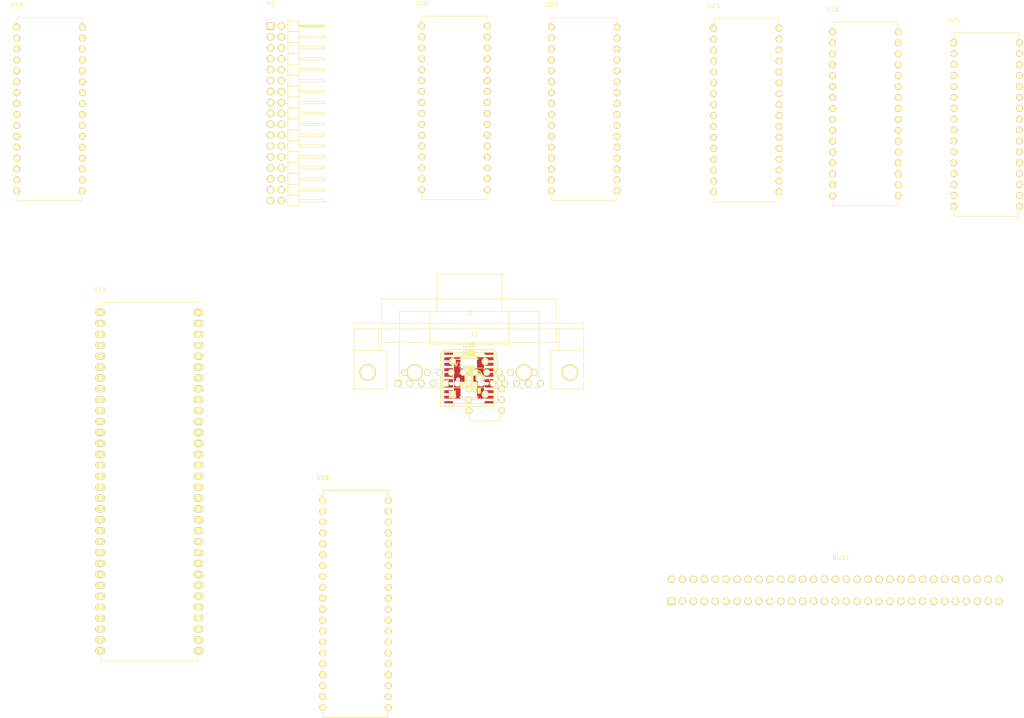
<source format=kicad_pcb>
(kicad_pcb (version 4) (host pcbnew 4.0.2+dfsg1-stable)
  (layers (0 F.Cu signal) (31 B.Cu signal) (34 B.Paste user) (35 F.Paste user) (36 B.SilkS user) (37 F.SilkS user) (38 B.Mask user) (39 F.Mask user) (44 Edge.Cuts user))
  (net 0 "")
  (net 1 /A2)
  (net 2 /A4)
  (net 3 /A6)
  (net 4 /A8)
  (net 5 /A10)
  (net 6 /A12)
  (net 7 /A14)
  (net 8 /A16)
  (net 9 /A18)
  (net 10 "Net-(BUS1-Pad43)")
  (net 11 ISA_IOCHRDY)
  (net 12 /D1)
  (net 13 /D3)
  (net 14 /D5)
  (net 15 /D7)
  (net 16 GND)
  (net 17 +5V)
  (net 18 "Net-(BUS1-Pad27)")
  (net 19 "Net-(BUS1-Pad25)")
  (net 20 "Net-(BUS1-Pad23)")
  (net 21 "Net-(BUS1-Pad21)")
  (net 22 "Net-(BUS1-Pad19)")
  (net 23 "Net-(BUS1-Pad17)")
  (net 24 "Net-(BUS1-Pad15)")
  (net 25 "Net-(BUS1-Pad13)")
  (net 26 "Net-(BUS1-Pad11)")
  (net 27 +12V)
  (net 28 -12V)
  (net 29 "Net-(BUS1-Pad5)")
  (net 30 8080_RESET)
  (net 31 "Net-(BUS1-Pad4)")
  (net 32 "Net-(BUS1-Pad6)")
  (net 33 "Net-(BUS1-Pad8)")
  (net 34 "Net-(BUS1-Pad12)")
  (net 35 "Net-(BUS1-Pad14)")
  (net 36 "Net-(BUS1-Pad16)")
  (net 37 "Net-(BUS1-Pad18)")
  (net 38 8MHz)
  (net 39 "Net-(BUS1-Pad22)")
  (net 40 "Net-(BUS1-Pad24)")
  (net 41 "Net-(BUS1-Pad26)")
  (net 42 "Net-(BUS1-Pad28)")
  (net 43 "Net-(BUS1-Pad30)")
  (net 44 NOWS)
  (net 45 /D6)
  (net 46 /D4)
  (net 47 /D2)
  (net 48 /D0)
  (net 49 /A19)
  (net 50 /A17)
  (net 51 /A15)
  (net 52 /A13)
  (net 53 /A11)
  (net 54 /A9)
  (net 55 /A7)
  (net 56 /A5)
  (net 57 /A3)
  (net 58 /A1)
  (net 59 "Net-(D1-Pad1)")
  (net 60 "Net-(D1-Pad2)")
  (net 61 "Net-(D2-Pad1)")
  (net 62 "Net-(D2-Pad2)")
  (net 63 "Net-(D3-Pad1)")
  (net 64 "Net-(D3-Pad2)")
  (net 65 "Net-(D4-Pad1)")
  (net 66 "Net-(D4-Pad2)")
  (net 67 "Net-(D5-Pad1)")
  (net 68 "Net-(D5-Pad2)")
  (net 69 "Net-(D6-Pad1)")
  (net 70 "Net-(D6-Pad2)")
  (net 71 "Net-(D7-Pad1)")
  (net 72 "Net-(D7-Pad2)")
  (net 73 "Net-(D8-Pad1)")
  (net 74 "Net-(D8-Pad2)")
  (net 75 "Net-(J1-Pad1)")
  (net 76 "Net-(J1-Pad2)")
  (net 77 "Net-(J1-Pad3)")
  (net 78 "Net-(J1-Pad4)")
  (net 79 "Net-(J1-Pad5)")
  (net 80 "Net-(J1-Pad6)")
  (net 81 "Net-(J1-Pad7)")
  (net 82 "Net-(J1-Pad8)")
  (net 83 "Net-(J1-Pad14)")
  (net 84 "Net-(J1-Pad15)")
  (net 85 "Net-(J1-Pad16)")
  (net 86 "Net-(J1-Pad17)")
  (net 87 "Net-(J1-Pad18)")
  (net 88 "Net-(J1-Pad19)")
  (net 89 "Net-(J1-Pad20)")
  (net 90 "Net-(J1-Pad21)")
  (net 91 "Net-(J2-Pad1)")
  (net 92 "Net-(J2-Pad2)")
  (net 93 "Net-(J2-Pad3)")
  (net 94 "Net-(J2-Pad4)")
  (net 95 "Net-(J2-Pad6)")
  (net 96 "Net-(J2-Pad7)")
  (net 97 "Net-(J2-Pad8)")
  (net 98 "Net-(J2-Pad9)")
  (net 99 "Net-(P1-Pad2)")
  (net 100 "Net-(P1-Pad4)")
  (net 101 "Net-(P1-Pad6)")
  (net 102 INDEX)
  (net 103 MOTEA)
  (net 104 DSEL_B)
  (net 105 DSEL_A)
  (net 106 MOTEB)
  (net 107 DIR)
  (net 108 STEP)
  (net 109 WDATE)
  (net 110 WGATE)
  (net 111 TRACK0)
  (net 112 WPROTECT)
  (net 113 RAWDATA)
  (net 114 SIDE1)
  (net 115 READY)
  (net 116 DTACK)
  (net 117 "Net-(R1-Pad2)")
  (net 118 "Net-(R2-Pad2)")
  (net 119 "Net-(R3-Pad2)")
  (net 120 "Net-(R4-Pad2)")
  (net 121 RESET)
  (net 122 R/W)
  (net 123 "Net-(R10-Pad2)")
  (net 124 /A23)
  (net 125 "Net-(U1-Pad2)")
  (net 126 AS)
  (net 127 "Net-(U1-Pad6)")
  (net 128 "Net-(U1-Pad8)")
  (net 129 "Net-(U1-Pad10)")
  (net 130 "Net-(U1-Pad12)")
  (net 131 ISAMEM)
  (net 132 ISAIO)
  (net 133 ISEL)
  (net 134 UART_IRQ)
  (net 135 "Net-(U3-Pad2)")
  (net 136 VIA_IRQ)
  (net 137 "Net-(U3-Pad4)")
  (net 138 "Net-(U3-Pad5)")
  (net 139 "Net-(U12-Pad11)")
  (net 140 "Net-(U26-Pad6)")
  (net 141 CIA)
  (net 142 "Net-(U14-Pad5)")
  (net 143 "Net-(U12-Pad1)")
  (net 144 "Net-(U13-Pad6)")
  (net 145 /A20)
  (net 146 /A21)
  (net 147 /A22)
  (net 148 REG_I)
  (net 149 UART)
  (net 150 FLOPPY)
  (net 151 REG_CTRL)
  (net 152 "Net-(U11-Pad1)")
  (net 153 "Net-(U11-Pad4)")
  (net 154 ROM)
  (net 155 "Net-(U5-Pad7)")
  (net 156 "Net-(U5-Pad9)")
  (net 157 "Net-(U5-Pad10)")
  (net 158 "Net-(U5-Pad11)")
  (net 159 "Net-(U5-Pad12)")
  (net 160 "Net-(U5-Pad13)")
  (net 161 SYS_IRQ)
  (net 162 "Net-(U6-Pad5)")
  (net 163 "Net-(U6-Pad6)")
  (net 164 "Net-(U6-Pad8)")
  (net 165 C_WCK)
  (net 166 "Net-(U31-Pad13)")
  (net 167 "Net-(U10-Pad8)")
  (net 168 "Net-(U7-Pad3)")
  (net 169 "Net-(U12-Pad4)")
  (net 170 "Net-(U12-Pad7)")
  (net 171 "Net-(U8-Pad3)")
  (net 172 "Net-(U8-Pad4)")
  (net 173 "Net-(U8-Pad5)")
  (net 174 "Net-(U8-Pad6)")
  (net 175 "Net-(U8-Pad9)")
  (net 176 "Net-(U8-Pad11)")
  (net 177 "Net-(U8-Pad12)")
  (net 178 "Net-(U8-Pad13)")
  (net 179 "Net-(U8-Pad14)")
  (net 180 "Net-(U8-Pad15)")
  (net 181 "Net-(U11-Pad12)")
  (net 182 RAM1L)
  (net 183 LDS)
  (net 184 _ISEL)
  (net 185 C_WRD)
  (net 186 "Net-(U10-Pad4)")
  (net 187 MFM)
  (net 188 "Net-(U10-Pad6)")
  (net 189 4MHz)
  (net 190 "Net-(U10-Pad10)")
  (net 191 RW/SEEK)
  (net 192 "Net-(U10-Pad12)")
  (net 193 UDS)
  (net 194 RAM1H)
  (net 195 RAM0L)
  (net 196 RAM0H)
  (net 197 "Net-(U12-Pad8)")
  (net 198 "Net-(U12-Pad9)")
  (net 199 "Net-(U12-Pad12)")
  (net 200 "Net-(U12-Pad13)")
  (net 201 "Net-(U12-Pad14)")
  (net 202 "Net-(U12-Pad15)")
  (net 203 "Net-(U12-Pad16)")
  (net 204 "Net-(U12-Pad17)")
  (net 205 "Net-(U12-Pad18)")
  (net 206 "Net-(U12-Pad19)")
  (net 207 FC0)
  (net 208 FC1)
  (net 209 "Net-(U13-Pad3)")
  (net 210 FC2)
  (net 211 8080_WR)
  (net 212 8080_RD)
  (net 213 "Net-(U15-Pad11)")
  (net 214 "Net-(U15-Pad12)")
  (net 215 "Net-(U15-Pad13)")
  (net 216 "Net-(U15-Pad19)")
  (net 217 "Net-(U15-Pad20)")
  (net 218 "Net-(U15-Pad22)")
  (net 219 /D15)
  (net 220 /D14)
  (net 221 /D13)
  (net 222 /D12)
  (net 223 /D11)
  (net 224 /D10)
  (net 225 /D9)
  (net 226 /D8)
  (net 227 _R/W)
  (net 228 "Net-(U16-Pad3)")
  (net 229 "Net-(U16-Pad6)")
  (net 230 "Net-(U16-Pad8)")
  (net 231 "Net-(U16-Pad10)")
  (net 232 DRV0)
  (net 233 DRV1)
  (net 234 "Net-(U18-Pad31)")
  (net 235 "Net-(U21-Pad31)")
  (net 236 "Net-(U24-Pad15)")
  (net 237 RXD)
  (net 238 "Net-(U24-Pad11)")
  (net 239 "Net-(U24-Pad16)")
  (net 240 "Net-(U24-Pad17)")
  (net 241 "Net-(U24-Pad23)")
  (net 242 "Net-(U24-Pad24)")
  (net 243 "Net-(U24-Pad25)")
  (net 244 "Net-(U24-Pad31)")
  (net 245 "Net-(U24-Pad32)")
  (net 246 "Net-(U24-Pad33)")
  (net 247 "Net-(U24-Pad34)")
  (net 248 CTS)
  (net 249 DSR)
  (net 250 DCD)
  (net 251 "Net-(U25-Pad14)")
  (net 252 "Net-(U25-Pad16)")
  (net 253 C_WIN)
  (net 254 C_RDD)
  (net 255 "Net-(U25-Pad24)")
  (net 256 C_WE)
  (net 257 C_HSEL)
  (net 258 "Net-(U25-Pad28)")
  (net 259 PS1)
  (net 260 PS0)
  (net 261 FLT/TR0)
  (net 262 WP/TS)
  (net 263 C_HLD)
  (net 264 FR/STP)
  (net 265 LCT/DIR)
  (net 266 "Net-(U26-Pad1)")
  (net 267 "Net-(U26-Pad2)")
  (net 268 "Net-(U26-Pad3)")
  (net 269 "Net-(U26-Pad4)")
  (net 270 "Net-(U26-Pad37)")
  (net 271 "Net-(U26-Pad38)")
  (net 272 "Net-(U26-Pad39)")
  (net 273 "Net-(U26-Pad40)")
  (net 274 MOTORENABLE_A)
  (net 275 MOTORENABLE_B)
  (net 276 FORCEDUAL)
  (net 277 "Net-(U27-Pad9)")
  (net 278 "Net-(U27-Pad12)")
  (net 279 "Net-(U27-Pad15)")
  (net 280 "Net-(U27-Pad16)")
  (net 281 "Net-(U27-Pad19)")
  (net 282 "Net-(U29-Pad1)")
  (net 283 "Net-(U29-Pad3)")
  (net 284 "Net-(U29-Pad4)")
  (net 285 "Net-(U29-Pad5)")
  (net 286 "Net-(U29-Pad6)")
  (net 287 "Net-(U29-Pad8)")
  (net 288 "Net-(U29-Pad9)")
  (net 289 "Net-(U29-Pad10)")
  (net 290 "Net-(U29-Pad11)")
  (net 291 "Net-(U29-Pad12)")
  (net 292 "Net-(U29-Pad13)")
  (net 293 "Net-(U30-Pad11)")
  (net 294 "Net-(U30-Pad12)")
  (net 295 "Net-(U30-Pad13)")
  (net 296 "Net-(U31-Pad1)")
  (net 297 "Net-(U31-Pad11)")
  (net 298 "Net-(U31-Pad6)")
  (net 299 "Net-(U31-Pad8)")
  (net 300 "Net-(U31-Pad10)")
  (net 301 "Net-(U32-Pad1)")
  (net 302 "Net-(U32-Pad6)")
  (net 303 "Net-(U32-Pad9)")
  (net 304 "Net-(U32-Pad10)")
  (net 305 "Net-(U32-Pad12)")
  (net 306 "Net-(U32-Pad13)")
  (net 307 "Net-(U32-Pad15)")
  (net 308 "Net-(U33-Pad12)")
  (net 309 "Net-(U33-Pad13)")
  (net 310 "Net-(U33-Pad14)")
  (net 311 "Net-(U33-Pad15)")
  (net 312 "Net-(U34-Pad3)")
  (net 313 "Net-(U34-Pad5)")
  (net 314 "Net-(U34-Pad7)")
  (net 315 "Net-(U34-Pad9)")
  (net 316 "Net-(U34-Pad11)")
  (net 317 "Net-(U34-Pad13)")
  (net 318 "Net-(U34-Pad15)")
  (net 319 "Net-(U34-Pad17)")
  (net 320 "Net-(U35-Pad3)")
  (net 321 "Net-(U35-Pad11)")
  (net 322 "Net-(U35-Pad12)")
  (net 323 "Net-(U35-Pad13)")
  (net 324 "Net-(U35-Pad14)")
  (net 325 WR_GATE)
  (net 326 "Net-(U35-Pad17)")
  (net 327 WR_DATA)
  (net 328 "Net-(U36-Pad16)")
  (net 329 "Net-(U36-Pad18)")
  (net 330 "Net-(U37-Pad5)")
  (net 331 "Net-(U37-Pad7)")
  (net 332 "Net-(Y2-Pad1)")
  (module Blitz:ISAx8 (layer F.Cu) (at 195.6435 154.432)
    (fp_text reference BUS1 (at 39.37 -7.62) (layer F.SilkS))
    (fp_text value ISAx8)
    (pad 61 thru_hole oval (at 76.2 2.54) (size 1.7272 1.7272) (drill 1.016) (layers *.Cu *.Mask F.SilkS) (net 1 /A2))
    (pad 59 thru_hole oval (at 73.66 2.54) (size 1.7272 1.7272) (drill 1.016) (layers *.Cu *.Mask F.SilkS) (net 2 /A4))
    (pad 57 thru_hole oval (at 71.12 2.54) (size 1.7272 1.7272) (drill 1.016) (layers *.Cu *.Mask F.SilkS) (net 3 /A6))
    (pad 55 thru_hole oval (at 68.58 2.54) (size 1.7272 1.7272) (drill 1.016) (layers *.Cu *.Mask F.SilkS) (net 4 /A8))
    (pad 53 thru_hole oval (at 66.04 2.54) (size 1.7272 1.7272) (drill 1.016) (layers *.Cu *.Mask F.SilkS) (net 5 /A10))
    (pad 51 thru_hole oval (at 63.5 2.54) (size 1.7272 1.7272) (drill 1.016) (layers *.Cu *.Mask F.SilkS) (net 6 /A12))
    (pad 49 thru_hole oval (at 60.96 2.54) (size 1.7272 1.7272) (drill 1.016) (layers *.Cu *.Mask F.SilkS) (net 7 /A14))
    (pad 47 thru_hole oval (at 58.42 2.54) (size 1.7272 1.7272) (drill 1.016) (layers *.Cu *.Mask F.SilkS) (net 8 /A16))
    (pad 45 thru_hole oval (at 55.88 2.54) (size 1.7272 1.7272) (drill 1.016) (layers *.Cu *.Mask F.SilkS) (net 9 /A18))
    (pad 43 thru_hole oval (at 53.34 2.54) (size 1.7272 1.7272) (drill 1.016) (layers *.Cu *.Mask F.SilkS) (net 10 "Net-(BUS1-Pad43)"))
    (pad 41 thru_hole oval (at 50.8 2.54) (size 1.7272 1.7272) (drill 1.016) (layers *.Cu *.Mask F.SilkS) (net 11 ISA_IOCHRDY))
    (pad 39 thru_hole oval (at 48.26 2.54) (size 1.7272 1.7272) (drill 1.016) (layers *.Cu *.Mask F.SilkS) (net 12 /D1))
    (pad 37 thru_hole oval (at 45.72 2.54) (size 1.7272 1.7272) (drill 1.016) (layers *.Cu *.Mask F.SilkS) (net 13 /D3))
    (pad 35 thru_hole oval (at 43.18 2.54) (size 1.7272 1.7272) (drill 1.016) (layers *.Cu *.Mask F.SilkS) (net 14 /D5))
    (pad 33 thru_hole oval (at 40.64 2.54) (size 1.7272 1.7272) (drill 1.016) (layers *.Cu *.Mask F.SilkS) (net 15 /D7))
    (pad 31 thru_hole oval (at 38.1 2.54) (size 1.7272 1.7272) (drill 1.016) (layers *.Cu *.Mask F.SilkS) (net 16 GND))
    (pad 29 thru_hole oval (at 35.56 2.54) (size 1.7272 1.7272) (drill 1.016) (layers *.Cu *.Mask F.SilkS) (net 17 +5V))
    (pad 27 thru_hole oval (at 33.02 2.54) (size 1.7272 1.7272) (drill 1.016) (layers *.Cu *.Mask F.SilkS) (net 18 "Net-(BUS1-Pad27)"))
    (pad 25 thru_hole oval (at 30.48 2.54) (size 1.7272 1.7272) (drill 1.016) (layers *.Cu *.Mask F.SilkS) (net 19 "Net-(BUS1-Pad25)"))
    (pad 23 thru_hole oval (at 27.94 2.54) (size 1.7272 1.7272) (drill 1.016) (layers *.Cu *.Mask F.SilkS) (net 20 "Net-(BUS1-Pad23)"))
    (pad 21 thru_hole oval (at 25.4 2.54) (size 1.7272 1.7272) (drill 1.016) (layers *.Cu *.Mask F.SilkS) (net 21 "Net-(BUS1-Pad21)"))
    (pad 19 thru_hole oval (at 22.86 2.54) (size 1.7272 1.7272) (drill 1.016) (layers *.Cu *.Mask F.SilkS) (net 22 "Net-(BUS1-Pad19)"))
    (pad 17 thru_hole oval (at 20.32 2.54) (size 1.7272 1.7272) (drill 1.016) (layers *.Cu *.Mask F.SilkS) (net 23 "Net-(BUS1-Pad17)"))
    (pad 15 thru_hole oval (at 17.78 2.54) (size 1.7272 1.7272) (drill 1.016) (layers *.Cu *.Mask F.SilkS) (net 24 "Net-(BUS1-Pad15)"))
    (pad 13 thru_hole oval (at 15.24 2.54) (size 1.7272 1.7272) (drill 1.016) (layers *.Cu *.Mask F.SilkS) (net 25 "Net-(BUS1-Pad13)"))
    (pad 11 thru_hole oval (at 12.7 2.54) (size 1.7272 1.7272) (drill 1.016) (layers *.Cu *.Mask F.SilkS) (net 26 "Net-(BUS1-Pad11)"))
    (pad 9 thru_hole oval (at 10.16 2.54) (size 1.7272 1.7272) (drill 1.016) (layers *.Cu *.Mask F.SilkS) (net 27 +12V))
    (pad 7 thru_hole oval (at 7.62 2.54) (size 1.7272 1.7272) (drill 1.016) (layers *.Cu *.Mask F.SilkS) (net 28 -12V))
    (pad 5 thru_hole oval (at 5.08 2.54) (size 1.7272 1.7272) (drill 1.016) (layers *.Cu *.Mask F.SilkS) (net 29 "Net-(BUS1-Pad5)"))
    (pad 3 thru_hole oval (at 2.54 2.54) (size 1.7272 1.7272) (drill 1.016) (layers *.Cu *.Mask F.SilkS) (net 17 +5V))
    (pad 1 thru_hole rect (at 0 2.54) (size 1.7272 1.7272) (drill 1.016) (layers *.Cu *.Mask F.SilkS) (net 16 GND))
    (pad 2 thru_hole oval (at 0 -2.54) (size 1.7272 1.7272) (drill 1.016) (layers *.Cu *.Mask F.SilkS) (net 30 8080_RESET))
    (pad 4 thru_hole oval (at 2.54 -2.54) (size 1.7272 1.7272) (drill 1.016) (layers *.Cu *.Mask F.SilkS) (net 31 "Net-(BUS1-Pad4)"))
    (pad 6 thru_hole oval (at 5.08 -2.54) (size 1.7272 1.7272) (drill 1.016) (layers *.Cu *.Mask F.SilkS) (net 32 "Net-(BUS1-Pad6)"))
    (pad 8 thru_hole oval (at 7.62 -2.54) (size 1.7272 1.7272) (drill 1.016) (layers *.Cu *.Mask F.SilkS) (net 33 "Net-(BUS1-Pad8)"))
    (pad 10 thru_hole oval (at 10.16 -2.54) (size 1.7272 1.7272) (drill 1.016) (layers *.Cu *.Mask F.SilkS) (net 16 GND))
    (pad 12 thru_hole oval (at 12.7 -2.54) (size 1.7272 1.7272) (drill 1.016) (layers *.Cu *.Mask F.SilkS) (net 34 "Net-(BUS1-Pad12)"))
    (pad 14 thru_hole oval (at 15.24 -2.54) (size 1.7272 1.7272) (drill 1.016) (layers *.Cu *.Mask F.SilkS) (net 35 "Net-(BUS1-Pad14)"))
    (pad 16 thru_hole oval (at 17.78 -2.54) (size 1.7272 1.7272) (drill 1.016) (layers *.Cu *.Mask F.SilkS) (net 36 "Net-(BUS1-Pad16)"))
    (pad 18 thru_hole oval (at 20.32 -2.54) (size 1.7272 1.7272) (drill 1.016) (layers *.Cu *.Mask F.SilkS) (net 37 "Net-(BUS1-Pad18)"))
    (pad 20 thru_hole oval (at 22.86 -2.54) (size 1.7272 1.7272) (drill 1.016) (layers *.Cu *.Mask F.SilkS) (net 38 8MHz))
    (pad 22 thru_hole oval (at 25.4 -2.54) (size 1.7272 1.7272) (drill 1.016) (layers *.Cu *.Mask F.SilkS) (net 39 "Net-(BUS1-Pad22)"))
    (pad 24 thru_hole oval (at 27.94 -2.54) (size 1.7272 1.7272) (drill 1.016) (layers *.Cu *.Mask F.SilkS) (net 40 "Net-(BUS1-Pad24)"))
    (pad 26 thru_hole oval (at 30.48 -2.54) (size 1.7272 1.7272) (drill 1.016) (layers *.Cu *.Mask F.SilkS) (net 41 "Net-(BUS1-Pad26)"))
    (pad 28 thru_hole oval (at 33.02 -2.54) (size 1.7272 1.7272) (drill 1.016) (layers *.Cu *.Mask F.SilkS) (net 42 "Net-(BUS1-Pad28)"))
    (pad 30 thru_hole oval (at 35.56 -2.54) (size 1.7272 1.7272) (drill 1.016) (layers *.Cu *.Mask F.SilkS) (net 43 "Net-(BUS1-Pad30)"))
    (pad 32 thru_hole oval (at 38.1 -2.54) (size 1.7272 1.7272) (drill 1.016) (layers *.Cu *.Mask F.SilkS) (net 44 NOWS))
    (pad 34 thru_hole oval (at 40.64 -2.54) (size 1.7272 1.7272) (drill 1.016) (layers *.Cu *.Mask F.SilkS) (net 45 /D6))
    (pad 36 thru_hole oval (at 43.18 -2.54) (size 1.7272 1.7272) (drill 1.016) (layers *.Cu *.Mask F.SilkS) (net 46 /D4))
    (pad 38 thru_hole oval (at 45.72 -2.54) (size 1.7272 1.7272) (drill 1.016) (layers *.Cu *.Mask F.SilkS) (net 47 /D2))
    (pad 40 thru_hole oval (at 48.26 -2.54) (size 1.7272 1.7272) (drill 1.016) (layers *.Cu *.Mask F.SilkS) (net 48 /D0))
    (pad 42 thru_hole oval (at 50.8 -2.54) (size 1.7272 1.7272) (drill 1.016) (layers *.Cu *.Mask F.SilkS) (net 16 GND))
    (pad 44 thru_hole oval (at 53.34 -2.54) (size 1.7272 1.7272) (drill 1.016) (layers *.Cu *.Mask F.SilkS) (net 49 /A19))
    (pad 46 thru_hole oval (at 55.88 -2.54) (size 1.7272 1.7272) (drill 1.016) (layers *.Cu *.Mask F.SilkS) (net 50 /A17))
    (pad 48 thru_hole oval (at 58.42 -2.54) (size 1.7272 1.7272) (drill 1.016) (layers *.Cu *.Mask F.SilkS) (net 51 /A15))
    (pad 50 thru_hole oval (at 60.96 -2.54) (size 1.7272 1.7272) (drill 1.016) (layers *.Cu *.Mask F.SilkS) (net 52 /A13))
    (pad 52 thru_hole oval (at 63.5 -2.54) (size 1.7272 1.7272) (drill 1.016) (layers *.Cu *.Mask F.SilkS) (net 53 /A11))
    (pad 54 thru_hole oval (at 66.04 -2.54) (size 1.7272 1.7272) (drill 1.016) (layers *.Cu *.Mask F.SilkS) (net 54 /A9))
    (pad 56 thru_hole oval (at 68.58 -2.54) (size 1.7272 1.7272) (drill 1.016) (layers *.Cu *.Mask F.SilkS) (net 55 /A7))
    (pad 58 thru_hole oval (at 71.12 -2.54) (size 1.7272 1.7272) (drill 1.016) (layers *.Cu *.Mask F.SilkS) (net 56 /A5))
    (pad 60 thru_hole oval (at 73.66 -2.54) (size 1.7272 1.7272) (drill 1.016) (layers *.Cu *.Mask F.SilkS) (net 57 /A3))
    (pad 62 thru_hole oval (at 76.2 -2.54) (size 1.7272 1.7272) (drill 1.016) (layers *.Cu *.Mask F.SilkS) (net 58 /A1))
  )
  (module LEDs:LED-3MM (layer F.Cu) (at 148.5011 105.0036)
    (fp_text reference D1 (at 1.91 3.06) (layer F.SilkS))
    (fp_text value LED)
    (fp_text user K (at -1.69 1.74) (layer F.SilkS))
    (pad 1 thru_hole rect (at 0 0 90) (size 2 2) (drill 1.00076) (layers *.Cu *.Mask F.SilkS) (net 59 "Net-(D1-Pad1)"))
    (pad 2 thru_hole circle (at 2.54 0) (size 2 2) (drill 1.00076) (layers *.Cu *.Mask F.SilkS) (net 60 "Net-(D1-Pad2)"))
  )
  (module LEDs:LED-3MM (layer F.Cu) (at 148.5011 105.0036)
    (fp_text reference D2 (at 1.91 3.06) (layer F.SilkS))
    (fp_text value LED)
    (fp_text user K (at -1.69 1.74) (layer F.SilkS))
    (pad 1 thru_hole rect (at 0 0 90) (size 2 2) (drill 1.00076) (layers *.Cu *.Mask F.SilkS) (net 61 "Net-(D2-Pad1)"))
    (pad 2 thru_hole circle (at 2.54 0) (size 2 2) (drill 1.00076) (layers *.Cu *.Mask F.SilkS) (net 62 "Net-(D2-Pad2)"))
  )
  (module LEDs:LED-3MM (layer F.Cu) (at 148.5011 105.0036)
    (fp_text reference D3 (at 1.91 3.06) (layer F.SilkS))
    (fp_text value LED)
    (fp_text user K (at -1.69 1.74) (layer F.SilkS))
    (pad 1 thru_hole rect (at 0 0 90) (size 2 2) (drill 1.00076) (layers *.Cu *.Mask F.SilkS) (net 63 "Net-(D3-Pad1)"))
    (pad 2 thru_hole circle (at 2.54 0) (size 2 2) (drill 1.00076) (layers *.Cu *.Mask F.SilkS) (net 64 "Net-(D3-Pad2)"))
  )
  (module LEDs:LED-3MM (layer F.Cu) (at 148.5011 105.0036)
    (fp_text reference D4 (at 1.91 3.06) (layer F.SilkS))
    (fp_text value LED)
    (fp_text user K (at -1.69 1.74) (layer F.SilkS))
    (pad 1 thru_hole rect (at 0 0 90) (size 2 2) (drill 1.00076) (layers *.Cu *.Mask F.SilkS) (net 65 "Net-(D4-Pad1)"))
    (pad 2 thru_hole circle (at 2.54 0) (size 2 2) (drill 1.00076) (layers *.Cu *.Mask F.SilkS) (net 66 "Net-(D4-Pad2)"))
  )
  (module LEDs:LED-3MM (layer F.Cu) (at 148.5011 105.0036)
    (fp_text reference D5 (at 1.91 3.06) (layer F.SilkS))
    (fp_text value LED)
    (fp_text user K (at -1.69 1.74) (layer F.SilkS))
    (pad 1 thru_hole rect (at 0 0 90) (size 2 2) (drill 1.00076) (layers *.Cu *.Mask F.SilkS) (net 67 "Net-(D5-Pad1)"))
    (pad 2 thru_hole circle (at 2.54 0) (size 2 2) (drill 1.00076) (layers *.Cu *.Mask F.SilkS) (net 68 "Net-(D5-Pad2)"))
  )
  (module LEDs:LED-3MM (layer F.Cu) (at 148.5011 105.0036)
    (fp_text reference D6 (at 1.91 3.06) (layer F.SilkS))
    (fp_text value LED)
    (fp_text user K (at -1.69 1.74) (layer F.SilkS))
    (pad 1 thru_hole rect (at 0 0 90) (size 2 2) (drill 1.00076) (layers *.Cu *.Mask F.SilkS) (net 69 "Net-(D6-Pad1)"))
    (pad 2 thru_hole circle (at 2.54 0) (size 2 2) (drill 1.00076) (layers *.Cu *.Mask F.SilkS) (net 70 "Net-(D6-Pad2)"))
  )
  (module LEDs:LED-3MM (layer F.Cu) (at 148.5011 105.0036)
    (fp_text reference D7 (at 1.91 3.06) (layer F.SilkS))
    (fp_text value LED)
    (fp_text user K (at -1.69 1.74) (layer F.SilkS))
    (pad 1 thru_hole rect (at 0 0 90) (size 2 2) (drill 1.00076) (layers *.Cu *.Mask F.SilkS) (net 71 "Net-(D7-Pad1)"))
    (pad 2 thru_hole circle (at 2.54 0) (size 2 2) (drill 1.00076) (layers *.Cu *.Mask F.SilkS) (net 72 "Net-(D7-Pad2)"))
  )
  (module LEDs:LED-3MM (layer F.Cu) (at 148.5011 105.0036)
    (fp_text reference D8 (at 1.91 3.06) (layer F.SilkS))
    (fp_text value LED)
    (fp_text user K (at -1.69 1.74) (layer F.SilkS))
    (pad 1 thru_hole rect (at 0 0 90) (size 2 2) (drill 1.00076) (layers *.Cu *.Mask F.SilkS) (net 73 "Net-(D8-Pad1)"))
    (pad 2 thru_hole circle (at 2.54 0) (size 2 2) (drill 1.00076) (layers *.Cu *.Mask F.SilkS) (net 74 "Net-(D8-Pad2)"))
  )
  (module Connect:DB25FC (layer F.Cu) (at 148.5011 105.0036)
    (fp_text reference J1 (at 0 -15.24) (layer F.SilkS))
    (fp_text value DB25)
    (pad "" thru_hole circle (at 23.495 -1.27) (size 3.81 3.81) (drill 3.048) (layers *.Cu *.Mask F.SilkS))
    (pad "" thru_hole circle (at -23.495 -1.27) (size 3.81 3.81) (drill 3.048) (layers *.Cu *.Mask F.SilkS))
    (pad 1 thru_hole rect (at -16.51 1.27) (size 1.524 1.524) (drill 1.016) (layers *.Cu *.Mask F.SilkS) (net 75 "Net-(J1-Pad1)"))
    (pad 2 thru_hole circle (at -13.716 1.27) (size 1.524 1.524) (drill 1.016) (layers *.Cu *.Mask F.SilkS) (net 76 "Net-(J1-Pad2)"))
    (pad 3 thru_hole circle (at -11.049 1.27) (size 1.524 1.524) (drill 1.016) (layers *.Cu *.Mask F.SilkS) (net 77 "Net-(J1-Pad3)"))
    (pad 4 thru_hole circle (at -8.255 1.27) (size 1.524 1.524) (drill 1.016) (layers *.Cu *.Mask F.SilkS) (net 78 "Net-(J1-Pad4)"))
    (pad 5 thru_hole circle (at -5.461 1.27) (size 1.524 1.524) (drill 1.016) (layers *.Cu *.Mask F.SilkS) (net 79 "Net-(J1-Pad5)"))
    (pad 6 thru_hole circle (at -2.667 1.27) (size 1.524 1.524) (drill 1.016) (layers *.Cu *.Mask F.SilkS) (net 80 "Net-(J1-Pad6)"))
    (pad 7 thru_hole circle (at 0 1.27) (size 1.524 1.524) (drill 1.016) (layers *.Cu *.Mask F.SilkS) (net 81 "Net-(J1-Pad7)"))
    (pad 8 thru_hole circle (at 2.794 1.27) (size 1.524 1.524) (drill 1.016) (layers *.Cu *.Mask F.SilkS) (net 82 "Net-(J1-Pad8)"))
    (pad 9 thru_hole circle (at 5.588 1.27) (size 1.524 1.524) (drill 1.016) (layers *.Cu *.Mask F.SilkS) (net 16 GND))
    (pad 10 thru_hole circle (at 8.382 1.27) (size 1.524 1.524) (drill 1.016) (layers *.Cu *.Mask F.SilkS) (net 16 GND))
    (pad 11 thru_hole circle (at 11.049 1.27) (size 1.524 1.524) (drill 1.016) (layers *.Cu *.Mask F.SilkS) (net 16 GND))
    (pad 12 thru_hole circle (at 13.843 1.27) (size 1.524 1.524) (drill 1.016) (layers *.Cu *.Mask F.SilkS) (net 16 GND))
    (pad 13 thru_hole circle (at 16.637 1.27) (size 1.524 1.524) (drill 1.016) (layers *.Cu *.Mask F.SilkS) (net 16 GND))
    (pad 14 thru_hole circle (at -14.9352 -1.27) (size 1.524 1.524) (drill 1.016) (layers *.Cu *.Mask F.SilkS) (net 83 "Net-(J1-Pad14)"))
    (pad 15 thru_hole circle (at -12.3952 -1.27) (size 1.524 1.524) (drill 1.016) (layers *.Cu *.Mask F.SilkS) (net 84 "Net-(J1-Pad15)"))
    (pad 16 thru_hole circle (at -9.6012 -1.27) (size 1.524 1.524) (drill 1.016) (layers *.Cu *.Mask F.SilkS) (net 85 "Net-(J1-Pad16)"))
    (pad 17 thru_hole circle (at -6.858 -1.27) (size 1.524 1.524) (drill 1.016) (layers *.Cu *.Mask F.SilkS) (net 86 "Net-(J1-Pad17)"))
    (pad 18 thru_hole circle (at -4.1148 -1.27) (size 1.524 1.524) (drill 1.016) (layers *.Cu *.Mask F.SilkS) (net 87 "Net-(J1-Pad18)"))
    (pad 19 thru_hole circle (at -1.3208 -1.27) (size 1.524 1.524) (drill 1.016) (layers *.Cu *.Mask F.SilkS) (net 88 "Net-(J1-Pad19)"))
    (pad 20 thru_hole circle (at 1.4224 -1.27) (size 1.524 1.524) (drill 1.016) (layers *.Cu *.Mask F.SilkS) (net 89 "Net-(J1-Pad20)"))
    (pad 21 thru_hole circle (at 4.1656 -1.27) (size 1.524 1.524) (drill 1.016) (layers *.Cu *.Mask F.SilkS) (net 90 "Net-(J1-Pad21)"))
    (pad 22 thru_hole circle (at 7.0104 -1.27) (size 1.524 1.524) (drill 1.016) (layers *.Cu *.Mask F.SilkS) (net 17 +5V))
    (pad 23 thru_hole circle (at 9.7028 -1.27) (size 1.524 1.524) (drill 1.016) (layers *.Cu *.Mask F.SilkS) (net 17 +5V))
    (pad 24 thru_hole circle (at 12.446 -1.27) (size 1.524 1.524) (drill 1.016) (layers *.Cu *.Mask F.SilkS) (net 17 +5V))
    (pad 25 thru_hole circle (at 15.24 -1.27) (size 1.524 1.524) (drill 1.016) (layers *.Cu *.Mask F.SilkS) (net 17 +5V))
  )
  (module Connect:DB9FC (layer F.Cu) (at 148.5011 105.0036)
    (fp_text reference J2 (at 1.27 -10.16) (layer F.SilkS))
    (fp_text value DB9)
    (pad "" thru_hole circle (at 12.827 -1.27) (size 3.81 3.81) (drill 3.048) (layers *.Cu *.Mask F.SilkS))
    (pad "" thru_hole circle (at -12.573 -1.27) (size 3.81 3.81) (drill 3.048) (layers *.Cu *.Mask F.SilkS))
    (pad 1 thru_hole rect (at -5.461 1.27) (size 1.524 1.524) (drill 1.016) (layers *.Cu *.Mask F.SilkS) (net 91 "Net-(J2-Pad1)"))
    (pad 2 thru_hole circle (at -2.667 1.27) (size 1.524 1.524) (drill 1.016) (layers *.Cu *.Mask F.SilkS) (net 92 "Net-(J2-Pad2)"))
    (pad 3 thru_hole circle (at 0 1.27) (size 1.524 1.524) (drill 1.016) (layers *.Cu *.Mask F.SilkS) (net 93 "Net-(J2-Pad3)"))
    (pad 4 thru_hole circle (at 2.794 1.27) (size 1.524 1.524) (drill 1.016) (layers *.Cu *.Mask F.SilkS) (net 94 "Net-(J2-Pad4)"))
    (pad 5 thru_hole circle (at 5.588 1.27) (size 1.524 1.524) (drill 1.016) (layers *.Cu *.Mask F.SilkS) (net 16 GND))
    (pad 6 thru_hole circle (at -4.064 -1.27) (size 1.524 1.524) (drill 1.016) (layers *.Cu *.Mask F.SilkS) (net 95 "Net-(J2-Pad6)"))
    (pad 7 thru_hole circle (at -1.27 -1.27) (size 1.524 1.524) (drill 1.016) (layers *.Cu *.Mask F.SilkS) (net 96 "Net-(J2-Pad7)"))
    (pad 8 thru_hole circle (at 1.397 -1.27) (size 1.524 1.524) (drill 1.016) (layers *.Cu *.Mask F.SilkS) (net 97 "Net-(J2-Pad8)"))
    (pad 9 thru_hole circle (at 4.191 -1.27) (size 1.524 1.524) (drill 1.016) (layers *.Cu *.Mask F.SilkS) (net 98 "Net-(J2-Pad9)"))
  )
  (module Pin_Headers:Pin_Header_Angled_2x17 (layer F.Cu) (at 102.362 23.114)
    (fp_text reference P1 (at 0 -5.1) (layer F.SilkS))
    (fp_text value CONN_02X17)
    (pad 1 thru_hole rect (at 0 0) (size 1.7272 1.7272) (drill 1.016) (layers *.Cu *.Mask F.SilkS) (net 16 GND))
    (pad 2 thru_hole oval (at 2.54 0) (size 1.7272 1.7272) (drill 1.016) (layers *.Cu *.Mask F.SilkS) (net 99 "Net-(P1-Pad2)"))
    (pad 3 thru_hole oval (at 0 2.54) (size 1.7272 1.7272) (drill 1.016) (layers *.Cu *.Mask F.SilkS) (net 16 GND))
    (pad 4 thru_hole oval (at 2.54 2.54) (size 1.7272 1.7272) (drill 1.016) (layers *.Cu *.Mask F.SilkS) (net 100 "Net-(P1-Pad4)"))
    (pad 5 thru_hole oval (at 0 5.08) (size 1.7272 1.7272) (drill 1.016) (layers *.Cu *.Mask F.SilkS) (net 16 GND))
    (pad 6 thru_hole oval (at 2.54 5.08) (size 1.7272 1.7272) (drill 1.016) (layers *.Cu *.Mask F.SilkS) (net 101 "Net-(P1-Pad6)"))
    (pad 7 thru_hole oval (at 0 7.62) (size 1.7272 1.7272) (drill 1.016) (layers *.Cu *.Mask F.SilkS) (net 16 GND))
    (pad 8 thru_hole oval (at 2.54 7.62) (size 1.7272 1.7272) (drill 1.016) (layers *.Cu *.Mask F.SilkS) (net 102 INDEX))
    (pad 9 thru_hole oval (at 0 10.16) (size 1.7272 1.7272) (drill 1.016) (layers *.Cu *.Mask F.SilkS) (net 16 GND))
    (pad 10 thru_hole oval (at 2.54 10.16) (size 1.7272 1.7272) (drill 1.016) (layers *.Cu *.Mask F.SilkS) (net 103 MOTEA))
    (pad 11 thru_hole oval (at 0 12.7) (size 1.7272 1.7272) (drill 1.016) (layers *.Cu *.Mask F.SilkS) (net 16 GND))
    (pad 12 thru_hole oval (at 2.54 12.7) (size 1.7272 1.7272) (drill 1.016) (layers *.Cu *.Mask F.SilkS) (net 104 DSEL_B))
    (pad 13 thru_hole oval (at 0 15.24) (size 1.7272 1.7272) (drill 1.016) (layers *.Cu *.Mask F.SilkS) (net 16 GND))
    (pad 14 thru_hole oval (at 2.54 15.24) (size 1.7272 1.7272) (drill 1.016) (layers *.Cu *.Mask F.SilkS) (net 105 DSEL_A))
    (pad 15 thru_hole oval (at 0 17.78) (size 1.7272 1.7272) (drill 1.016) (layers *.Cu *.Mask F.SilkS) (net 16 GND))
    (pad 16 thru_hole oval (at 2.54 17.78) (size 1.7272 1.7272) (drill 1.016) (layers *.Cu *.Mask F.SilkS) (net 106 MOTEB))
    (pad 17 thru_hole oval (at 0 20.32) (size 1.7272 1.7272) (drill 1.016) (layers *.Cu *.Mask F.SilkS) (net 16 GND))
    (pad 18 thru_hole oval (at 2.54 20.32) (size 1.7272 1.7272) (drill 1.016) (layers *.Cu *.Mask F.SilkS) (net 107 DIR))
    (pad 19 thru_hole oval (at 0 22.86) (size 1.7272 1.7272) (drill 1.016) (layers *.Cu *.Mask F.SilkS) (net 16 GND))
    (pad 20 thru_hole oval (at 2.54 22.86) (size 1.7272 1.7272) (drill 1.016) (layers *.Cu *.Mask F.SilkS) (net 108 STEP))
    (pad 21 thru_hole oval (at 0 25.4) (size 1.7272 1.7272) (drill 1.016) (layers *.Cu *.Mask F.SilkS) (net 16 GND))
    (pad 22 thru_hole oval (at 2.54 25.4) (size 1.7272 1.7272) (drill 1.016) (layers *.Cu *.Mask F.SilkS) (net 109 WDATE))
    (pad 23 thru_hole oval (at 0 27.94) (size 1.7272 1.7272) (drill 1.016) (layers *.Cu *.Mask F.SilkS) (net 16 GND))
    (pad 24 thru_hole oval (at 2.54 27.94) (size 1.7272 1.7272) (drill 1.016) (layers *.Cu *.Mask F.SilkS) (net 110 WGATE))
    (pad 25 thru_hole oval (at 0 30.48) (size 1.7272 1.7272) (drill 1.016) (layers *.Cu *.Mask F.SilkS) (net 16 GND))
    (pad 26 thru_hole oval (at 2.54 30.48) (size 1.7272 1.7272) (drill 1.016) (layers *.Cu *.Mask F.SilkS) (net 111 TRACK0))
    (pad 27 thru_hole oval (at 0 33.02) (size 1.7272 1.7272) (drill 1.016) (layers *.Cu *.Mask F.SilkS) (net 16 GND))
    (pad 28 thru_hole oval (at 2.54 33.02) (size 1.7272 1.7272) (drill 1.016) (layers *.Cu *.Mask F.SilkS) (net 112 WPROTECT))
    (pad 29 thru_hole oval (at 0 35.56) (size 1.7272 1.7272) (drill 1.016) (layers *.Cu *.Mask F.SilkS) (net 16 GND))
    (pad 30 thru_hole oval (at 2.54 35.56) (size 1.7272 1.7272) (drill 1.016) (layers *.Cu *.Mask F.SilkS) (net 113 RAWDATA))
    (pad 31 thru_hole oval (at 0 38.1) (size 1.7272 1.7272) (drill 1.016) (layers *.Cu *.Mask F.SilkS) (net 16 GND))
    (pad 32 thru_hole oval (at 2.54 38.1) (size 1.7272 1.7272) (drill 1.016) (layers *.Cu *.Mask F.SilkS) (net 114 SIDE1))
    (pad 33 thru_hole oval (at 0 40.64) (size 1.7272 1.7272) (drill 1.016) (layers *.Cu *.Mask F.SilkS) (net 16 GND))
    (pad 34 thru_hole oval (at 2.54 40.64) (size 1.7272 1.7272) (drill 1.016) (layers *.Cu *.Mask F.SilkS) (net 115 READY))
  )
  (module Resistors_SMD:R_1206_HandSoldering (layer F.Cu) (at 148.5011 105.0036)
    (fp_text reference R1 (at 0 -2.3) (layer F.SilkS))
    (fp_text value 1k)
    (pad 1 smd rect (at -2 0) (size 2 1.7) (layers F.Cu F.Paste F.Mask) (net 116 DTACK))
    (pad 2 smd rect (at 2 0) (size 2 1.7) (layers F.Cu F.Paste F.Mask) (net 117 "Net-(R1-Pad2)"))
  )
  (module Resistors_SMD:R_1206_HandSoldering (layer F.Cu) (at 148.5011 105.0036)
    (fp_text reference R2 (at 0 -2.3) (layer F.SilkS))
    (fp_text value 10k)
    (pad 1 smd rect (at -2 0) (size 2 1.7) (layers F.Cu F.Paste F.Mask) (net 17 +5V))
    (pad 2 smd rect (at 2 0) (size 2 1.7) (layers F.Cu F.Paste F.Mask) (net 118 "Net-(R2-Pad2)"))
  )
  (module Resistors_SMD:R_1206_HandSoldering (layer F.Cu) (at 148.5011 105.0036)
    (fp_text reference R3 (at 0 -2.3) (layer F.SilkS))
    (fp_text value 10k)
    (pad 1 smd rect (at -2 0) (size 2 1.7) (layers F.Cu F.Paste F.Mask) (net 17 +5V))
    (pad 2 smd rect (at 2 0) (size 2 1.7) (layers F.Cu F.Paste F.Mask) (net 119 "Net-(R3-Pad2)"))
  )
  (module Resistors_SMD:R_1206_HandSoldering (layer F.Cu) (at 148.5011 105.0036)
    (fp_text reference R4 (at 0 -2.3) (layer F.SilkS))
    (fp_text value 10k)
    (pad 1 smd rect (at -2 0) (size 2 1.7) (layers F.Cu F.Paste F.Mask) (net 17 +5V))
    (pad 2 smd rect (at 2 0) (size 2 1.7) (layers F.Cu F.Paste F.Mask) (net 120 "Net-(R4-Pad2)"))
  )
  (module Resistors_SMD:R_1206_HandSoldering (layer F.Cu) (at 148.5011 105.0036)
    (fp_text reference R5 (at 0 -2.3) (layer F.SilkS))
    (fp_text value 10k)
    (pad 1 smd rect (at -2 0) (size 2 1.7) (layers F.Cu F.Paste F.Mask) (net 17 +5V))
    (pad 2 smd rect (at 2 0) (size 2 1.7) (layers F.Cu F.Paste F.Mask) (net 121 RESET))
  )
  (module Resistors_SMD:R_1206_HandSoldering (layer F.Cu) (at 148.5011 105.0036)
    (fp_text reference R6 (at 0 -2.3) (layer F.SilkS))
    (fp_text value 10k)
    (pad 1 smd rect (at -2 0) (size 2 1.7) (layers F.Cu F.Paste F.Mask) (net 116 DTACK))
    (pad 2 smd rect (at 2 0) (size 2 1.7) (layers F.Cu F.Paste F.Mask) (net 16 GND))
  )
  (module Resistors_SMD:R_1206_HandSoldering (layer F.Cu) (at 148.5011 105.0036)
    (fp_text reference R7 (at 0 -2.3) (layer F.SilkS))
    (fp_text value 10k)
    (pad 1 smd rect (at -2 0) (size 2 1.7) (layers F.Cu F.Paste F.Mask) (net 17 +5V))
    (pad 2 smd rect (at 2 0) (size 2 1.7) (layers F.Cu F.Paste F.Mask) (net 122 R/W))
  )
  (module Resistors_SMD:R_1206_HandSoldering (layer F.Cu) (at 148.5011 105.0036)
    (fp_text reference R10 (at 0 -2.3) (layer F.SilkS))
    (fp_text value 1K)
    (pad 1 smd rect (at -2 0) (size 2 1.7) (layers F.Cu F.Paste F.Mask) (net 17 +5V))
    (pad 2 smd rect (at 2 0) (size 2 1.7) (layers F.Cu F.Paste F.Mask) (net 123 "Net-(R10-Pad2)"))
  )
  (module Resistors_SMD:R_1206_HandSoldering (layer F.Cu) (at 148.5011 105.0036)
    (fp_text reference R11 (at 0 -2.3) (layer F.SilkS))
    (fp_text value 1k)
    (pad 1 smd rect (at -2 0) (size 2 1.7) (layers F.Cu F.Paste F.Mask) (net 16 GND))
    (pad 2 smd rect (at 2 0) (size 2 1.7) (layers F.Cu F.Paste F.Mask) (net 59 "Net-(D1-Pad1)"))
  )
  (module Resistors_SMD:R_1206_HandSoldering (layer F.Cu) (at 148.5011 105.0036)
    (fp_text reference R12 (at 0 -2.3) (layer F.SilkS))
    (fp_text value 1k)
    (pad 1 smd rect (at -2 0) (size 2 1.7) (layers F.Cu F.Paste F.Mask) (net 16 GND))
    (pad 2 smd rect (at 2 0) (size 2 1.7) (layers F.Cu F.Paste F.Mask) (net 61 "Net-(D2-Pad1)"))
  )
  (module Resistors_SMD:R_1206_HandSoldering (layer F.Cu) (at 148.5011 105.0036)
    (fp_text reference R13 (at 0 -2.3) (layer F.SilkS))
    (fp_text value 1k)
    (pad 1 smd rect (at -2 0) (size 2 1.7) (layers F.Cu F.Paste F.Mask) (net 16 GND))
    (pad 2 smd rect (at 2 0) (size 2 1.7) (layers F.Cu F.Paste F.Mask) (net 63 "Net-(D3-Pad1)"))
  )
  (module Resistors_SMD:R_1206_HandSoldering (layer F.Cu) (at 148.5011 105.0036)
    (fp_text reference R14 (at 0 -2.3) (layer F.SilkS))
    (fp_text value 1k)
    (pad 1 smd rect (at -2 0) (size 2 1.7) (layers F.Cu F.Paste F.Mask) (net 16 GND))
    (pad 2 smd rect (at 2 0) (size 2 1.7) (layers F.Cu F.Paste F.Mask) (net 65 "Net-(D4-Pad1)"))
  )
  (module Resistors_SMD:R_1206_HandSoldering (layer F.Cu) (at 148.5011 105.0036)
    (fp_text reference R15 (at 0 -2.3) (layer F.SilkS))
    (fp_text value 1k)
    (pad 1 smd rect (at -2 0) (size 2 1.7) (layers F.Cu F.Paste F.Mask) (net 16 GND))
    (pad 2 smd rect (at 2 0) (size 2 1.7) (layers F.Cu F.Paste F.Mask) (net 67 "Net-(D5-Pad1)"))
  )
  (module Resistors_SMD:R_1206_HandSoldering (layer F.Cu) (at 148.5011 105.0036)
    (fp_text reference R16 (at 0 -2.3) (layer F.SilkS))
    (fp_text value 1k)
    (pad 1 smd rect (at -2 0) (size 2 1.7) (layers F.Cu F.Paste F.Mask) (net 16 GND))
    (pad 2 smd rect (at 2 0) (size 2 1.7) (layers F.Cu F.Paste F.Mask) (net 69 "Net-(D6-Pad1)"))
  )
  (module Resistors_SMD:R_1206_HandSoldering (layer F.Cu) (at 148.5011 105.0036)
    (fp_text reference R17 (at 0 -2.3) (layer F.SilkS))
    (fp_text value 1k)
    (pad 1 smd rect (at -2 0) (size 2 1.7) (layers F.Cu F.Paste F.Mask) (net 16 GND))
    (pad 2 smd rect (at 2 0) (size 2 1.7) (layers F.Cu F.Paste F.Mask) (net 71 "Net-(D7-Pad1)"))
  )
  (module Resistors_SMD:R_1206_HandSoldering (layer F.Cu) (at 148.5011 105.0036)
    (fp_text reference R18 (at 0 -2.3) (layer F.SilkS))
    (fp_text value 1k)
    (pad 1 smd rect (at -2 0) (size 2 1.7) (layers F.Cu F.Paste F.Mask) (net 16 GND))
    (pad 2 smd rect (at 2 0) (size 2 1.7) (layers F.Cu F.Paste F.Mask) (net 73 "Net-(D8-Pad1)"))
  )
  (module Buttons_Switches_SMD:SW_SP3T_PCM13 (layer F.Cu) (at 148.5011 105.0036)
    (fp_text reference SW1 (at -3 -3.175) (layer F.SilkS))
    (fp_text value SPST)
    (pad "" np_thru_hole circle (at -2.5 0.325) (size 0.9 0.9) (drill 0.9) (layers *.Cu *.Mask))
    (pad "" np_thru_hole circle (at 2.5 0.325) (size 0.9 0.9) (drill 0.9) (layers *.Cu *.Mask))
    (pad 1 smd rect (at -3 -1.425) (size 0.7 1.5) (layers F.Cu F.Paste F.Mask) (net 121 RESET))
    (pad 2 smd rect (at -1.5 -1.425) (size 0.7 1.5) (layers F.Cu F.Paste F.Mask) (net 16 GND))
    (pad 3 smd rect (at 1.5 -1.425) (size 0.7 1.5) (layers F.Cu F.Paste F.Mask))
    (pad 4 smd rect (at 3 -1.425) (size 0.7 1.5) (layers F.Cu F.Paste F.Mask))
    (pad "" smd rect (at -5.15 1.425) (size 1 0.8) (layers F.Cu F.Paste F.Mask))
    (pad "" smd rect (at 5.15 1.425) (size 1 0.8) (layers F.Cu F.Paste F.Mask))
    (pad "" smd rect (at 5.15 -0.775) (size 1 0.8) (layers F.Cu F.Paste F.Mask))
    (pad "" smd rect (at -5.15 -0.775) (size 1 0.8) (layers F.Cu F.Paste F.Mask))
  )
  (module Housings_SOIC:SOIC-14_3.9x8.7mm_Pitch1.27mm (layer F.Cu) (at 148.5011 105.0036)
    (fp_text reference U1 (at 0 -5.375) (layer F.SilkS))
    (fp_text value 74LS04)
    (pad 1 smd rect (at -2.7 -3.81) (size 1.5 0.6) (layers F.Cu F.Paste F.Mask) (net 124 /A23))
    (pad 2 smd rect (at -2.7 -2.54) (size 1.5 0.6) (layers F.Cu F.Paste F.Mask) (net 125 "Net-(U1-Pad2)"))
    (pad 3 smd rect (at -2.7 -1.27) (size 1.5 0.6) (layers F.Cu F.Paste F.Mask) (net 121 RESET))
    (pad 4 smd rect (at -2.7 0) (size 1.5 0.6) (layers F.Cu F.Paste F.Mask) (net 30 8080_RESET))
    (pad 5 smd rect (at -2.7 1.27) (size 1.5 0.6) (layers F.Cu F.Paste F.Mask) (net 126 AS))
    (pad 6 smd rect (at -2.7 2.54) (size 1.5 0.6) (layers F.Cu F.Paste F.Mask) (net 127 "Net-(U1-Pad6)"))
    (pad 7 smd rect (at -2.7 3.81) (size 1.5 0.6) (layers F.Cu F.Paste F.Mask) (net 16 GND))
    (pad 8 smd rect (at 2.7 3.81) (size 1.5 0.6) (layers F.Cu F.Paste F.Mask) (net 128 "Net-(U1-Pad8)"))
    (pad 9 smd rect (at 2.7 2.54) (size 1.5 0.6) (layers F.Cu F.Paste F.Mask) (net 38 8MHz))
    (pad 10 smd rect (at 2.7 1.27) (size 1.5 0.6) (layers F.Cu F.Paste F.Mask) (net 129 "Net-(U1-Pad10)"))
    (pad 11 smd rect (at 2.7 0) (size 1.5 0.6) (layers F.Cu F.Paste F.Mask) (net 117 "Net-(R1-Pad2)"))
    (pad 12 smd rect (at 2.7 -1.27) (size 1.5 0.6) (layers F.Cu F.Paste F.Mask) (net 130 "Net-(U1-Pad12)"))
    (pad 13 smd rect (at 2.7 -2.54) (size 1.5 0.6) (layers F.Cu F.Paste F.Mask) (net 44 NOWS))
    (pad 14 smd rect (at 2.7 -3.81) (size 1.5 0.6) (layers F.Cu F.Paste F.Mask) (net 17 +5V))
  )
  (module Housings_SOIC:SOIC-14_3.9x8.7mm_Pitch1.27mm (layer F.Cu) (at 148.5011 105.0036)
    (fp_text reference U2 (at 0 -5.375) (layer F.SilkS))
    (fp_text value 7400)
    (pad 1 smd rect (at -2.7 -3.81) (size 1.5 0.6) (layers F.Cu F.Paste F.Mask) (net 131 ISAMEM))
    (pad 2 smd rect (at -2.7 -2.54) (size 1.5 0.6) (layers F.Cu F.Paste F.Mask) (net 132 ISAIO))
    (pad 3 smd rect (at -2.7 -1.27) (size 1.5 0.6) (layers F.Cu F.Paste F.Mask) (net 133 ISEL))
    (pad 4 smd rect (at -2.7 0) (size 1.5 0.6) (layers F.Cu F.Paste F.Mask) (net 133 ISEL))
    (pad 5 smd rect (at -2.7 1.27) (size 1.5 0.6) (layers F.Cu F.Paste F.Mask) (net 127 "Net-(U1-Pad6)"))
    (pad 6 smd rect (at -2.7 2.54) (size 1.5 0.6) (layers F.Cu F.Paste F.Mask) (net 42 "Net-(BUS1-Pad28)"))
    (pad 7 smd rect (at -2.7 3.81) (size 1.5 0.6) (layers F.Cu F.Paste F.Mask) (net 16 GND))
    (pad 8 smd rect (at 2.7 3.81) (size 1.5 0.6) (layers F.Cu F.Paste F.Mask) (net 34 "Net-(BUS1-Pad12)"))
    (pad 9 smd rect (at 2.7 2.54) (size 1.5 0.6) (layers F.Cu F.Paste F.Mask) (net 122 R/W))
    (pad 10 smd rect (at 2.7 1.27) (size 1.5 0.6) (layers F.Cu F.Paste F.Mask) (net 26 "Net-(BUS1-Pad11)"))
    (pad 11 smd rect (at 2.7 0) (size 1.5 0.6) (layers F.Cu F.Paste F.Mask) (net 35 "Net-(BUS1-Pad14)"))
    (pad 12 smd rect (at 2.7 -1.27) (size 1.5 0.6) (layers F.Cu F.Paste F.Mask) (net 122 R/W))
    (pad 13 smd rect (at 2.7 -2.54) (size 1.5 0.6) (layers F.Cu F.Paste F.Mask) (net 25 "Net-(BUS1-Pad13)"))
    (pad 14 smd rect (at 2.7 -3.81) (size 1.5 0.6) (layers F.Cu F.Paste F.Mask) (net 17 +5V))
  )
  (module Housings_SOIC:SOIC-14_3.9x8.7mm_Pitch1.27mm (layer F.Cu) (at 148.5011 105.0036)
    (fp_text reference U3 (at 0 -5.375) (layer F.SilkS))
    (fp_text value 74HC04)
    (pad 1 smd rect (at -2.7 -3.81) (size 1.5 0.6) (layers F.Cu F.Paste F.Mask) (net 134 UART_IRQ))
    (pad 2 smd rect (at -2.7 -2.54) (size 1.5 0.6) (layers F.Cu F.Paste F.Mask) (net 135 "Net-(U3-Pad2)"))
    (pad 3 smd rect (at -2.7 -1.27) (size 1.5 0.6) (layers F.Cu F.Paste F.Mask) (net 136 VIA_IRQ))
    (pad 4 smd rect (at -2.7 0) (size 1.5 0.6) (layers F.Cu F.Paste F.Mask) (net 137 "Net-(U3-Pad4)"))
    (pad 5 smd rect (at -2.7 1.27) (size 1.5 0.6) (layers F.Cu F.Paste F.Mask) (net 138 "Net-(U3-Pad5)"))
    (pad 6 smd rect (at -2.7 2.54) (size 1.5 0.6) (layers F.Cu F.Paste F.Mask) (net 139 "Net-(U12-Pad11)"))
    (pad 7 smd rect (at -2.7 3.81) (size 1.5 0.6) (layers F.Cu F.Paste F.Mask) (net 16 GND))
    (pad 8 smd rect (at 2.7 3.81) (size 1.5 0.6) (layers F.Cu F.Paste F.Mask) (net 140 "Net-(U26-Pad6)"))
    (pad 9 smd rect (at 2.7 2.54) (size 1.5 0.6) (layers F.Cu F.Paste F.Mask) (net 141 CIA))
    (pad 10 smd rect (at 2.7 1.27) (size 1.5 0.6) (layers F.Cu F.Paste F.Mask) (net 142 "Net-(U14-Pad5)"))
    (pad 11 smd rect (at 2.7 0) (size 1.5 0.6) (layers F.Cu F.Paste F.Mask) (net 122 R/W))
    (pad 12 smd rect (at 2.7 -1.27) (size 1.5 0.6) (layers F.Cu F.Paste F.Mask) (net 143 "Net-(U12-Pad1)"))
    (pad 13 smd rect (at 2.7 -2.54) (size 1.5 0.6) (layers F.Cu F.Paste F.Mask) (net 144 "Net-(U13-Pad6)"))
    (pad 14 smd rect (at 2.7 -3.81) (size 1.5 0.6) (layers F.Cu F.Paste F.Mask) (net 17 +5V))
  )
  (module Housings_SOIC:SOIC-16_3.9x9.9mm_Pitch1.27mm (layer F.Cu) (at 148.5011 105.0036)
    (fp_text reference U4 (at 0 -6) (layer F.SilkS))
    (fp_text value 74LS138)
    (pad 1 smd rect (at -2.7 -4.445) (size 1.5 0.6) (layers F.Cu F.Paste F.Mask) (net 145 /A20))
    (pad 2 smd rect (at -2.7 -3.175) (size 1.5 0.6) (layers F.Cu F.Paste F.Mask) (net 146 /A21))
    (pad 3 smd rect (at -2.7 -1.905) (size 1.5 0.6) (layers F.Cu F.Paste F.Mask) (net 147 /A22))
    (pad 4 smd rect (at -2.7 -0.635) (size 1.5 0.6) (layers F.Cu F.Paste F.Mask) (net 124 /A23))
    (pad 5 smd rect (at -2.7 0.635) (size 1.5 0.6) (layers F.Cu F.Paste F.Mask) (net 16 GND))
    (pad 6 smd rect (at -2.7 1.905) (size 1.5 0.6) (layers F.Cu F.Paste F.Mask) (net 17 +5V))
    (pad 7 smd rect (at -2.7 3.175) (size 1.5 0.6) (layers F.Cu F.Paste F.Mask) (net 148 REG_I))
    (pad 8 smd rect (at -2.7 4.445) (size 1.5 0.6) (layers F.Cu F.Paste F.Mask) (net 16 GND))
    (pad 9 smd rect (at 2.7 4.445) (size 1.5 0.6) (layers F.Cu F.Paste F.Mask) (net 141 CIA))
    (pad 10 smd rect (at 2.7 3.175) (size 1.5 0.6) (layers F.Cu F.Paste F.Mask) (net 149 UART))
    (pad 11 smd rect (at 2.7 1.905) (size 1.5 0.6) (layers F.Cu F.Paste F.Mask) (net 150 FLOPPY))
    (pad 12 smd rect (at 2.7 0.635) (size 1.5 0.6) (layers F.Cu F.Paste F.Mask) (net 151 REG_CTRL))
    (pad 13 smd rect (at 2.7 -0.635) (size 1.5 0.6) (layers F.Cu F.Paste F.Mask) (net 152 "Net-(U11-Pad1)"))
    (pad 14 smd rect (at 2.7 -1.905) (size 1.5 0.6) (layers F.Cu F.Paste F.Mask) (net 153 "Net-(U11-Pad4)"))
    (pad 15 smd rect (at 2.7 -3.175) (size 1.5 0.6) (layers F.Cu F.Paste F.Mask) (net 154 ROM))
    (pad 16 smd rect (at 2.7 -4.445) (size 1.5 0.6) (layers F.Cu F.Paste F.Mask) (net 17 +5V))
  )
  (module Housings_SOIC:SOIC-16_3.9x9.9mm_Pitch1.27mm (layer F.Cu) (at 148.5011 105.0036)
    (fp_text reference U5 (at 0 -6) (layer F.SilkS))
    (fp_text value 74LS138)
    (pad 1 smd rect (at -2.7 -4.445) (size 1.5 0.6) (layers F.Cu F.Paste F.Mask) (net 145 /A20))
    (pad 2 smd rect (at -2.7 -3.175) (size 1.5 0.6) (layers F.Cu F.Paste F.Mask) (net 146 /A21))
    (pad 3 smd rect (at -2.7 -1.905) (size 1.5 0.6) (layers F.Cu F.Paste F.Mask) (net 147 /A22))
    (pad 4 smd rect (at -2.7 -0.635) (size 1.5 0.6) (layers F.Cu F.Paste F.Mask) (net 125 "Net-(U1-Pad2)"))
    (pad 5 smd rect (at -2.7 0.635) (size 1.5 0.6) (layers F.Cu F.Paste F.Mask) (net 16 GND))
    (pad 6 smd rect (at -2.7 1.905) (size 1.5 0.6) (layers F.Cu F.Paste F.Mask) (net 17 +5V))
    (pad 7 smd rect (at -2.7 3.175) (size 1.5 0.6) (layers F.Cu F.Paste F.Mask) (net 155 "Net-(U5-Pad7)"))
    (pad 8 smd rect (at -2.7 4.445) (size 1.5 0.6) (layers F.Cu F.Paste F.Mask) (net 16 GND))
    (pad 9 smd rect (at 2.7 4.445) (size 1.5 0.6) (layers F.Cu F.Paste F.Mask) (net 156 "Net-(U5-Pad9)"))
    (pad 10 smd rect (at 2.7 3.175) (size 1.5 0.6) (layers F.Cu F.Paste F.Mask) (net 157 "Net-(U5-Pad10)"))
    (pad 11 smd rect (at 2.7 1.905) (size 1.5 0.6) (layers F.Cu F.Paste F.Mask) (net 158 "Net-(U5-Pad11)"))
    (pad 12 smd rect (at 2.7 0.635) (size 1.5 0.6) (layers F.Cu F.Paste F.Mask) (net 159 "Net-(U5-Pad12)"))
    (pad 13 smd rect (at 2.7 -0.635) (size 1.5 0.6) (layers F.Cu F.Paste F.Mask) (net 160 "Net-(U5-Pad13)"))
    (pad 14 smd rect (at 2.7 -1.905) (size 1.5 0.6) (layers F.Cu F.Paste F.Mask) (net 132 ISAIO))
    (pad 15 smd rect (at 2.7 -3.175) (size 1.5 0.6) (layers F.Cu F.Paste F.Mask) (net 131 ISAMEM))
    (pad 16 smd rect (at 2.7 -4.445) (size 1.5 0.6) (layers F.Cu F.Paste F.Mask) (net 17 +5V))
  )
  (module Housings_SOIC:SOIC-14_3.9x8.7mm_Pitch1.27mm (layer F.Cu) (at 148.5011 105.0036)
    (fp_text reference U6 (at 0 -5.375) (layer F.SilkS))
    (fp_text value 74LS74)
    (pad 1 smd rect (at -2.7 -3.81) (size 1.5 0.6) (layers F.Cu F.Paste F.Mask) (net 143 "Net-(U12-Pad1)"))
    (pad 2 smd rect (at -2.7 -2.54) (size 1.5 0.6) (layers F.Cu F.Paste F.Mask) (net 161 SYS_IRQ))
    (pad 3 smd rect (at -2.7 -1.27) (size 1.5 0.6) (layers F.Cu F.Paste F.Mask) (net 161 SYS_IRQ))
    (pad 4 smd rect (at -2.7 0) (size 1.5 0.6) (layers F.Cu F.Paste F.Mask) (net 17 +5V))
    (pad 5 smd rect (at -2.7 1.27) (size 1.5 0.6) (layers F.Cu F.Paste F.Mask) (net 162 "Net-(U6-Pad5)"))
    (pad 6 smd rect (at -2.7 2.54) (size 1.5 0.6) (layers F.Cu F.Paste F.Mask) (net 163 "Net-(U6-Pad6)"))
    (pad 7 smd rect (at -2.7 3.81) (size 1.5 0.6) (layers F.Cu F.Paste F.Mask) (net 16 GND))
    (pad 8 smd rect (at 2.7 3.81) (size 1.5 0.6) (layers F.Cu F.Paste F.Mask) (net 164 "Net-(U6-Pad8)"))
    (pad 9 smd rect (at 2.7 2.54) (size 1.5 0.6) (layers F.Cu F.Paste F.Mask) (net 165 C_WCK))
    (pad 10 smd rect (at 2.7 1.27) (size 1.5 0.6) (layers F.Cu F.Paste F.Mask) (net 17 +5V))
    (pad 11 smd rect (at 2.7 0) (size 1.5 0.6) (layers F.Cu F.Paste F.Mask) (net 166 "Net-(U31-Pad13)"))
    (pad 12 smd rect (at 2.7 -1.27) (size 1.5 0.6) (layers F.Cu F.Paste F.Mask) (net 17 +5V))
    (pad 13 smd rect (at 2.7 -2.54) (size 1.5 0.6) (layers F.Cu F.Paste F.Mask) (net 167 "Net-(U10-Pad8)"))
    (pad 14 smd rect (at 2.7 -3.81) (size 1.5 0.6) (layers F.Cu F.Paste F.Mask) (net 17 +5V))
  )
  (module Housings_SOIC:SOIC-14_3.9x8.7mm_Pitch1.27mm (layer F.Cu) (at 148.5011 105.0036)
    (fp_text reference U7 (at 0 -5.375) (layer F.SilkS))
    (fp_text value 74LS32)
    (pad 1 smd rect (at -2.7 -3.81) (size 1.5 0.6) (layers F.Cu F.Paste F.Mask) (net 161 SYS_IRQ))
    (pad 2 smd rect (at -2.7 -2.54) (size 1.5 0.6) (layers F.Cu F.Paste F.Mask) (net 137 "Net-(U3-Pad4)"))
    (pad 3 smd rect (at -2.7 -1.27) (size 1.5 0.6) (layers F.Cu F.Paste F.Mask) (net 168 "Net-(U7-Pad3)"))
    (pad 4 smd rect (at -2.7 0) (size 1.5 0.6) (layers F.Cu F.Paste F.Mask) (net 168 "Net-(U7-Pad3)"))
    (pad 5 smd rect (at -2.7 1.27) (size 1.5 0.6) (layers F.Cu F.Paste F.Mask) (net 135 "Net-(U3-Pad2)"))
    (pad 6 smd rect (at -2.7 2.54) (size 1.5 0.6) (layers F.Cu F.Paste F.Mask) (net 138 "Net-(U3-Pad5)"))
    (pad 7 smd rect (at -2.7 3.81) (size 1.5 0.6) (layers F.Cu F.Paste F.Mask) (net 16 GND))
    (pad 8 smd rect (at 2.7 3.81) (size 1.5 0.6) (layers F.Cu F.Paste F.Mask) (net 169 "Net-(U12-Pad4)"))
    (pad 9 smd rect (at 2.7 2.54) (size 1.5 0.6) (layers F.Cu F.Paste F.Mask) (net 162 "Net-(U6-Pad5)"))
    (pad 10 smd rect (at 2.7 1.27) (size 1.5 0.6) (layers F.Cu F.Paste F.Mask) (net 135 "Net-(U3-Pad2)"))
    (pad 11 smd rect (at 2.7 0) (size 1.5 0.6) (layers F.Cu F.Paste F.Mask) (net 170 "Net-(U12-Pad7)"))
    (pad 12 smd rect (at 2.7 -1.27) (size 1.5 0.6) (layers F.Cu F.Paste F.Mask) (net 161 SYS_IRQ))
    (pad 13 smd rect (at 2.7 -2.54) (size 1.5 0.6) (layers F.Cu F.Paste F.Mask) (net 137 "Net-(U3-Pad4)"))
    (pad 14 smd rect (at 2.7 -3.81) (size 1.5 0.6) (layers F.Cu F.Paste F.Mask) (net 17 +5V))
  )
  (module Housings_SOIC:SOIC-16_3.9x9.9mm_Pitch1.27mm (layer F.Cu) (at 148.5011 105.0036)
    (fp_text reference U8 (at 0 -6) (layer F.SilkS))
    (fp_text value 74LS161)
    (pad 1 smd rect (at -2.7 -4.445) (size 1.5 0.6) (layers F.Cu F.Paste F.Mask) (net 129 "Net-(U1-Pad10)"))
    (pad 2 smd rect (at -2.7 -3.175) (size 1.5 0.6) (layers F.Cu F.Paste F.Mask) (net 128 "Net-(U1-Pad8)"))
    (pad 3 smd rect (at -2.7 -1.905) (size 1.5 0.6) (layers F.Cu F.Paste F.Mask) (net 171 "Net-(U8-Pad3)"))
    (pad 4 smd rect (at -2.7 -0.635) (size 1.5 0.6) (layers F.Cu F.Paste F.Mask) (net 172 "Net-(U8-Pad4)"))
    (pad 5 smd rect (at -2.7 0.635) (size 1.5 0.6) (layers F.Cu F.Paste F.Mask) (net 173 "Net-(U8-Pad5)"))
    (pad 6 smd rect (at -2.7 1.905) (size 1.5 0.6) (layers F.Cu F.Paste F.Mask) (net 174 "Net-(U8-Pad6)"))
    (pad 7 smd rect (at -2.7 3.175) (size 1.5 0.6) (layers F.Cu F.Paste F.Mask) (net 11 ISA_IOCHRDY))
    (pad 8 smd rect (at -2.7 4.445) (size 1.5 0.6) (layers F.Cu F.Paste F.Mask) (net 16 GND))
    (pad 9 smd rect (at 2.7 4.445) (size 1.5 0.6) (layers F.Cu F.Paste F.Mask) (net 175 "Net-(U8-Pad9)"))
    (pad 10 smd rect (at 2.7 3.175) (size 1.5 0.6) (layers F.Cu F.Paste F.Mask) (net 133 ISEL))
    (pad 11 smd rect (at 2.7 1.905) (size 1.5 0.6) (layers F.Cu F.Paste F.Mask) (net 176 "Net-(U8-Pad11)"))
    (pad 12 smd rect (at 2.7 0.635) (size 1.5 0.6) (layers F.Cu F.Paste F.Mask) (net 177 "Net-(U8-Pad12)"))
    (pad 13 smd rect (at 2.7 -0.635) (size 1.5 0.6) (layers F.Cu F.Paste F.Mask) (net 178 "Net-(U8-Pad13)"))
    (pad 14 smd rect (at 2.7 -1.905) (size 1.5 0.6) (layers F.Cu F.Paste F.Mask) (net 179 "Net-(U8-Pad14)"))
    (pad 15 smd rect (at 2.7 -3.175) (size 1.5 0.6) (layers F.Cu F.Paste F.Mask) (net 180 "Net-(U8-Pad15)"))
    (pad 16 smd rect (at 2.7 -4.445) (size 1.5 0.6) (layers F.Cu F.Paste F.Mask) (net 17 +5V))
  )
  (module Housings_SOIC:SOIC-14_3.9x8.7mm_Pitch1.27mm (layer F.Cu) (at 148.5011 105.0036)
    (fp_text reference U9 (at 0 -5.375) (layer F.SilkS))
    (fp_text value 74LS32)
    (pad 1 smd rect (at -2.7 -3.81) (size 1.5 0.6) (layers F.Cu F.Paste F.Mask) (net 131 ISAMEM))
    (pad 2 smd rect (at -2.7 -2.54) (size 1.5 0.6) (layers F.Cu F.Paste F.Mask) (net 122 R/W))
    (pad 3 smd rect (at -2.7 -1.27) (size 1.5 0.6) (layers F.Cu F.Paste F.Mask) (net 26 "Net-(BUS1-Pad11)"))
    (pad 4 smd rect (at -2.7 0) (size 1.5 0.6) (layers F.Cu F.Paste F.Mask) (net 132 ISAIO))
    (pad 5 smd rect (at -2.7 1.27) (size 1.5 0.6) (layers F.Cu F.Paste F.Mask) (net 122 R/W))
    (pad 6 smd rect (at -2.7 2.54) (size 1.5 0.6) (layers F.Cu F.Paste F.Mask) (net 25 "Net-(BUS1-Pad13)"))
    (pad 7 smd rect (at -2.7 3.81) (size 1.5 0.6) (layers F.Cu F.Paste F.Mask) (net 16 GND))
    (pad 8 smd rect (at 2.7 3.81) (size 1.5 0.6) (layers F.Cu F.Paste F.Mask) (net 181 "Net-(U11-Pad12)"))
    (pad 9 smd rect (at 2.7 2.54) (size 1.5 0.6) (layers F.Cu F.Paste F.Mask) (net 130 "Net-(U1-Pad12)"))
    (pad 10 smd rect (at 2.7 1.27) (size 1.5 0.6) (layers F.Cu F.Paste F.Mask) (net 177 "Net-(U8-Pad12)"))
    (pad 11 smd rect (at 2.7 0) (size 1.5 0.6) (layers F.Cu F.Paste F.Mask) (net 182 RAM1L))
    (pad 12 smd rect (at 2.7 -1.27) (size 1.5 0.6) (layers F.Cu F.Paste F.Mask) (net 152 "Net-(U11-Pad1)"))
    (pad 13 smd rect (at 2.7 -2.54) (size 1.5 0.6) (layers F.Cu F.Paste F.Mask) (net 183 LDS))
    (pad 14 smd rect (at 2.7 -3.81) (size 1.5 0.6) (layers F.Cu F.Paste F.Mask) (net 17 +5V))
  )
  (module Housings_SOIC:SOIC-14_3.9x8.7mm_Pitch1.27mm (layer F.Cu) (at 148.5011 105.0036)
    (fp_text reference U10 (at 0 -5.375) (layer F.SilkS))
    (fp_text value 74LS04)
    (pad 1 smd rect (at -2.7 -3.81) (size 1.5 0.6) (layers F.Cu F.Paste F.Mask) (net 133 ISEL))
    (pad 2 smd rect (at -2.7 -2.54) (size 1.5 0.6) (layers F.Cu F.Paste F.Mask) (net 184 _ISEL))
    (pad 3 smd rect (at -2.7 -1.27) (size 1.5 0.6) (layers F.Cu F.Paste F.Mask) (net 185 C_WRD))
    (pad 4 smd rect (at -2.7 0) (size 1.5 0.6) (layers F.Cu F.Paste F.Mask) (net 186 "Net-(U10-Pad4)"))
    (pad 5 smd rect (at -2.7 1.27) (size 1.5 0.6) (layers F.Cu F.Paste F.Mask) (net 187 MFM))
    (pad 6 smd rect (at -2.7 2.54) (size 1.5 0.6) (layers F.Cu F.Paste F.Mask) (net 188 "Net-(U10-Pad6)"))
    (pad 7 smd rect (at -2.7 3.81) (size 1.5 0.6) (layers F.Cu F.Paste F.Mask) (net 16 GND))
    (pad 8 smd rect (at 2.7 3.81) (size 1.5 0.6) (layers F.Cu F.Paste F.Mask) (net 167 "Net-(U10-Pad8)"))
    (pad 9 smd rect (at 2.7 2.54) (size 1.5 0.6) (layers F.Cu F.Paste F.Mask) (net 189 4MHz))
    (pad 10 smd rect (at 2.7 1.27) (size 1.5 0.6) (layers F.Cu F.Paste F.Mask) (net 190 "Net-(U10-Pad10)"))
    (pad 11 smd rect (at 2.7 0) (size 1.5 0.6) (layers F.Cu F.Paste F.Mask) (net 191 RW/SEEK))
    (pad 12 smd rect (at 2.7 -1.27) (size 1.5 0.6) (layers F.Cu F.Paste F.Mask) (net 192 "Net-(U10-Pad12)"))
    (pad 13 smd rect (at 2.7 -2.54) (size 1.5 0.6) (layers F.Cu F.Paste F.Mask) (net 113 RAWDATA))
    (pad 14 smd rect (at 2.7 -3.81) (size 1.5 0.6) (layers F.Cu F.Paste F.Mask) (net 17 +5V))
  )
  (module Housings_SOIC:SOIC-14_3.9x8.7mm_Pitch1.27mm (layer F.Cu) (at 148.5011 105.0036)
    (fp_text reference U11 (at 0 -5.375) (layer F.SilkS))
    (fp_text value 74LS32)
    (pad 1 smd rect (at -2.7 -3.81) (size 1.5 0.6) (layers F.Cu F.Paste F.Mask) (net 152 "Net-(U11-Pad1)"))
    (pad 2 smd rect (at -2.7 -2.54) (size 1.5 0.6) (layers F.Cu F.Paste F.Mask) (net 193 UDS))
    (pad 3 smd rect (at -2.7 -1.27) (size 1.5 0.6) (layers F.Cu F.Paste F.Mask) (net 194 RAM1H))
    (pad 4 smd rect (at -2.7 0) (size 1.5 0.6) (layers F.Cu F.Paste F.Mask) (net 153 "Net-(U11-Pad4)"))
    (pad 5 smd rect (at -2.7 1.27) (size 1.5 0.6) (layers F.Cu F.Paste F.Mask) (net 183 LDS))
    (pad 6 smd rect (at -2.7 2.54) (size 1.5 0.6) (layers F.Cu F.Paste F.Mask) (net 195 RAM0L))
    (pad 7 smd rect (at -2.7 3.81) (size 1.5 0.6) (layers F.Cu F.Paste F.Mask) (net 16 GND))
    (pad 8 smd rect (at 2.7 3.81) (size 1.5 0.6) (layers F.Cu F.Paste F.Mask) (net 196 RAM0H))
    (pad 9 smd rect (at 2.7 2.54) (size 1.5 0.6) (layers F.Cu F.Paste F.Mask) (net 153 "Net-(U11-Pad4)"))
    (pad 10 smd rect (at 2.7 1.27) (size 1.5 0.6) (layers F.Cu F.Paste F.Mask) (net 193 UDS))
    (pad 11 smd rect (at 2.7 0) (size 1.5 0.6) (layers F.Cu F.Paste F.Mask) (net 117 "Net-(R1-Pad2)"))
    (pad 12 smd rect (at 2.7 -1.27) (size 1.5 0.6) (layers F.Cu F.Paste F.Mask) (net 181 "Net-(U11-Pad12)"))
    (pad 13 smd rect (at 2.7 -2.54) (size 1.5 0.6) (layers F.Cu F.Paste F.Mask) (net 184 _ISEL))
    (pad 14 smd rect (at 2.7 -3.81) (size 1.5 0.6) (layers F.Cu F.Paste F.Mask) (net 17 +5V))
  )
  (module Housings_SOIC:SOIC-20_7.5x12.8mm_Pitch1.27mm (layer F.Cu) (at 148.5011 105.0036)
    (fp_text reference U12 (at 0 -7.5) (layer F.SilkS))
    (fp_text value 74LS273)
    (pad 1 smd rect (at -4.7 -5.715) (size 1.95 0.6) (layers F.Cu F.Paste F.Mask) (net 143 "Net-(U12-Pad1)"))
    (pad 2 smd rect (at -4.7 -4.445) (size 1.95 0.6) (layers F.Cu F.Paste F.Mask) (net 118 "Net-(R2-Pad2)"))
    (pad 3 smd rect (at -4.7 -3.175) (size 1.95 0.6) (layers F.Cu F.Paste F.Mask) (net 17 +5V))
    (pad 4 smd rect (at -4.7 -1.905) (size 1.95 0.6) (layers F.Cu F.Paste F.Mask) (net 169 "Net-(U12-Pad4)"))
    (pad 5 smd rect (at -4.7 -0.635) (size 1.95 0.6) (layers F.Cu F.Paste F.Mask) (net 119 "Net-(R3-Pad2)"))
    (pad 6 smd rect (at -4.7 0.635) (size 1.95 0.6) (layers F.Cu F.Paste F.Mask) (net 120 "Net-(R4-Pad2)"))
    (pad 7 smd rect (at -4.7 1.905) (size 1.95 0.6) (layers F.Cu F.Paste F.Mask) (net 170 "Net-(U12-Pad7)"))
    (pad 8 smd rect (at -4.7 3.175) (size 1.95 0.6) (layers F.Cu F.Paste F.Mask) (net 197 "Net-(U12-Pad8)"))
    (pad 9 smd rect (at -4.7 4.445) (size 1.95 0.6) (layers F.Cu F.Paste F.Mask) (net 198 "Net-(U12-Pad9)"))
    (pad 10 smd rect (at -4.7 5.715) (size 1.95 0.6) (layers F.Cu F.Paste F.Mask) (net 16 GND))
    (pad 11 smd rect (at 4.7 5.715) (size 1.95 0.6) (layers F.Cu F.Paste F.Mask) (net 139 "Net-(U12-Pad11)"))
    (pad 12 smd rect (at 4.7 4.445) (size 1.95 0.6) (layers F.Cu F.Paste F.Mask) (net 199 "Net-(U12-Pad12)"))
    (pad 13 smd rect (at 4.7 3.175) (size 1.95 0.6) (layers F.Cu F.Paste F.Mask) (net 200 "Net-(U12-Pad13)"))
    (pad 14 smd rect (at 4.7 1.905) (size 1.95 0.6) (layers F.Cu F.Paste F.Mask) (net 201 "Net-(U12-Pad14)"))
    (pad 15 smd rect (at 4.7 0.635) (size 1.95 0.6) (layers F.Cu F.Paste F.Mask) (net 202 "Net-(U12-Pad15)"))
    (pad 16 smd rect (at 4.7 -0.635) (size 1.95 0.6) (layers F.Cu F.Paste F.Mask) (net 203 "Net-(U12-Pad16)"))
    (pad 17 smd rect (at 4.7 -1.905) (size 1.95 0.6) (layers F.Cu F.Paste F.Mask) (net 204 "Net-(U12-Pad17)"))
    (pad 18 smd rect (at 4.7 -3.175) (size 1.95 0.6) (layers F.Cu F.Paste F.Mask) (net 205 "Net-(U12-Pad18)"))
    (pad 19 smd rect (at 4.7 -4.445) (size 1.95 0.6) (layers F.Cu F.Paste F.Mask) (net 206 "Net-(U12-Pad19)"))
    (pad 20 smd rect (at 4.7 -5.715) (size 1.95 0.6) (layers F.Cu F.Paste F.Mask) (net 17 +5V))
  )
  (module Housings_SOIC:SOIC-14_3.9x8.7mm_Pitch1.27mm (layer F.Cu) (at 148.5011 105.0036)
    (fp_text reference U13 (at 0 -5.375) (layer F.SilkS))
    (fp_text value 74LS08)
    (pad 1 smd rect (at -2.7 -3.81) (size 1.5 0.6) (layers F.Cu F.Paste F.Mask) (net 207 FC0))
    (pad 2 smd rect (at -2.7 -2.54) (size 1.5 0.6) (layers F.Cu F.Paste F.Mask) (net 208 FC1))
    (pad 3 smd rect (at -2.7 -1.27) (size 1.5 0.6) (layers F.Cu F.Paste F.Mask) (net 209 "Net-(U13-Pad3)"))
    (pad 4 smd rect (at -2.7 0) (size 1.5 0.6) (layers F.Cu F.Paste F.Mask) (net 210 FC2))
    (pad 5 smd rect (at -2.7 1.27) (size 1.5 0.6) (layers F.Cu F.Paste F.Mask) (net 209 "Net-(U13-Pad3)"))
    (pad 6 smd rect (at -2.7 2.54) (size 1.5 0.6) (layers F.Cu F.Paste F.Mask) (net 144 "Net-(U13-Pad6)"))
    (pad 7 smd rect (at -2.7 3.81) (size 1.5 0.6) (layers F.Cu F.Paste F.Mask) (net 16 GND))
    (pad 8 smd rect (at 2.7 3.81) (size 1.5 0.6) (layers F.Cu F.Paste F.Mask))
    (pad 9 smd rect (at 2.7 2.54) (size 1.5 0.6) (layers F.Cu F.Paste F.Mask))
    (pad 10 smd rect (at 2.7 1.27) (size 1.5 0.6) (layers F.Cu F.Paste F.Mask))
    (pad 11 smd rect (at 2.7 0) (size 1.5 0.6) (layers F.Cu F.Paste F.Mask))
    (pad 12 smd rect (at 2.7 -1.27) (size 1.5 0.6) (layers F.Cu F.Paste F.Mask))
    (pad 13 smd rect (at 2.7 -2.54) (size 1.5 0.6) (layers F.Cu F.Paste F.Mask))
    (pad 14 smd rect (at 2.7 -3.81) (size 1.5 0.6) (layers F.Cu F.Paste F.Mask) (net 17 +5V))
  )
  (module Housings_SOIC:SOIC-14_3.9x8.7mm_Pitch1.27mm (layer F.Cu) (at 148.5011 105.0036)
    (fp_text reference U14 (at 0 -5.375) (layer F.SilkS))
    (fp_text value 7400)
    (pad 1 smd rect (at -2.7 -3.81) (size 1.5 0.6) (layers F.Cu F.Paste F.Mask) (net 17 +5V))
    (pad 2 smd rect (at -2.7 -2.54) (size 1.5 0.6) (layers F.Cu F.Paste F.Mask) (net 122 R/W))
    (pad 3 smd rect (at -2.7 -1.27) (size 1.5 0.6) (layers F.Cu F.Paste F.Mask) (net 211 8080_WR))
    (pad 4 smd rect (at -2.7 0) (size 1.5 0.6) (layers F.Cu F.Paste F.Mask) (net 17 +5V))
    (pad 5 smd rect (at -2.7 1.27) (size 1.5 0.6) (layers F.Cu F.Paste F.Mask) (net 142 "Net-(U14-Pad5)"))
    (pad 6 smd rect (at -2.7 2.54) (size 1.5 0.6) (layers F.Cu F.Paste F.Mask) (net 212 8080_RD))
    (pad 7 smd rect (at -2.7 3.81) (size 1.5 0.6) (layers F.Cu F.Paste F.Mask) (net 16 GND))
    (pad 8 smd rect (at 2.7 3.81) (size 1.5 0.6) (layers F.Cu F.Paste F.Mask))
    (pad 9 smd rect (at 2.7 2.54) (size 1.5 0.6) (layers F.Cu F.Paste F.Mask))
    (pad 10 smd rect (at 2.7 1.27) (size 1.5 0.6) (layers F.Cu F.Paste F.Mask))
    (pad 11 smd rect (at 2.7 0) (size 1.5 0.6) (layers F.Cu F.Paste F.Mask))
    (pad 12 smd rect (at 2.7 -1.27) (size 1.5 0.6) (layers F.Cu F.Paste F.Mask))
    (pad 13 smd rect (at 2.7 -2.54) (size 1.5 0.6) (layers F.Cu F.Paste F.Mask))
    (pad 14 smd rect (at 2.7 -3.81) (size 1.5 0.6) (layers F.Cu F.Paste F.Mask) (net 17 +5V))
  )
  (module Housings_DIP:DIP-64_W22.86mm_LongPads (layer F.Cu) (at 62.7761 89.7636)
    (fp_text reference U15 (at 0 -5.22) (layer F.SilkS))
    (fp_text value 68000D)
    (pad 1 thru_hole oval (at 0 0) (size 2.3 1.6) (drill 0.8) (layers *.Cu *.Mask F.SilkS) (net 46 /D4))
    (pad 2 thru_hole oval (at 0 2.54) (size 2.3 1.6) (drill 0.8) (layers *.Cu *.Mask F.SilkS) (net 13 /D3))
    (pad 3 thru_hole oval (at 0 5.08) (size 2.3 1.6) (drill 0.8) (layers *.Cu *.Mask F.SilkS) (net 47 /D2))
    (pad 4 thru_hole oval (at 0 7.62) (size 2.3 1.6) (drill 0.8) (layers *.Cu *.Mask F.SilkS) (net 12 /D1))
    (pad 5 thru_hole oval (at 0 10.16) (size 2.3 1.6) (drill 0.8) (layers *.Cu *.Mask F.SilkS) (net 48 /D0))
    (pad 6 thru_hole oval (at 0 12.7) (size 2.3 1.6) (drill 0.8) (layers *.Cu *.Mask F.SilkS) (net 126 AS))
    (pad 7 thru_hole oval (at 0 15.24) (size 2.3 1.6) (drill 0.8) (layers *.Cu *.Mask F.SilkS) (net 193 UDS))
    (pad 8 thru_hole oval (at 0 17.78) (size 2.3 1.6) (drill 0.8) (layers *.Cu *.Mask F.SilkS) (net 183 LDS))
    (pad 9 thru_hole oval (at 0 20.32) (size 2.3 1.6) (drill 0.8) (layers *.Cu *.Mask F.SilkS) (net 122 R/W))
    (pad 10 thru_hole oval (at 0 22.86) (size 2.3 1.6) (drill 0.8) (layers *.Cu *.Mask F.SilkS) (net 116 DTACK))
    (pad 11 thru_hole oval (at 0 25.4) (size 2.3 1.6) (drill 0.8) (layers *.Cu *.Mask F.SilkS) (net 213 "Net-(U15-Pad11)"))
    (pad 12 thru_hole oval (at 0 27.94) (size 2.3 1.6) (drill 0.8) (layers *.Cu *.Mask F.SilkS) (net 214 "Net-(U15-Pad12)"))
    (pad 13 thru_hole oval (at 0 30.48) (size 2.3 1.6) (drill 0.8) (layers *.Cu *.Mask F.SilkS) (net 215 "Net-(U15-Pad13)"))
    (pad 14 thru_hole oval (at 0 33.02) (size 2.3 1.6) (drill 0.8) (layers *.Cu *.Mask F.SilkS) (net 17 +5V))
    (pad 15 thru_hole oval (at 0 35.56) (size 2.3 1.6) (drill 0.8) (layers *.Cu *.Mask F.SilkS) (net 38 8MHz))
    (pad 16 thru_hole oval (at 0 38.1) (size 2.3 1.6) (drill 0.8) (layers *.Cu *.Mask F.SilkS) (net 16 GND))
    (pad 17 thru_hole oval (at 0 40.64) (size 2.3 1.6) (drill 0.8) (layers *.Cu *.Mask F.SilkS) (net 121 RESET))
    (pad 18 thru_hole oval (at 0 43.18) (size 2.3 1.6) (drill 0.8) (layers *.Cu *.Mask F.SilkS) (net 121 RESET))
    (pad 19 thru_hole oval (at 0 45.72) (size 2.3 1.6) (drill 0.8) (layers *.Cu *.Mask F.SilkS) (net 216 "Net-(U15-Pad19)"))
    (pad 20 thru_hole oval (at 0 48.26) (size 2.3 1.6) (drill 0.8) (layers *.Cu *.Mask F.SilkS) (net 217 "Net-(U15-Pad20)"))
    (pad 21 thru_hole oval (at 0 50.8) (size 2.3 1.6) (drill 0.8) (layers *.Cu *.Mask F.SilkS) (net 143 "Net-(U12-Pad1)"))
    (pad 22 thru_hole oval (at 0 53.34) (size 2.3 1.6) (drill 0.8) (layers *.Cu *.Mask F.SilkS) (net 218 "Net-(U15-Pad22)"))
    (pad 23 thru_hole oval (at 0 55.88) (size 2.3 1.6) (drill 0.8) (layers *.Cu *.Mask F.SilkS) (net 120 "Net-(R4-Pad2)"))
    (pad 24 thru_hole oval (at 0 58.42) (size 2.3 1.6) (drill 0.8) (layers *.Cu *.Mask F.SilkS) (net 119 "Net-(R3-Pad2)"))
    (pad 25 thru_hole oval (at 0 60.96) (size 2.3 1.6) (drill 0.8) (layers *.Cu *.Mask F.SilkS) (net 118 "Net-(R2-Pad2)"))
    (pad 26 thru_hole oval (at 0 63.5) (size 2.3 1.6) (drill 0.8) (layers *.Cu *.Mask F.SilkS) (net 210 FC2))
    (pad 27 thru_hole oval (at 0 66.04) (size 2.3 1.6) (drill 0.8) (layers *.Cu *.Mask F.SilkS) (net 208 FC1))
    (pad 28 thru_hole oval (at 0 68.58) (size 2.3 1.6) (drill 0.8) (layers *.Cu *.Mask F.SilkS) (net 207 FC0))
    (pad 29 thru_hole oval (at 0 71.12) (size 2.3 1.6) (drill 0.8) (layers *.Cu *.Mask F.SilkS) (net 58 /A1))
    (pad 30 thru_hole oval (at 0 73.66) (size 2.3 1.6) (drill 0.8) (layers *.Cu *.Mask F.SilkS) (net 1 /A2))
    (pad 31 thru_hole oval (at 0 76.2) (size 2.3 1.6) (drill 0.8) (layers *.Cu *.Mask F.SilkS) (net 57 /A3))
    (pad 32 thru_hole oval (at 0 78.74) (size 2.3 1.6) (drill 0.8) (layers *.Cu *.Mask F.SilkS) (net 2 /A4))
    (pad 33 thru_hole oval (at 22.86 78.74) (size 2.3 1.6) (drill 0.8) (layers *.Cu *.Mask F.SilkS) (net 56 /A5))
    (pad 34 thru_hole oval (at 22.86 76.2) (size 2.3 1.6) (drill 0.8) (layers *.Cu *.Mask F.SilkS) (net 3 /A6))
    (pad 35 thru_hole oval (at 22.86 73.66) (size 2.3 1.6) (drill 0.8) (layers *.Cu *.Mask F.SilkS) (net 55 /A7))
    (pad 36 thru_hole oval (at 22.86 71.12) (size 2.3 1.6) (drill 0.8) (layers *.Cu *.Mask F.SilkS) (net 4 /A8))
    (pad 37 thru_hole oval (at 22.86 68.58) (size 2.3 1.6) (drill 0.8) (layers *.Cu *.Mask F.SilkS) (net 54 /A9))
    (pad 38 thru_hole oval (at 22.86 66.04) (size 2.3 1.6) (drill 0.8) (layers *.Cu *.Mask F.SilkS) (net 5 /A10))
    (pad 39 thru_hole oval (at 22.86 63.5) (size 2.3 1.6) (drill 0.8) (layers *.Cu *.Mask F.SilkS) (net 53 /A11))
    (pad 40 thru_hole oval (at 22.86 60.96) (size 2.3 1.6) (drill 0.8) (layers *.Cu *.Mask F.SilkS) (net 6 /A12))
    (pad 41 thru_hole oval (at 22.86 58.42) (size 2.3 1.6) (drill 0.8) (layers *.Cu *.Mask F.SilkS) (net 52 /A13))
    (pad 42 thru_hole oval (at 22.86 55.88) (size 2.3 1.6) (drill 0.8) (layers *.Cu *.Mask F.SilkS) (net 7 /A14))
    (pad 43 thru_hole oval (at 22.86 53.34) (size 2.3 1.6) (drill 0.8) (layers *.Cu *.Mask F.SilkS) (net 51 /A15))
    (pad 44 thru_hole oval (at 22.86 50.8) (size 2.3 1.6) (drill 0.8) (layers *.Cu *.Mask F.SilkS) (net 8 /A16))
    (pad 45 thru_hole oval (at 22.86 48.26) (size 2.3 1.6) (drill 0.8) (layers *.Cu *.Mask F.SilkS) (net 50 /A17))
    (pad 46 thru_hole oval (at 22.86 45.72) (size 2.3 1.6) (drill 0.8) (layers *.Cu *.Mask F.SilkS) (net 9 /A18))
    (pad 47 thru_hole oval (at 22.86 43.18) (size 2.3 1.6) (drill 0.8) (layers *.Cu *.Mask F.SilkS) (net 49 /A19))
    (pad 48 thru_hole oval (at 22.86 40.64) (size 2.3 1.6) (drill 0.8) (layers *.Cu *.Mask F.SilkS) (net 145 /A20))
    (pad 49 thru_hole oval (at 22.86 38.1) (size 2.3 1.6) (drill 0.8) (layers *.Cu *.Mask F.SilkS) (net 17 +5V))
    (pad 50 thru_hole oval (at 22.86 35.56) (size 2.3 1.6) (drill 0.8) (layers *.Cu *.Mask F.SilkS) (net 146 /A21))
    (pad 51 thru_hole oval (at 22.86 33.02) (size 2.3 1.6) (drill 0.8) (layers *.Cu *.Mask F.SilkS) (net 147 /A22))
    (pad 52 thru_hole oval (at 22.86 30.48) (size 2.3 1.6) (drill 0.8) (layers *.Cu *.Mask F.SilkS) (net 124 /A23))
    (pad 53 thru_hole oval (at 22.86 27.94) (size 2.3 1.6) (drill 0.8) (layers *.Cu *.Mask F.SilkS) (net 16 GND))
    (pad 54 thru_hole oval (at 22.86 25.4) (size 2.3 1.6) (drill 0.8) (layers *.Cu *.Mask F.SilkS) (net 219 /D15))
    (pad 55 thru_hole oval (at 22.86 22.86) (size 2.3 1.6) (drill 0.8) (layers *.Cu *.Mask F.SilkS) (net 220 /D14))
    (pad 56 thru_hole oval (at 22.86 20.32) (size 2.3 1.6) (drill 0.8) (layers *.Cu *.Mask F.SilkS) (net 221 /D13))
    (pad 57 thru_hole oval (at 22.86 17.78) (size 2.3 1.6) (drill 0.8) (layers *.Cu *.Mask F.SilkS) (net 222 /D12))
    (pad 58 thru_hole oval (at 22.86 15.24) (size 2.3 1.6) (drill 0.8) (layers *.Cu *.Mask F.SilkS) (net 223 /D11))
    (pad 59 thru_hole oval (at 22.86 12.7) (size 2.3 1.6) (drill 0.8) (layers *.Cu *.Mask F.SilkS) (net 224 /D10))
    (pad 60 thru_hole oval (at 22.86 10.16) (size 2.3 1.6) (drill 0.8) (layers *.Cu *.Mask F.SilkS) (net 225 /D9))
    (pad 61 thru_hole oval (at 22.86 7.62) (size 2.3 1.6) (drill 0.8) (layers *.Cu *.Mask F.SilkS) (net 226 /D8))
    (pad 62 thru_hole oval (at 22.86 5.08) (size 2.3 1.6) (drill 0.8) (layers *.Cu *.Mask F.SilkS) (net 15 /D7))
    (pad 63 thru_hole oval (at 22.86 2.54) (size 2.3 1.6) (drill 0.8) (layers *.Cu *.Mask F.SilkS) (net 45 /D6))
    (pad 64 thru_hole oval (at 22.86 0) (size 2.3 1.6) (drill 0.8) (layers *.Cu *.Mask F.SilkS) (net 14 /D5))
  )
  (module Housings_SOIC:SOIC-14_3.9x8.7mm_Pitch1.27mm (layer F.Cu) (at 148.5011 105.0036)
    (fp_text reference U16 (at 0 -5.375) (layer F.SilkS))
    (fp_text value 74LS04)
    (pad 1 smd rect (at -2.7 -3.81) (size 1.5 0.6) (layers F.Cu F.Paste F.Mask) (net 122 R/W))
    (pad 2 smd rect (at -2.7 -2.54) (size 1.5 0.6) (layers F.Cu F.Paste F.Mask) (net 227 _R/W))
    (pad 3 smd rect (at -2.7 -1.27) (size 1.5 0.6) (layers F.Cu F.Paste F.Mask) (net 228 "Net-(U16-Pad3)"))
    (pad 4 smd rect (at -2.7 0) (size 1.5 0.6) (layers F.Cu F.Paste F.Mask) (net 134 UART_IRQ))
    (pad 5 smd rect (at -2.7 1.27) (size 1.5 0.6) (layers F.Cu F.Paste F.Mask) (net 150 FLOPPY))
    (pad 6 smd rect (at -2.7 2.54) (size 1.5 0.6) (layers F.Cu F.Paste F.Mask) (net 229 "Net-(U16-Pad6)"))
    (pad 7 smd rect (at -2.7 3.81) (size 1.5 0.6) (layers F.Cu F.Paste F.Mask) (net 16 GND))
    (pad 8 smd rect (at 2.7 3.81) (size 1.5 0.6) (layers F.Cu F.Paste F.Mask) (net 230 "Net-(U16-Pad8)"))
    (pad 9 smd rect (at 2.7 2.54) (size 1.5 0.6) (layers F.Cu F.Paste F.Mask) (net 102 INDEX))
    (pad 10 smd rect (at 2.7 1.27) (size 1.5 0.6) (layers F.Cu F.Paste F.Mask) (net 231 "Net-(U16-Pad10)"))
    (pad 11 smd rect (at 2.7 0) (size 1.5 0.6) (layers F.Cu F.Paste F.Mask) (net 115 READY))
    (pad 12 smd rect (at 2.7 -1.27) (size 1.5 0.6) (layers F.Cu F.Paste F.Mask) (net 232 DRV0))
    (pad 13 smd rect (at 2.7 -2.54) (size 1.5 0.6) (layers F.Cu F.Paste F.Mask) (net 233 DRV1))
    (pad 14 smd rect (at 2.7 -3.81) (size 1.5 0.6) (layers F.Cu F.Paste F.Mask) (net 17 +5V))
  )
  (module Housings_SOIC:SOIC-20_7.5x12.8mm_Pitch1.27mm (layer F.Cu) (at 148.5011 105.0036)
    (fp_text reference U17 (at 0 -7.5) (layer F.SilkS))
    (fp_text value 74LS273)
    (pad 1 smd rect (at -4.7 -5.715) (size 1.95 0.6) (layers F.Cu F.Paste F.Mask) (net 121 RESET))
    (pad 2 smd rect (at -4.7 -4.445) (size 1.95 0.6) (layers F.Cu F.Paste F.Mask) (net 60 "Net-(D1-Pad2)"))
    (pad 3 smd rect (at -4.7 -3.175) (size 1.95 0.6) (layers F.Cu F.Paste F.Mask) (net 48 /D0))
    (pad 4 smd rect (at -4.7 -1.905) (size 1.95 0.6) (layers F.Cu F.Paste F.Mask) (net 12 /D1))
    (pad 5 smd rect (at -4.7 -0.635) (size 1.95 0.6) (layers F.Cu F.Paste F.Mask) (net 68 "Net-(D5-Pad2)"))
    (pad 6 smd rect (at -4.7 0.635) (size 1.95 0.6) (layers F.Cu F.Paste F.Mask) (net 62 "Net-(D2-Pad2)"))
    (pad 7 smd rect (at -4.7 1.905) (size 1.95 0.6) (layers F.Cu F.Paste F.Mask) (net 47 /D2))
    (pad 8 smd rect (at -4.7 3.175) (size 1.95 0.6) (layers F.Cu F.Paste F.Mask) (net 13 /D3))
    (pad 9 smd rect (at -4.7 4.445) (size 1.95 0.6) (layers F.Cu F.Paste F.Mask) (net 70 "Net-(D6-Pad2)"))
    (pad 10 smd rect (at -4.7 5.715) (size 1.95 0.6) (layers F.Cu F.Paste F.Mask) (net 16 GND))
    (pad 11 smd rect (at 4.7 5.715) (size 1.95 0.6) (layers F.Cu F.Paste F.Mask) (net 148 REG_I))
    (pad 12 smd rect (at 4.7 4.445) (size 1.95 0.6) (layers F.Cu F.Paste F.Mask) (net 64 "Net-(D3-Pad2)"))
    (pad 13 smd rect (at 4.7 3.175) (size 1.95 0.6) (layers F.Cu F.Paste F.Mask) (net 46 /D4))
    (pad 14 smd rect (at 4.7 1.905) (size 1.95 0.6) (layers F.Cu F.Paste F.Mask) (net 14 /D5))
    (pad 15 smd rect (at 4.7 0.635) (size 1.95 0.6) (layers F.Cu F.Paste F.Mask) (net 72 "Net-(D7-Pad2)"))
    (pad 16 smd rect (at 4.7 -0.635) (size 1.95 0.6) (layers F.Cu F.Paste F.Mask) (net 66 "Net-(D4-Pad2)"))
    (pad 17 smd rect (at 4.7 -1.905) (size 1.95 0.6) (layers F.Cu F.Paste F.Mask) (net 45 /D6))
    (pad 18 smd rect (at 4.7 -3.175) (size 1.95 0.6) (layers F.Cu F.Paste F.Mask) (net 15 /D7))
    (pad 19 smd rect (at 4.7 -4.445) (size 1.95 0.6) (layers F.Cu F.Paste F.Mask) (net 74 "Net-(D8-Pad2)"))
    (pad 20 smd rect (at 4.7 -5.715) (size 1.95 0.6) (layers F.Cu F.Paste F.Mask) (net 17 +5V))
  )
  (module Housings_DIP:DIP-32_W15.24mm (layer F.Cu) (at 233.1085 24.511)
    (fp_text reference U18 (at 0 -5.22) (layer F.SilkS))
    (fp_text value SST39SF040)
    (pad 1 thru_hole oval (at 0 0) (size 1.6 1.6) (drill 0.8) (layers *.Cu *.Mask F.SilkS) (net 49 /A19))
    (pad 2 thru_hole oval (at 0 2.54) (size 1.6 1.6) (drill 0.8) (layers *.Cu *.Mask F.SilkS) (net 50 /A17))
    (pad 3 thru_hole oval (at 0 5.08) (size 1.6 1.6) (drill 0.8) (layers *.Cu *.Mask F.SilkS) (net 8 /A16))
    (pad 4 thru_hole oval (at 0 7.62) (size 1.6 1.6) (drill 0.8) (layers *.Cu *.Mask F.SilkS) (net 52 /A13))
    (pad 5 thru_hole oval (at 0 10.16) (size 1.6 1.6) (drill 0.8) (layers *.Cu *.Mask F.SilkS) (net 4 /A8))
    (pad 6 thru_hole oval (at 0 12.7) (size 1.6 1.6) (drill 0.8) (layers *.Cu *.Mask F.SilkS) (net 55 /A7))
    (pad 7 thru_hole oval (at 0 15.24) (size 1.6 1.6) (drill 0.8) (layers *.Cu *.Mask F.SilkS) (net 3 /A6))
    (pad 8 thru_hole oval (at 0 17.78) (size 1.6 1.6) (drill 0.8) (layers *.Cu *.Mask F.SilkS) (net 56 /A5))
    (pad 9 thru_hole oval (at 0 20.32) (size 1.6 1.6) (drill 0.8) (layers *.Cu *.Mask F.SilkS) (net 2 /A4))
    (pad 10 thru_hole oval (at 0 22.86) (size 1.6 1.6) (drill 0.8) (layers *.Cu *.Mask F.SilkS) (net 57 /A3))
    (pad 11 thru_hole oval (at 0 25.4) (size 1.6 1.6) (drill 0.8) (layers *.Cu *.Mask F.SilkS) (net 1 /A2))
    (pad 12 thru_hole oval (at 0 27.94) (size 1.6 1.6) (drill 0.8) (layers *.Cu *.Mask F.SilkS) (net 58 /A1))
    (pad 13 thru_hole oval (at 0 30.48) (size 1.6 1.6) (drill 0.8) (layers *.Cu *.Mask F.SilkS) (net 48 /D0))
    (pad 14 thru_hole oval (at 0 33.02) (size 1.6 1.6) (drill 0.8) (layers *.Cu *.Mask F.SilkS) (net 12 /D1))
    (pad 15 thru_hole oval (at 0 35.56) (size 1.6 1.6) (drill 0.8) (layers *.Cu *.Mask F.SilkS) (net 47 /D2))
    (pad 16 thru_hole oval (at 0 38.1) (size 1.6 1.6) (drill 0.8) (layers *.Cu *.Mask F.SilkS) (net 16 GND))
    (pad 17 thru_hole oval (at 15.24 38.1) (size 1.6 1.6) (drill 0.8) (layers *.Cu *.Mask F.SilkS) (net 13 /D3))
    (pad 18 thru_hole oval (at 15.24 35.56) (size 1.6 1.6) (drill 0.8) (layers *.Cu *.Mask F.SilkS) (net 46 /D4))
    (pad 19 thru_hole oval (at 15.24 33.02) (size 1.6 1.6) (drill 0.8) (layers *.Cu *.Mask F.SilkS) (net 14 /D5))
    (pad 20 thru_hole oval (at 15.24 30.48) (size 1.6 1.6) (drill 0.8) (layers *.Cu *.Mask F.SilkS) (net 45 /D6))
    (pad 21 thru_hole oval (at 15.24 27.94) (size 1.6 1.6) (drill 0.8) (layers *.Cu *.Mask F.SilkS) (net 15 /D7))
    (pad 22 thru_hole oval (at 15.24 25.4) (size 1.6 1.6) (drill 0.8) (layers *.Cu *.Mask F.SilkS) (net 154 ROM))
    (pad 23 thru_hole oval (at 15.24 22.86) (size 1.6 1.6) (drill 0.8) (layers *.Cu *.Mask F.SilkS) (net 53 /A11))
    (pad 24 thru_hole oval (at 15.24 20.32) (size 1.6 1.6) (drill 0.8) (layers *.Cu *.Mask F.SilkS) (net 227 _R/W))
    (pad 25 thru_hole oval (at 15.24 17.78) (size 1.6 1.6) (drill 0.8) (layers *.Cu *.Mask F.SilkS) (net 6 /A12))
    (pad 26 thru_hole oval (at 15.24 15.24) (size 1.6 1.6) (drill 0.8) (layers *.Cu *.Mask F.SilkS) (net 5 /A10))
    (pad 27 thru_hole oval (at 15.24 12.7) (size 1.6 1.6) (drill 0.8) (layers *.Cu *.Mask F.SilkS) (net 54 /A9))
    (pad 28 thru_hole oval (at 15.24 10.16) (size 1.6 1.6) (drill 0.8) (layers *.Cu *.Mask F.SilkS) (net 7 /A14))
    (pad 29 thru_hole oval (at 15.24 7.62) (size 1.6 1.6) (drill 0.8) (layers *.Cu *.Mask F.SilkS) (net 51 /A15))
    (pad 30 thru_hole oval (at 15.24 5.08) (size 1.6 1.6) (drill 0.8) (layers *.Cu *.Mask F.SilkS) (net 9 /A18))
    (pad 31 thru_hole oval (at 15.24 2.54) (size 1.6 1.6) (drill 0.8) (layers *.Cu *.Mask F.SilkS) (net 234 "Net-(U18-Pad31)"))
    (pad 32 thru_hole oval (at 15.24 0) (size 1.6 1.6) (drill 0.8) (layers *.Cu *.Mask F.SilkS) (net 17 +5V))
  )
  (module Housings_DIP:DIP-32_W15.24mm (layer F.Cu) (at 43.3705 23.368)
    (fp_text reference U19 (at 0 -5.22) (layer F.SilkS))
    (fp_text value AS6C4008)
    (pad 1 thru_hole oval (at 0 0) (size 1.6 1.6) (drill 0.8) (layers *.Cu *.Mask F.SilkS) (net 49 /A19))
    (pad 2 thru_hole oval (at 0 2.54) (size 1.6 1.6) (drill 0.8) (layers *.Cu *.Mask F.SilkS) (net 50 /A17))
    (pad 3 thru_hole oval (at 0 5.08) (size 1.6 1.6) (drill 0.8) (layers *.Cu *.Mask F.SilkS) (net 51 /A15))
    (pad 4 thru_hole oval (at 0 7.62) (size 1.6 1.6) (drill 0.8) (layers *.Cu *.Mask F.SilkS) (net 52 /A13))
    (pad 5 thru_hole oval (at 0 10.16) (size 1.6 1.6) (drill 0.8) (layers *.Cu *.Mask F.SilkS) (net 4 /A8))
    (pad 6 thru_hole oval (at 0 12.7) (size 1.6 1.6) (drill 0.8) (layers *.Cu *.Mask F.SilkS) (net 55 /A7))
    (pad 7 thru_hole oval (at 0 15.24) (size 1.6 1.6) (drill 0.8) (layers *.Cu *.Mask F.SilkS) (net 3 /A6))
    (pad 8 thru_hole oval (at 0 17.78) (size 1.6 1.6) (drill 0.8) (layers *.Cu *.Mask F.SilkS) (net 56 /A5))
    (pad 9 thru_hole oval (at 0 20.32) (size 1.6 1.6) (drill 0.8) (layers *.Cu *.Mask F.SilkS) (net 2 /A4))
    (pad 10 thru_hole oval (at 0 22.86) (size 1.6 1.6) (drill 0.8) (layers *.Cu *.Mask F.SilkS) (net 57 /A3))
    (pad 11 thru_hole oval (at 0 25.4) (size 1.6 1.6) (drill 0.8) (layers *.Cu *.Mask F.SilkS) (net 1 /A2))
    (pad 12 thru_hole oval (at 0 27.94) (size 1.6 1.6) (drill 0.8) (layers *.Cu *.Mask F.SilkS) (net 58 /A1))
    (pad 13 thru_hole oval (at 0 30.48) (size 1.6 1.6) (drill 0.8) (layers *.Cu *.Mask F.SilkS) (net 48 /D0))
    (pad 14 thru_hole oval (at 0 33.02) (size 1.6 1.6) (drill 0.8) (layers *.Cu *.Mask F.SilkS) (net 12 /D1))
    (pad 15 thru_hole oval (at 0 35.56) (size 1.6 1.6) (drill 0.8) (layers *.Cu *.Mask F.SilkS) (net 47 /D2))
    (pad 16 thru_hole oval (at 0 38.1) (size 1.6 1.6) (drill 0.8) (layers *.Cu *.Mask F.SilkS) (net 16 GND))
    (pad 17 thru_hole oval (at 15.24 38.1) (size 1.6 1.6) (drill 0.8) (layers *.Cu *.Mask F.SilkS) (net 13 /D3))
    (pad 18 thru_hole oval (at 15.24 35.56) (size 1.6 1.6) (drill 0.8) (layers *.Cu *.Mask F.SilkS) (net 46 /D4))
    (pad 19 thru_hole oval (at 15.24 33.02) (size 1.6 1.6) (drill 0.8) (layers *.Cu *.Mask F.SilkS) (net 14 /D5))
    (pad 20 thru_hole oval (at 15.24 30.48) (size 1.6 1.6) (drill 0.8) (layers *.Cu *.Mask F.SilkS) (net 45 /D6))
    (pad 21 thru_hole oval (at 15.24 27.94) (size 1.6 1.6) (drill 0.8) (layers *.Cu *.Mask F.SilkS) (net 15 /D7))
    (pad 22 thru_hole oval (at 15.24 25.4) (size 1.6 1.6) (drill 0.8) (layers *.Cu *.Mask F.SilkS) (net 195 RAM0L))
    (pad 23 thru_hole oval (at 15.24 22.86) (size 1.6 1.6) (drill 0.8) (layers *.Cu *.Mask F.SilkS) (net 53 /A11))
    (pad 24 thru_hole oval (at 15.24 20.32) (size 1.6 1.6) (drill 0.8) (layers *.Cu *.Mask F.SilkS) (net 227 _R/W))
    (pad 25 thru_hole oval (at 15.24 17.78) (size 1.6 1.6) (drill 0.8) (layers *.Cu *.Mask F.SilkS) (net 6 /A12))
    (pad 26 thru_hole oval (at 15.24 15.24) (size 1.6 1.6) (drill 0.8) (layers *.Cu *.Mask F.SilkS) (net 5 /A10))
    (pad 27 thru_hole oval (at 15.24 12.7) (size 1.6 1.6) (drill 0.8) (layers *.Cu *.Mask F.SilkS) (net 54 /A9))
    (pad 28 thru_hole oval (at 15.24 10.16) (size 1.6 1.6) (drill 0.8) (layers *.Cu *.Mask F.SilkS) (net 7 /A14))
    (pad 29 thru_hole oval (at 15.24 7.62) (size 1.6 1.6) (drill 0.8) (layers *.Cu *.Mask F.SilkS) (net 122 R/W))
    (pad 30 thru_hole oval (at 15.24 5.08) (size 1.6 1.6) (drill 0.8) (layers *.Cu *.Mask F.SilkS) (net 9 /A18))
    (pad 31 thru_hole oval (at 15.24 2.54) (size 1.6 1.6) (drill 0.8) (layers *.Cu *.Mask F.SilkS) (net 8 /A16))
    (pad 32 thru_hole oval (at 15.24 0) (size 1.6 1.6) (drill 0.8) (layers *.Cu *.Mask F.SilkS) (net 17 +5V))
  )
  (module Housings_DIP:DIP-32_W15.24mm (layer F.Cu) (at 137.541 23.114)
    (fp_text reference U20 (at 0 -5.22) (layer F.SilkS))
    (fp_text value AS6C4008)
    (pad 1 thru_hole oval (at 0 0) (size 1.6 1.6) (drill 0.8) (layers *.Cu *.Mask F.SilkS) (net 49 /A19))
    (pad 2 thru_hole oval (at 0 2.54) (size 1.6 1.6) (drill 0.8) (layers *.Cu *.Mask F.SilkS) (net 50 /A17))
    (pad 3 thru_hole oval (at 0 5.08) (size 1.6 1.6) (drill 0.8) (layers *.Cu *.Mask F.SilkS) (net 51 /A15))
    (pad 4 thru_hole oval (at 0 7.62) (size 1.6 1.6) (drill 0.8) (layers *.Cu *.Mask F.SilkS) (net 52 /A13))
    (pad 5 thru_hole oval (at 0 10.16) (size 1.6 1.6) (drill 0.8) (layers *.Cu *.Mask F.SilkS) (net 4 /A8))
    (pad 6 thru_hole oval (at 0 12.7) (size 1.6 1.6) (drill 0.8) (layers *.Cu *.Mask F.SilkS) (net 55 /A7))
    (pad 7 thru_hole oval (at 0 15.24) (size 1.6 1.6) (drill 0.8) (layers *.Cu *.Mask F.SilkS) (net 3 /A6))
    (pad 8 thru_hole oval (at 0 17.78) (size 1.6 1.6) (drill 0.8) (layers *.Cu *.Mask F.SilkS) (net 56 /A5))
    (pad 9 thru_hole oval (at 0 20.32) (size 1.6 1.6) (drill 0.8) (layers *.Cu *.Mask F.SilkS) (net 2 /A4))
    (pad 10 thru_hole oval (at 0 22.86) (size 1.6 1.6) (drill 0.8) (layers *.Cu *.Mask F.SilkS) (net 57 /A3))
    (pad 11 thru_hole oval (at 0 25.4) (size 1.6 1.6) (drill 0.8) (layers *.Cu *.Mask F.SilkS) (net 1 /A2))
    (pad 12 thru_hole oval (at 0 27.94) (size 1.6 1.6) (drill 0.8) (layers *.Cu *.Mask F.SilkS) (net 58 /A1))
    (pad 13 thru_hole oval (at 0 30.48) (size 1.6 1.6) (drill 0.8) (layers *.Cu *.Mask F.SilkS) (net 48 /D0))
    (pad 14 thru_hole oval (at 0 33.02) (size 1.6 1.6) (drill 0.8) (layers *.Cu *.Mask F.SilkS) (net 12 /D1))
    (pad 15 thru_hole oval (at 0 35.56) (size 1.6 1.6) (drill 0.8) (layers *.Cu *.Mask F.SilkS) (net 47 /D2))
    (pad 16 thru_hole oval (at 0 38.1) (size 1.6 1.6) (drill 0.8) (layers *.Cu *.Mask F.SilkS) (net 16 GND))
    (pad 17 thru_hole oval (at 15.24 38.1) (size 1.6 1.6) (drill 0.8) (layers *.Cu *.Mask F.SilkS) (net 13 /D3))
    (pad 18 thru_hole oval (at 15.24 35.56) (size 1.6 1.6) (drill 0.8) (layers *.Cu *.Mask F.SilkS) (net 46 /D4))
    (pad 19 thru_hole oval (at 15.24 33.02) (size 1.6 1.6) (drill 0.8) (layers *.Cu *.Mask F.SilkS) (net 14 /D5))
    (pad 20 thru_hole oval (at 15.24 30.48) (size 1.6 1.6) (drill 0.8) (layers *.Cu *.Mask F.SilkS) (net 45 /D6))
    (pad 21 thru_hole oval (at 15.24 27.94) (size 1.6 1.6) (drill 0.8) (layers *.Cu *.Mask F.SilkS) (net 15 /D7))
    (pad 22 thru_hole oval (at 15.24 25.4) (size 1.6 1.6) (drill 0.8) (layers *.Cu *.Mask F.SilkS) (net 182 RAM1L))
    (pad 23 thru_hole oval (at 15.24 22.86) (size 1.6 1.6) (drill 0.8) (layers *.Cu *.Mask F.SilkS) (net 53 /A11))
    (pad 24 thru_hole oval (at 15.24 20.32) (size 1.6 1.6) (drill 0.8) (layers *.Cu *.Mask F.SilkS) (net 227 _R/W))
    (pad 25 thru_hole oval (at 15.24 17.78) (size 1.6 1.6) (drill 0.8) (layers *.Cu *.Mask F.SilkS) (net 6 /A12))
    (pad 26 thru_hole oval (at 15.24 15.24) (size 1.6 1.6) (drill 0.8) (layers *.Cu *.Mask F.SilkS) (net 5 /A10))
    (pad 27 thru_hole oval (at 15.24 12.7) (size 1.6 1.6) (drill 0.8) (layers *.Cu *.Mask F.SilkS) (net 54 /A9))
    (pad 28 thru_hole oval (at 15.24 10.16) (size 1.6 1.6) (drill 0.8) (layers *.Cu *.Mask F.SilkS) (net 7 /A14))
    (pad 29 thru_hole oval (at 15.24 7.62) (size 1.6 1.6) (drill 0.8) (layers *.Cu *.Mask F.SilkS) (net 122 R/W))
    (pad 30 thru_hole oval (at 15.24 5.08) (size 1.6 1.6) (drill 0.8) (layers *.Cu *.Mask F.SilkS) (net 9 /A18))
    (pad 31 thru_hole oval (at 15.24 2.54) (size 1.6 1.6) (drill 0.8) (layers *.Cu *.Mask F.SilkS) (net 8 /A16))
    (pad 32 thru_hole oval (at 15.24 0) (size 1.6 1.6) (drill 0.8) (layers *.Cu *.Mask F.SilkS) (net 17 +5V))
  )
  (module Housings_DIP:DIP-32_W15.24mm (layer F.Cu) (at 261.3025 26.9875)
    (fp_text reference U21 (at 0 -5.22) (layer F.SilkS))
    (fp_text value SST39SF040)
    (pad 1 thru_hole oval (at 0 0) (size 1.6 1.6) (drill 0.8) (layers *.Cu *.Mask F.SilkS) (net 49 /A19))
    (pad 2 thru_hole oval (at 0 2.54) (size 1.6 1.6) (drill 0.8) (layers *.Cu *.Mask F.SilkS) (net 50 /A17))
    (pad 3 thru_hole oval (at 0 5.08) (size 1.6 1.6) (drill 0.8) (layers *.Cu *.Mask F.SilkS) (net 8 /A16))
    (pad 4 thru_hole oval (at 0 7.62) (size 1.6 1.6) (drill 0.8) (layers *.Cu *.Mask F.SilkS) (net 52 /A13))
    (pad 5 thru_hole oval (at 0 10.16) (size 1.6 1.6) (drill 0.8) (layers *.Cu *.Mask F.SilkS) (net 4 /A8))
    (pad 6 thru_hole oval (at 0 12.7) (size 1.6 1.6) (drill 0.8) (layers *.Cu *.Mask F.SilkS) (net 55 /A7))
    (pad 7 thru_hole oval (at 0 15.24) (size 1.6 1.6) (drill 0.8) (layers *.Cu *.Mask F.SilkS) (net 3 /A6))
    (pad 8 thru_hole oval (at 0 17.78) (size 1.6 1.6) (drill 0.8) (layers *.Cu *.Mask F.SilkS) (net 56 /A5))
    (pad 9 thru_hole oval (at 0 20.32) (size 1.6 1.6) (drill 0.8) (layers *.Cu *.Mask F.SilkS) (net 2 /A4))
    (pad 10 thru_hole oval (at 0 22.86) (size 1.6 1.6) (drill 0.8) (layers *.Cu *.Mask F.SilkS) (net 57 /A3))
    (pad 11 thru_hole oval (at 0 25.4) (size 1.6 1.6) (drill 0.8) (layers *.Cu *.Mask F.SilkS) (net 1 /A2))
    (pad 12 thru_hole oval (at 0 27.94) (size 1.6 1.6) (drill 0.8) (layers *.Cu *.Mask F.SilkS) (net 58 /A1))
    (pad 13 thru_hole oval (at 0 30.48) (size 1.6 1.6) (drill 0.8) (layers *.Cu *.Mask F.SilkS) (net 226 /D8))
    (pad 14 thru_hole oval (at 0 33.02) (size 1.6 1.6) (drill 0.8) (layers *.Cu *.Mask F.SilkS) (net 225 /D9))
    (pad 15 thru_hole oval (at 0 35.56) (size 1.6 1.6) (drill 0.8) (layers *.Cu *.Mask F.SilkS) (net 224 /D10))
    (pad 16 thru_hole oval (at 0 38.1) (size 1.6 1.6) (drill 0.8) (layers *.Cu *.Mask F.SilkS) (net 16 GND))
    (pad 17 thru_hole oval (at 15.24 38.1) (size 1.6 1.6) (drill 0.8) (layers *.Cu *.Mask F.SilkS) (net 223 /D11))
    (pad 18 thru_hole oval (at 15.24 35.56) (size 1.6 1.6) (drill 0.8) (layers *.Cu *.Mask F.SilkS) (net 222 /D12))
    (pad 19 thru_hole oval (at 15.24 33.02) (size 1.6 1.6) (drill 0.8) (layers *.Cu *.Mask F.SilkS) (net 221 /D13))
    (pad 20 thru_hole oval (at 15.24 30.48) (size 1.6 1.6) (drill 0.8) (layers *.Cu *.Mask F.SilkS) (net 220 /D14))
    (pad 21 thru_hole oval (at 15.24 27.94) (size 1.6 1.6) (drill 0.8) (layers *.Cu *.Mask F.SilkS) (net 219 /D15))
    (pad 22 thru_hole oval (at 15.24 25.4) (size 1.6 1.6) (drill 0.8) (layers *.Cu *.Mask F.SilkS) (net 154 ROM))
    (pad 23 thru_hole oval (at 15.24 22.86) (size 1.6 1.6) (drill 0.8) (layers *.Cu *.Mask F.SilkS) (net 53 /A11))
    (pad 24 thru_hole oval (at 15.24 20.32) (size 1.6 1.6) (drill 0.8) (layers *.Cu *.Mask F.SilkS) (net 227 _R/W))
    (pad 25 thru_hole oval (at 15.24 17.78) (size 1.6 1.6) (drill 0.8) (layers *.Cu *.Mask F.SilkS) (net 6 /A12))
    (pad 26 thru_hole oval (at 15.24 15.24) (size 1.6 1.6) (drill 0.8) (layers *.Cu *.Mask F.SilkS) (net 5 /A10))
    (pad 27 thru_hole oval (at 15.24 12.7) (size 1.6 1.6) (drill 0.8) (layers *.Cu *.Mask F.SilkS) (net 54 /A9))
    (pad 28 thru_hole oval (at 15.24 10.16) (size 1.6 1.6) (drill 0.8) (layers *.Cu *.Mask F.SilkS) (net 7 /A14))
    (pad 29 thru_hole oval (at 15.24 7.62) (size 1.6 1.6) (drill 0.8) (layers *.Cu *.Mask F.SilkS) (net 51 /A15))
    (pad 30 thru_hole oval (at 15.24 5.08) (size 1.6 1.6) (drill 0.8) (layers *.Cu *.Mask F.SilkS) (net 9 /A18))
    (pad 31 thru_hole oval (at 15.24 2.54) (size 1.6 1.6) (drill 0.8) (layers *.Cu *.Mask F.SilkS) (net 235 "Net-(U21-Pad31)"))
    (pad 32 thru_hole oval (at 15.24 0) (size 1.6 1.6) (drill 0.8) (layers *.Cu *.Mask F.SilkS) (net 17 +5V))
  )
  (module Housings_DIP:DIP-32_W15.24mm (layer F.Cu) (at 167.7035 23.368)
    (fp_text reference U22 (at 0 -5.22) (layer F.SilkS))
    (fp_text value AS6C4008)
    (pad 1 thru_hole oval (at 0 0) (size 1.6 1.6) (drill 0.8) (layers *.Cu *.Mask F.SilkS) (net 49 /A19))
    (pad 2 thru_hole oval (at 0 2.54) (size 1.6 1.6) (drill 0.8) (layers *.Cu *.Mask F.SilkS) (net 50 /A17))
    (pad 3 thru_hole oval (at 0 5.08) (size 1.6 1.6) (drill 0.8) (layers *.Cu *.Mask F.SilkS) (net 51 /A15))
    (pad 4 thru_hole oval (at 0 7.62) (size 1.6 1.6) (drill 0.8) (layers *.Cu *.Mask F.SilkS) (net 52 /A13))
    (pad 5 thru_hole oval (at 0 10.16) (size 1.6 1.6) (drill 0.8) (layers *.Cu *.Mask F.SilkS) (net 4 /A8))
    (pad 6 thru_hole oval (at 0 12.7) (size 1.6 1.6) (drill 0.8) (layers *.Cu *.Mask F.SilkS) (net 55 /A7))
    (pad 7 thru_hole oval (at 0 15.24) (size 1.6 1.6) (drill 0.8) (layers *.Cu *.Mask F.SilkS) (net 3 /A6))
    (pad 8 thru_hole oval (at 0 17.78) (size 1.6 1.6) (drill 0.8) (layers *.Cu *.Mask F.SilkS) (net 56 /A5))
    (pad 9 thru_hole oval (at 0 20.32) (size 1.6 1.6) (drill 0.8) (layers *.Cu *.Mask F.SilkS) (net 2 /A4))
    (pad 10 thru_hole oval (at 0 22.86) (size 1.6 1.6) (drill 0.8) (layers *.Cu *.Mask F.SilkS) (net 57 /A3))
    (pad 11 thru_hole oval (at 0 25.4) (size 1.6 1.6) (drill 0.8) (layers *.Cu *.Mask F.SilkS) (net 1 /A2))
    (pad 12 thru_hole oval (at 0 27.94) (size 1.6 1.6) (drill 0.8) (layers *.Cu *.Mask F.SilkS) (net 58 /A1))
    (pad 13 thru_hole oval (at 0 30.48) (size 1.6 1.6) (drill 0.8) (layers *.Cu *.Mask F.SilkS) (net 226 /D8))
    (pad 14 thru_hole oval (at 0 33.02) (size 1.6 1.6) (drill 0.8) (layers *.Cu *.Mask F.SilkS) (net 225 /D9))
    (pad 15 thru_hole oval (at 0 35.56) (size 1.6 1.6) (drill 0.8) (layers *.Cu *.Mask F.SilkS) (net 224 /D10))
    (pad 16 thru_hole oval (at 0 38.1) (size 1.6 1.6) (drill 0.8) (layers *.Cu *.Mask F.SilkS) (net 16 GND))
    (pad 17 thru_hole oval (at 15.24 38.1) (size 1.6 1.6) (drill 0.8) (layers *.Cu *.Mask F.SilkS) (net 223 /D11))
    (pad 18 thru_hole oval (at 15.24 35.56) (size 1.6 1.6) (drill 0.8) (layers *.Cu *.Mask F.SilkS) (net 222 /D12))
    (pad 19 thru_hole oval (at 15.24 33.02) (size 1.6 1.6) (drill 0.8) (layers *.Cu *.Mask F.SilkS) (net 221 /D13))
    (pad 20 thru_hole oval (at 15.24 30.48) (size 1.6 1.6) (drill 0.8) (layers *.Cu *.Mask F.SilkS) (net 220 /D14))
    (pad 21 thru_hole oval (at 15.24 27.94) (size 1.6 1.6) (drill 0.8) (layers *.Cu *.Mask F.SilkS) (net 219 /D15))
    (pad 22 thru_hole oval (at 15.24 25.4) (size 1.6 1.6) (drill 0.8) (layers *.Cu *.Mask F.SilkS) (net 196 RAM0H))
    (pad 23 thru_hole oval (at 15.24 22.86) (size 1.6 1.6) (drill 0.8) (layers *.Cu *.Mask F.SilkS) (net 53 /A11))
    (pad 24 thru_hole oval (at 15.24 20.32) (size 1.6 1.6) (drill 0.8) (layers *.Cu *.Mask F.SilkS) (net 227 _R/W))
    (pad 25 thru_hole oval (at 15.24 17.78) (size 1.6 1.6) (drill 0.8) (layers *.Cu *.Mask F.SilkS) (net 6 /A12))
    (pad 26 thru_hole oval (at 15.24 15.24) (size 1.6 1.6) (drill 0.8) (layers *.Cu *.Mask F.SilkS) (net 5 /A10))
    (pad 27 thru_hole oval (at 15.24 12.7) (size 1.6 1.6) (drill 0.8) (layers *.Cu *.Mask F.SilkS) (net 54 /A9))
    (pad 28 thru_hole oval (at 15.24 10.16) (size 1.6 1.6) (drill 0.8) (layers *.Cu *.Mask F.SilkS) (net 7 /A14))
    (pad 29 thru_hole oval (at 15.24 7.62) (size 1.6 1.6) (drill 0.8) (layers *.Cu *.Mask F.SilkS) (net 122 R/W))
    (pad 30 thru_hole oval (at 15.24 5.08) (size 1.6 1.6) (drill 0.8) (layers *.Cu *.Mask F.SilkS) (net 9 /A18))
    (pad 31 thru_hole oval (at 15.24 2.54) (size 1.6 1.6) (drill 0.8) (layers *.Cu *.Mask F.SilkS) (net 8 /A16))
    (pad 32 thru_hole oval (at 15.24 0) (size 1.6 1.6) (drill 0.8) (layers *.Cu *.Mask F.SilkS) (net 17 +5V))
  )
  (module Housings_DIP:DIP-32_W15.24mm (layer F.Cu) (at 205.4225 23.622)
    (fp_text reference U23 (at 0 -5.22) (layer F.SilkS))
    (fp_text value AS6C4008)
    (pad 1 thru_hole oval (at 0 0) (size 1.6 1.6) (drill 0.8) (layers *.Cu *.Mask F.SilkS) (net 49 /A19))
    (pad 2 thru_hole oval (at 0 2.54) (size 1.6 1.6) (drill 0.8) (layers *.Cu *.Mask F.SilkS) (net 50 /A17))
    (pad 3 thru_hole oval (at 0 5.08) (size 1.6 1.6) (drill 0.8) (layers *.Cu *.Mask F.SilkS) (net 51 /A15))
    (pad 4 thru_hole oval (at 0 7.62) (size 1.6 1.6) (drill 0.8) (layers *.Cu *.Mask F.SilkS) (net 52 /A13))
    (pad 5 thru_hole oval (at 0 10.16) (size 1.6 1.6) (drill 0.8) (layers *.Cu *.Mask F.SilkS) (net 4 /A8))
    (pad 6 thru_hole oval (at 0 12.7) (size 1.6 1.6) (drill 0.8) (layers *.Cu *.Mask F.SilkS) (net 55 /A7))
    (pad 7 thru_hole oval (at 0 15.24) (size 1.6 1.6) (drill 0.8) (layers *.Cu *.Mask F.SilkS) (net 3 /A6))
    (pad 8 thru_hole oval (at 0 17.78) (size 1.6 1.6) (drill 0.8) (layers *.Cu *.Mask F.SilkS) (net 56 /A5))
    (pad 9 thru_hole oval (at 0 20.32) (size 1.6 1.6) (drill 0.8) (layers *.Cu *.Mask F.SilkS) (net 2 /A4))
    (pad 10 thru_hole oval (at 0 22.86) (size 1.6 1.6) (drill 0.8) (layers *.Cu *.Mask F.SilkS) (net 57 /A3))
    (pad 11 thru_hole oval (at 0 25.4) (size 1.6 1.6) (drill 0.8) (layers *.Cu *.Mask F.SilkS) (net 1 /A2))
    (pad 12 thru_hole oval (at 0 27.94) (size 1.6 1.6) (drill 0.8) (layers *.Cu *.Mask F.SilkS) (net 58 /A1))
    (pad 13 thru_hole oval (at 0 30.48) (size 1.6 1.6) (drill 0.8) (layers *.Cu *.Mask F.SilkS) (net 226 /D8))
    (pad 14 thru_hole oval (at 0 33.02) (size 1.6 1.6) (drill 0.8) (layers *.Cu *.Mask F.SilkS) (net 225 /D9))
    (pad 15 thru_hole oval (at 0 35.56) (size 1.6 1.6) (drill 0.8) (layers *.Cu *.Mask F.SilkS) (net 224 /D10))
    (pad 16 thru_hole oval (at 0 38.1) (size 1.6 1.6) (drill 0.8) (layers *.Cu *.Mask F.SilkS) (net 16 GND))
    (pad 17 thru_hole oval (at 15.24 38.1) (size 1.6 1.6) (drill 0.8) (layers *.Cu *.Mask F.SilkS) (net 223 /D11))
    (pad 18 thru_hole oval (at 15.24 35.56) (size 1.6 1.6) (drill 0.8) (layers *.Cu *.Mask F.SilkS) (net 222 /D12))
    (pad 19 thru_hole oval (at 15.24 33.02) (size 1.6 1.6) (drill 0.8) (layers *.Cu *.Mask F.SilkS) (net 221 /D13))
    (pad 20 thru_hole oval (at 15.24 30.48) (size 1.6 1.6) (drill 0.8) (layers *.Cu *.Mask F.SilkS) (net 220 /D14))
    (pad 21 thru_hole oval (at 15.24 27.94) (size 1.6 1.6) (drill 0.8) (layers *.Cu *.Mask F.SilkS) (net 219 /D15))
    (pad 22 thru_hole oval (at 15.24 25.4) (size 1.6 1.6) (drill 0.8) (layers *.Cu *.Mask F.SilkS) (net 194 RAM1H))
    (pad 23 thru_hole oval (at 15.24 22.86) (size 1.6 1.6) (drill 0.8) (layers *.Cu *.Mask F.SilkS) (net 53 /A11))
    (pad 24 thru_hole oval (at 15.24 20.32) (size 1.6 1.6) (drill 0.8) (layers *.Cu *.Mask F.SilkS) (net 227 _R/W))
    (pad 25 thru_hole oval (at 15.24 17.78) (size 1.6 1.6) (drill 0.8) (layers *.Cu *.Mask F.SilkS) (net 6 /A12))
    (pad 26 thru_hole oval (at 15.24 15.24) (size 1.6 1.6) (drill 0.8) (layers *.Cu *.Mask F.SilkS) (net 5 /A10))
    (pad 27 thru_hole oval (at 15.24 12.7) (size 1.6 1.6) (drill 0.8) (layers *.Cu *.Mask F.SilkS) (net 54 /A9))
    (pad 28 thru_hole oval (at 15.24 10.16) (size 1.6 1.6) (drill 0.8) (layers *.Cu *.Mask F.SilkS) (net 7 /A14))
    (pad 29 thru_hole oval (at 15.24 7.62) (size 1.6 1.6) (drill 0.8) (layers *.Cu *.Mask F.SilkS) (net 122 R/W))
    (pad 30 thru_hole oval (at 15.24 5.08) (size 1.6 1.6) (drill 0.8) (layers *.Cu *.Mask F.SilkS) (net 9 /A18))
    (pad 31 thru_hole oval (at 15.24 2.54) (size 1.6 1.6) (drill 0.8) (layers *.Cu *.Mask F.SilkS) (net 8 /A16))
    (pad 32 thru_hole oval (at 15.24 0) (size 1.6 1.6) (drill 0.8) (layers *.Cu *.Mask F.SilkS) (net 17 +5V))
  )
  (module Housings_DIP:DIP-40_W15.24mm (layer F.Cu) (at 114.5286 133.4516)
    (fp_text reference U24 (at 0 -5.22) (layer F.SilkS))
    (fp_text value 8250)
    (pad 1 thru_hole oval (at 0 0) (size 1.6 1.6) (drill 0.8) (layers *.Cu *.Mask F.SilkS) (net 48 /D0))
    (pad 2 thru_hole oval (at 0 2.54) (size 1.6 1.6) (drill 0.8) (layers *.Cu *.Mask F.SilkS) (net 12 /D1))
    (pad 3 thru_hole oval (at 0 5.08) (size 1.6 1.6) (drill 0.8) (layers *.Cu *.Mask F.SilkS) (net 47 /D2))
    (pad 4 thru_hole oval (at 0 7.62) (size 1.6 1.6) (drill 0.8) (layers *.Cu *.Mask F.SilkS) (net 13 /D3))
    (pad 5 thru_hole oval (at 0 10.16) (size 1.6 1.6) (drill 0.8) (layers *.Cu *.Mask F.SilkS) (net 46 /D4))
    (pad 6 thru_hole oval (at 0 12.7) (size 1.6 1.6) (drill 0.8) (layers *.Cu *.Mask F.SilkS) (net 14 /D5))
    (pad 7 thru_hole oval (at 0 15.24) (size 1.6 1.6) (drill 0.8) (layers *.Cu *.Mask F.SilkS) (net 45 /D6))
    (pad 8 thru_hole oval (at 0 17.78) (size 1.6 1.6) (drill 0.8) (layers *.Cu *.Mask F.SilkS) (net 15 /D7))
    (pad 9 thru_hole oval (at 0 20.32) (size 1.6 1.6) (drill 0.8) (layers *.Cu *.Mask F.SilkS) (net 236 "Net-(U24-Pad15)"))
    (pad 10 thru_hole oval (at 0 22.86) (size 1.6 1.6) (drill 0.8) (layers *.Cu *.Mask F.SilkS) (net 237 RXD))
    (pad 11 thru_hole oval (at 0 25.4) (size 1.6 1.6) (drill 0.8) (layers *.Cu *.Mask F.SilkS) (net 238 "Net-(U24-Pad11)"))
    (pad 12 thru_hole oval (at 0 27.94) (size 1.6 1.6) (drill 0.8) (layers *.Cu *.Mask F.SilkS) (net 17 +5V))
    (pad 13 thru_hole oval (at 0 30.48) (size 1.6 1.6) (drill 0.8) (layers *.Cu *.Mask F.SilkS) (net 17 +5V))
    (pad 14 thru_hole oval (at 0 33.02) (size 1.6 1.6) (drill 0.8) (layers *.Cu *.Mask F.SilkS) (net 149 UART))
    (pad 15 thru_hole oval (at 0 35.56) (size 1.6 1.6) (drill 0.8) (layers *.Cu *.Mask F.SilkS) (net 236 "Net-(U24-Pad15)"))
    (pad 16 thru_hole oval (at 0 38.1) (size 1.6 1.6) (drill 0.8) (layers *.Cu *.Mask F.SilkS) (net 239 "Net-(U24-Pad16)"))
    (pad 17 thru_hole oval (at 0 40.64) (size 1.6 1.6) (drill 0.8) (layers *.Cu *.Mask F.SilkS) (net 240 "Net-(U24-Pad17)"))
    (pad 18 thru_hole oval (at 0 43.18) (size 1.6 1.6) (drill 0.8) (layers *.Cu *.Mask F.SilkS) (net 17 +5V))
    (pad 19 thru_hole oval (at 0 45.72) (size 1.6 1.6) (drill 0.8) (layers *.Cu *.Mask F.SilkS) (net 211 8080_WR))
    (pad 20 thru_hole oval (at 0 48.26) (size 1.6 1.6) (drill 0.8) (layers *.Cu *.Mask F.SilkS) (net 16 GND))
    (pad 21 thru_hole oval (at 15.24 48.26) (size 1.6 1.6) (drill 0.8) (layers *.Cu *.Mask F.SilkS) (net 17 +5V))
    (pad 22 thru_hole oval (at 15.24 45.72) (size 1.6 1.6) (drill 0.8) (layers *.Cu *.Mask F.SilkS) (net 212 8080_RD))
    (pad 23 thru_hole oval (at 15.24 43.18) (size 1.6 1.6) (drill 0.8) (layers *.Cu *.Mask F.SilkS) (net 241 "Net-(U24-Pad23)"))
    (pad 24 thru_hole oval (at 15.24 40.64) (size 1.6 1.6) (drill 0.8) (layers *.Cu *.Mask F.SilkS) (net 242 "Net-(U24-Pad24)"))
    (pad 25 thru_hole oval (at 15.24 38.1) (size 1.6 1.6) (drill 0.8) (layers *.Cu *.Mask F.SilkS) (net 243 "Net-(U24-Pad25)"))
    (pad 26 thru_hole oval (at 15.24 35.56) (size 1.6 1.6) (drill 0.8) (layers *.Cu *.Mask F.SilkS) (net 57 /A3))
    (pad 27 thru_hole oval (at 15.24 33.02) (size 1.6 1.6) (drill 0.8) (layers *.Cu *.Mask F.SilkS) (net 1 /A2))
    (pad 28 thru_hole oval (at 15.24 30.48) (size 1.6 1.6) (drill 0.8) (layers *.Cu *.Mask F.SilkS) (net 58 /A1))
    (pad 29 thru_hole oval (at 15.24 27.94) (size 1.6 1.6) (drill 0.8) (layers *.Cu *.Mask F.SilkS))
    (pad 30 thru_hole oval (at 15.24 25.4) (size 1.6 1.6) (drill 0.8) (layers *.Cu *.Mask F.SilkS) (net 228 "Net-(U16-Pad3)"))
    (pad 31 thru_hole oval (at 15.24 22.86) (size 1.6 1.6) (drill 0.8) (layers *.Cu *.Mask F.SilkS) (net 244 "Net-(U24-Pad31)"))
    (pad 32 thru_hole oval (at 15.24 20.32) (size 1.6 1.6) (drill 0.8) (layers *.Cu *.Mask F.SilkS) (net 245 "Net-(U24-Pad32)"))
    (pad 33 thru_hole oval (at 15.24 17.78) (size 1.6 1.6) (drill 0.8) (layers *.Cu *.Mask F.SilkS) (net 246 "Net-(U24-Pad33)"))
    (pad 34 thru_hole oval (at 15.24 15.24) (size 1.6 1.6) (drill 0.8) (layers *.Cu *.Mask F.SilkS) (net 247 "Net-(U24-Pad34)"))
    (pad 35 thru_hole oval (at 15.24 12.7) (size 1.6 1.6) (drill 0.8) (layers *.Cu *.Mask F.SilkS) (net 30 8080_RESET))
    (pad 36 thru_hole oval (at 15.24 10.16) (size 1.6 1.6) (drill 0.8) (layers *.Cu *.Mask F.SilkS) (net 248 CTS))
    (pad 37 thru_hole oval (at 15.24 7.62) (size 1.6 1.6) (drill 0.8) (layers *.Cu *.Mask F.SilkS) (net 249 DSR))
    (pad 38 thru_hole oval (at 15.24 5.08) (size 1.6 1.6) (drill 0.8) (layers *.Cu *.Mask F.SilkS) (net 250 DCD))
    (pad 39 thru_hole oval (at 15.24 2.54) (size 1.6 1.6) (drill 0.8) (layers *.Cu *.Mask F.SilkS) (net 17 +5V))
    (pad 40 thru_hole oval (at 15.24 0) (size 1.6 1.6) (drill 0.8) (layers *.Cu *.Mask F.SilkS) (net 17 +5V))
  )
  (module Housings_DIP:DIP-40_W15.24mm (layer F.Cu) (at 114.5286 133.4516)
    (fp_text reference U25 (at 0 -5.22) (layer F.SilkS))
    (fp_text value 8272)
    (pad 1 thru_hole oval (at 0 0) (size 1.6 1.6) (drill 0.8) (layers *.Cu *.Mask F.SilkS) (net 30 8080_RESET))
    (pad 2 thru_hole oval (at 0 2.54) (size 1.6 1.6) (drill 0.8) (layers *.Cu *.Mask F.SilkS) (net 212 8080_RD))
    (pad 3 thru_hole oval (at 0 5.08) (size 1.6 1.6) (drill 0.8) (layers *.Cu *.Mask F.SilkS) (net 211 8080_WR))
    (pad 4 thru_hole oval (at 0 7.62) (size 1.6 1.6) (drill 0.8) (layers *.Cu *.Mask F.SilkS) (net 229 "Net-(U16-Pad6)"))
    (pad 5 thru_hole oval (at 0 10.16) (size 1.6 1.6) (drill 0.8) (layers *.Cu *.Mask F.SilkS) (net 58 /A1))
    (pad 6 thru_hole oval (at 0 12.7) (size 1.6 1.6) (drill 0.8) (layers *.Cu *.Mask F.SilkS) (net 48 /D0))
    (pad 7 thru_hole oval (at 0 15.24) (size 1.6 1.6) (drill 0.8) (layers *.Cu *.Mask F.SilkS) (net 12 /D1))
    (pad 8 thru_hole oval (at 0 17.78) (size 1.6 1.6) (drill 0.8) (layers *.Cu *.Mask F.SilkS) (net 47 /D2))
    (pad 9 thru_hole oval (at 0 20.32) (size 1.6 1.6) (drill 0.8) (layers *.Cu *.Mask F.SilkS) (net 13 /D3))
    (pad 10 thru_hole oval (at 0 22.86) (size 1.6 1.6) (drill 0.8) (layers *.Cu *.Mask F.SilkS) (net 46 /D4))
    (pad 11 thru_hole oval (at 0 25.4) (size 1.6 1.6) (drill 0.8) (layers *.Cu *.Mask F.SilkS) (net 14 /D5))
    (pad 12 thru_hole oval (at 0 27.94) (size 1.6 1.6) (drill 0.8) (layers *.Cu *.Mask F.SilkS) (net 45 /D6))
    (pad 13 thru_hole oval (at 0 30.48) (size 1.6 1.6) (drill 0.8) (layers *.Cu *.Mask F.SilkS) (net 15 /D7))
    (pad 14 thru_hole oval (at 0 33.02) (size 1.6 1.6) (drill 0.8) (layers *.Cu *.Mask F.SilkS) (net 251 "Net-(U25-Pad14)"))
    (pad 15 thru_hole oval (at 0 35.56) (size 1.6 1.6) (drill 0.8) (layers *.Cu *.Mask F.SilkS) (net 17 +5V))
    (pad 16 thru_hole oval (at 0 38.1) (size 1.6 1.6) (drill 0.8) (layers *.Cu *.Mask F.SilkS) (net 252 "Net-(U25-Pad16)"))
    (pad 17 thru_hole oval (at 0 40.64) (size 1.6 1.6) (drill 0.8) (layers *.Cu *.Mask F.SilkS) (net 230 "Net-(U16-Pad8)"))
    (pad 18 thru_hole oval (at 0 43.18) (size 1.6 1.6) (drill 0.8) (layers *.Cu *.Mask F.SilkS) (net 136 VIA_IRQ))
    (pad 19 thru_hole oval (at 0 45.72) (size 1.6 1.6) (drill 0.8) (layers *.Cu *.Mask F.SilkS) (net 38 8MHz))
    (pad 20 thru_hole oval (at 0 48.26) (size 1.6 1.6) (drill 0.8) (layers *.Cu *.Mask F.SilkS) (net 16 GND))
    (pad 21 thru_hole oval (at 15.24 48.26) (size 1.6 1.6) (drill 0.8) (layers *.Cu *.Mask F.SilkS) (net 165 C_WCK))
    (pad 22 thru_hole oval (at 15.24 45.72) (size 1.6 1.6) (drill 0.8) (layers *.Cu *.Mask F.SilkS) (net 253 C_WIN))
    (pad 23 thru_hole oval (at 15.24 43.18) (size 1.6 1.6) (drill 0.8) (layers *.Cu *.Mask F.SilkS) (net 254 C_RDD))
    (pad 24 thru_hole oval (at 15.24 40.64) (size 1.6 1.6) (drill 0.8) (layers *.Cu *.Mask F.SilkS) (net 255 "Net-(U25-Pad24)"))
    (pad 25 thru_hole oval (at 15.24 38.1) (size 1.6 1.6) (drill 0.8) (layers *.Cu *.Mask F.SilkS) (net 256 C_WE))
    (pad 26 thru_hole oval (at 15.24 35.56) (size 1.6 1.6) (drill 0.8) (layers *.Cu *.Mask F.SilkS) (net 187 MFM))
    (pad 27 thru_hole oval (at 15.24 33.02) (size 1.6 1.6) (drill 0.8) (layers *.Cu *.Mask F.SilkS) (net 257 C_HSEL))
    (pad 28 thru_hole oval (at 15.24 30.48) (size 1.6 1.6) (drill 0.8) (layers *.Cu *.Mask F.SilkS) (net 258 "Net-(U25-Pad28)"))
    (pad 29 thru_hole oval (at 15.24 27.94) (size 1.6 1.6) (drill 0.8) (layers *.Cu *.Mask F.SilkS) (net 233 DRV1))
    (pad 30 thru_hole oval (at 15.24 25.4) (size 1.6 1.6) (drill 0.8) (layers *.Cu *.Mask F.SilkS) (net 185 C_WRD))
    (pad 31 thru_hole oval (at 15.24 22.86) (size 1.6 1.6) (drill 0.8) (layers *.Cu *.Mask F.SilkS) (net 259 PS1))
    (pad 32 thru_hole oval (at 15.24 20.32) (size 1.6 1.6) (drill 0.8) (layers *.Cu *.Mask F.SilkS) (net 260 PS0))
    (pad 33 thru_hole oval (at 15.24 17.78) (size 1.6 1.6) (drill 0.8) (layers *.Cu *.Mask F.SilkS) (net 261 FLT/TR0))
    (pad 34 thru_hole oval (at 15.24 15.24) (size 1.6 1.6) (drill 0.8) (layers *.Cu *.Mask F.SilkS) (net 262 WP/TS))
    (pad 35 thru_hole oval (at 15.24 12.7) (size 1.6 1.6) (drill 0.8) (layers *.Cu *.Mask F.SilkS) (net 231 "Net-(U16-Pad10)"))
    (pad 36 thru_hole oval (at 15.24 10.16) (size 1.6 1.6) (drill 0.8) (layers *.Cu *.Mask F.SilkS) (net 263 C_HLD))
    (pad 37 thru_hole oval (at 15.24 7.62) (size 1.6 1.6) (drill 0.8) (layers *.Cu *.Mask F.SilkS) (net 264 FR/STP))
    (pad 38 thru_hole oval (at 15.24 5.08) (size 1.6 1.6) (drill 0.8) (layers *.Cu *.Mask F.SilkS) (net 265 LCT/DIR))
    (pad 39 thru_hole oval (at 15.24 2.54) (size 1.6 1.6) (drill 0.8) (layers *.Cu *.Mask F.SilkS) (net 191 RW/SEEK))
    (pad 40 thru_hole oval (at 15.24 0) (size 1.6 1.6) (drill 0.8) (layers *.Cu *.Mask F.SilkS) (net 17 +5V))
  )
  (module Housings_DIP:DIP-40_W15.24mm (layer F.Cu) (at 114.5286 133.4516)
    (fp_text reference U26 (at 0 -5.22) (layer F.SilkS))
    (fp_text value 8255)
    (pad 1 thru_hole oval (at 0 0) (size 1.6 1.6) (drill 0.8) (layers *.Cu *.Mask F.SilkS) (net 266 "Net-(U26-Pad1)"))
    (pad 2 thru_hole oval (at 0 2.54) (size 1.6 1.6) (drill 0.8) (layers *.Cu *.Mask F.SilkS) (net 267 "Net-(U26-Pad2)"))
    (pad 3 thru_hole oval (at 0 5.08) (size 1.6 1.6) (drill 0.8) (layers *.Cu *.Mask F.SilkS) (net 268 "Net-(U26-Pad3)"))
    (pad 4 thru_hole oval (at 0 7.62) (size 1.6 1.6) (drill 0.8) (layers *.Cu *.Mask F.SilkS) (net 269 "Net-(U26-Pad4)"))
    (pad 5 thru_hole oval (at 0 10.16) (size 1.6 1.6) (drill 0.8) (layers *.Cu *.Mask F.SilkS) (net 212 8080_RD))
    (pad 6 thru_hole oval (at 0 12.7) (size 1.6 1.6) (drill 0.8) (layers *.Cu *.Mask F.SilkS) (net 140 "Net-(U26-Pad6)"))
    (pad 7 thru_hole oval (at 0 15.24) (size 1.6 1.6) (drill 0.8) (layers *.Cu *.Mask F.SilkS) (net 16 GND))
    (pad 8 thru_hole oval (at 0 17.78) (size 1.6 1.6) (drill 0.8) (layers *.Cu *.Mask F.SilkS) (net 1 /A2))
    (pad 9 thru_hole oval (at 0 20.32) (size 1.6 1.6) (drill 0.8) (layers *.Cu *.Mask F.SilkS) (net 58 /A1))
    (pad 10 thru_hole oval (at 0 22.86) (size 1.6 1.6) (drill 0.8) (layers *.Cu *.Mask F.SilkS) (net 75 "Net-(J1-Pad1)"))
    (pad 11 thru_hole oval (at 0 25.4) (size 1.6 1.6) (drill 0.8) (layers *.Cu *.Mask F.SilkS) (net 76 "Net-(J1-Pad2)"))
    (pad 12 thru_hole oval (at 0 27.94) (size 1.6 1.6) (drill 0.8) (layers *.Cu *.Mask F.SilkS) (net 77 "Net-(J1-Pad3)"))
    (pad 13 thru_hole oval (at 0 30.48) (size 1.6 1.6) (drill 0.8) (layers *.Cu *.Mask F.SilkS) (net 78 "Net-(J1-Pad4)"))
    (pad 14 thru_hole oval (at 0 33.02) (size 1.6 1.6) (drill 0.8) (layers *.Cu *.Mask F.SilkS) (net 82 "Net-(J1-Pad8)"))
    (pad 15 thru_hole oval (at 0 35.56) (size 1.6 1.6) (drill 0.8) (layers *.Cu *.Mask F.SilkS) (net 81 "Net-(J1-Pad7)"))
    (pad 16 thru_hole oval (at 0 38.1) (size 1.6 1.6) (drill 0.8) (layers *.Cu *.Mask F.SilkS) (net 80 "Net-(J1-Pad6)"))
    (pad 17 thru_hole oval (at 0 40.64) (size 1.6 1.6) (drill 0.8) (layers *.Cu *.Mask F.SilkS) (net 79 "Net-(J1-Pad5)"))
    (pad 18 thru_hole oval (at 0 43.18) (size 1.6 1.6) (drill 0.8) (layers *.Cu *.Mask F.SilkS) (net 90 "Net-(J1-Pad21)"))
    (pad 19 thru_hole oval (at 0 45.72) (size 1.6 1.6) (drill 0.8) (layers *.Cu *.Mask F.SilkS) (net 89 "Net-(J1-Pad20)"))
    (pad 20 thru_hole oval (at 0 48.26) (size 1.6 1.6) (drill 0.8) (layers *.Cu *.Mask F.SilkS) (net 88 "Net-(J1-Pad19)"))
    (pad 21 thru_hole oval (at 15.24 48.26) (size 1.6 1.6) (drill 0.8) (layers *.Cu *.Mask F.SilkS) (net 87 "Net-(J1-Pad18)"))
    (pad 22 thru_hole oval (at 15.24 45.72) (size 1.6 1.6) (drill 0.8) (layers *.Cu *.Mask F.SilkS) (net 86 "Net-(J1-Pad17)"))
    (pad 23 thru_hole oval (at 15.24 43.18) (size 1.6 1.6) (drill 0.8) (layers *.Cu *.Mask F.SilkS) (net 85 "Net-(J1-Pad16)"))
    (pad 24 thru_hole oval (at 15.24 40.64) (size 1.6 1.6) (drill 0.8) (layers *.Cu *.Mask F.SilkS) (net 84 "Net-(J1-Pad15)"))
    (pad 25 thru_hole oval (at 15.24 38.1) (size 1.6 1.6) (drill 0.8) (layers *.Cu *.Mask F.SilkS) (net 83 "Net-(J1-Pad14)"))
    (pad 26 thru_hole oval (at 15.24 35.56) (size 1.6 1.6) (drill 0.8) (layers *.Cu *.Mask F.SilkS) (net 17 +5V))
    (pad 27 thru_hole oval (at 15.24 33.02) (size 1.6 1.6) (drill 0.8) (layers *.Cu *.Mask F.SilkS) (net 15 /D7))
    (pad 28 thru_hole oval (at 15.24 30.48) (size 1.6 1.6) (drill 0.8) (layers *.Cu *.Mask F.SilkS) (net 45 /D6))
    (pad 29 thru_hole oval (at 15.24 27.94) (size 1.6 1.6) (drill 0.8) (layers *.Cu *.Mask F.SilkS) (net 14 /D5))
    (pad 30 thru_hole oval (at 15.24 25.4) (size 1.6 1.6) (drill 0.8) (layers *.Cu *.Mask F.SilkS) (net 46 /D4))
    (pad 31 thru_hole oval (at 15.24 22.86) (size 1.6 1.6) (drill 0.8) (layers *.Cu *.Mask F.SilkS) (net 13 /D3))
    (pad 32 thru_hole oval (at 15.24 20.32) (size 1.6 1.6) (drill 0.8) (layers *.Cu *.Mask F.SilkS) (net 47 /D2))
    (pad 33 thru_hole oval (at 15.24 17.78) (size 1.6 1.6) (drill 0.8) (layers *.Cu *.Mask F.SilkS) (net 12 /D1))
    (pad 34 thru_hole oval (at 15.24 15.24) (size 1.6 1.6) (drill 0.8) (layers *.Cu *.Mask F.SilkS) (net 48 /D0))
    (pad 35 thru_hole oval (at 15.24 12.7) (size 1.6 1.6) (drill 0.8) (layers *.Cu *.Mask F.SilkS) (net 30 8080_RESET))
    (pad 36 thru_hole oval (at 15.24 10.16) (size 1.6 1.6) (drill 0.8) (layers *.Cu *.Mask F.SilkS) (net 211 8080_WR))
    (pad 37 thru_hole oval (at 15.24 7.62) (size 1.6 1.6) (drill 0.8) (layers *.Cu *.Mask F.SilkS) (net 270 "Net-(U26-Pad37)"))
    (pad 38 thru_hole oval (at 15.24 5.08) (size 1.6 1.6) (drill 0.8) (layers *.Cu *.Mask F.SilkS) (net 271 "Net-(U26-Pad38)"))
    (pad 39 thru_hole oval (at 15.24 2.54) (size 1.6 1.6) (drill 0.8) (layers *.Cu *.Mask F.SilkS) (net 272 "Net-(U26-Pad39)"))
    (pad 40 thru_hole oval (at 15.24 0) (size 1.6 1.6) (drill 0.8) (layers *.Cu *.Mask F.SilkS) (net 273 "Net-(U26-Pad40)"))
  )
  (module Housings_SOIC:SOIC-20_7.5x12.8mm_Pitch1.27mm (layer F.Cu) (at 148.5011 105.0036)
    (fp_text reference U27 (at 0 -7.5) (layer F.SilkS))
    (fp_text value 74LS273)
    (pad 1 smd rect (at -4.7 -5.715) (size 1.95 0.6) (layers F.Cu F.Paste F.Mask) (net 121 RESET))
    (pad 2 smd rect (at -4.7 -4.445) (size 1.95 0.6) (layers F.Cu F.Paste F.Mask) (net 274 MOTORENABLE_A))
    (pad 3 smd rect (at -4.7 -3.175) (size 1.95 0.6) (layers F.Cu F.Paste F.Mask) (net 48 /D0))
    (pad 4 smd rect (at -4.7 -1.905) (size 1.95 0.6) (layers F.Cu F.Paste F.Mask) (net 12 /D1))
    (pad 5 smd rect (at -4.7 -0.635) (size 1.95 0.6) (layers F.Cu F.Paste F.Mask) (net 275 MOTORENABLE_B))
    (pad 6 smd rect (at -4.7 0.635) (size 1.95 0.6) (layers F.Cu F.Paste F.Mask) (net 276 FORCEDUAL))
    (pad 7 smd rect (at -4.7 1.905) (size 1.95 0.6) (layers F.Cu F.Paste F.Mask) (net 47 /D2))
    (pad 8 smd rect (at -4.7 3.175) (size 1.95 0.6) (layers F.Cu F.Paste F.Mask) (net 13 /D3))
    (pad 9 smd rect (at -4.7 4.445) (size 1.95 0.6) (layers F.Cu F.Paste F.Mask) (net 277 "Net-(U27-Pad9)"))
    (pad 10 smd rect (at -4.7 5.715) (size 1.95 0.6) (layers F.Cu F.Paste F.Mask) (net 16 GND))
    (pad 11 smd rect (at 4.7 5.715) (size 1.95 0.6) (layers F.Cu F.Paste F.Mask) (net 151 REG_CTRL))
    (pad 12 smd rect (at 4.7 4.445) (size 1.95 0.6) (layers F.Cu F.Paste F.Mask) (net 278 "Net-(U27-Pad12)"))
    (pad 13 smd rect (at 4.7 3.175) (size 1.95 0.6) (layers F.Cu F.Paste F.Mask) (net 46 /D4))
    (pad 14 smd rect (at 4.7 1.905) (size 1.95 0.6) (layers F.Cu F.Paste F.Mask) (net 14 /D5))
    (pad 15 smd rect (at 4.7 0.635) (size 1.95 0.6) (layers F.Cu F.Paste F.Mask) (net 279 "Net-(U27-Pad15)"))
    (pad 16 smd rect (at 4.7 -0.635) (size 1.95 0.6) (layers F.Cu F.Paste F.Mask) (net 280 "Net-(U27-Pad16)"))
    (pad 17 smd rect (at 4.7 -1.905) (size 1.95 0.6) (layers F.Cu F.Paste F.Mask) (net 45 /D6))
    (pad 18 smd rect (at 4.7 -3.175) (size 1.95 0.6) (layers F.Cu F.Paste F.Mask) (net 15 /D7))
    (pad 19 smd rect (at 4.7 -4.445) (size 1.95 0.6) (layers F.Cu F.Paste F.Mask) (net 281 "Net-(U27-Pad19)"))
    (pad 20 smd rect (at 4.7 -5.715) (size 1.95 0.6) (layers F.Cu F.Paste F.Mask) (net 17 +5V))
  )
  (module Housings_SOIC:SOIC-14_3.9x8.7mm_Pitch1.27mm (layer F.Cu) (at 148.5011 105.0036)
    (fp_text reference U28 (at 0 -5.375) (layer F.SilkS))
    (fp_text value DS1489)
    (pad 1 smd rect (at -2.7 -3.81) (size 1.5 0.6) (layers F.Cu F.Paste F.Mask) (net 92 "Net-(J2-Pad2)"))
    (pad 2 smd rect (at -2.7 -2.54) (size 1.5 0.6) (layers F.Cu F.Paste F.Mask) (net 17 +5V))
    (pad 3 smd rect (at -2.7 -1.27) (size 1.5 0.6) (layers F.Cu F.Paste F.Mask) (net 237 RXD))
    (pad 4 smd rect (at -2.7 0) (size 1.5 0.6) (layers F.Cu F.Paste F.Mask) (net 95 "Net-(J2-Pad6)"))
    (pad 5 smd rect (at -2.7 1.27) (size 1.5 0.6) (layers F.Cu F.Paste F.Mask) (net 17 +5V))
    (pad 6 smd rect (at -2.7 2.54) (size 1.5 0.6) (layers F.Cu F.Paste F.Mask) (net 249 DSR))
    (pad 7 smd rect (at -2.7 3.81) (size 1.5 0.6) (layers F.Cu F.Paste F.Mask) (net 16 GND))
    (pad 8 smd rect (at 2.7 3.81) (size 1.5 0.6) (layers F.Cu F.Paste F.Mask) (net 248 CTS))
    (pad 9 smd rect (at 2.7 2.54) (size 1.5 0.6) (layers F.Cu F.Paste F.Mask) (net 17 +5V))
    (pad 10 smd rect (at 2.7 1.27) (size 1.5 0.6) (layers F.Cu F.Paste F.Mask) (net 97 "Net-(J2-Pad8)"))
    (pad 11 smd rect (at 2.7 0) (size 1.5 0.6) (layers F.Cu F.Paste F.Mask) (net 250 DCD))
    (pad 12 smd rect (at 2.7 -1.27) (size 1.5 0.6) (layers F.Cu F.Paste F.Mask) (net 17 +5V))
    (pad 13 smd rect (at 2.7 -2.54) (size 1.5 0.6) (layers F.Cu F.Paste F.Mask) (net 91 "Net-(J2-Pad1)"))
    (pad 14 smd rect (at 2.7 -3.81) (size 1.5 0.6) (layers F.Cu F.Paste F.Mask) (net 17 +5V))
  )
  (module Housings_SOIC:SOIC-14_3.9x8.7mm_Pitch1.27mm (layer F.Cu) (at 148.5011 105.0036)
    (fp_text reference U29 (at 0 -5.375) (layer F.SilkS))
    (fp_text value DS1489)
    (pad 1 smd rect (at -2.7 -3.81) (size 1.5 0.6) (layers F.Cu F.Paste F.Mask) (net 282 "Net-(U29-Pad1)"))
    (pad 2 smd rect (at -2.7 -2.54) (size 1.5 0.6) (layers F.Cu F.Paste F.Mask) (net 17 +5V))
    (pad 3 smd rect (at -2.7 -1.27) (size 1.5 0.6) (layers F.Cu F.Paste F.Mask) (net 283 "Net-(U29-Pad3)"))
    (pad 4 smd rect (at -2.7 0) (size 1.5 0.6) (layers F.Cu F.Paste F.Mask) (net 284 "Net-(U29-Pad4)"))
    (pad 5 smd rect (at -2.7 1.27) (size 1.5 0.6) (layers F.Cu F.Paste F.Mask) (net 285 "Net-(U29-Pad5)"))
    (pad 6 smd rect (at -2.7 2.54) (size 1.5 0.6) (layers F.Cu F.Paste F.Mask) (net 286 "Net-(U29-Pad6)"))
    (pad 7 smd rect (at -2.7 3.81) (size 1.5 0.6) (layers F.Cu F.Paste F.Mask) (net 16 GND))
    (pad 8 smd rect (at 2.7 3.81) (size 1.5 0.6) (layers F.Cu F.Paste F.Mask) (net 287 "Net-(U29-Pad8)"))
    (pad 9 smd rect (at 2.7 2.54) (size 1.5 0.6) (layers F.Cu F.Paste F.Mask) (net 288 "Net-(U29-Pad9)"))
    (pad 10 smd rect (at 2.7 1.27) (size 1.5 0.6) (layers F.Cu F.Paste F.Mask) (net 289 "Net-(U29-Pad10)"))
    (pad 11 smd rect (at 2.7 0) (size 1.5 0.6) (layers F.Cu F.Paste F.Mask) (net 290 "Net-(U29-Pad11)"))
    (pad 12 smd rect (at 2.7 -1.27) (size 1.5 0.6) (layers F.Cu F.Paste F.Mask) (net 291 "Net-(U29-Pad12)"))
    (pad 13 smd rect (at 2.7 -2.54) (size 1.5 0.6) (layers F.Cu F.Paste F.Mask) (net 292 "Net-(U29-Pad13)"))
    (pad 14 smd rect (at 2.7 -3.81) (size 1.5 0.6) (layers F.Cu F.Paste F.Mask) (net 17 +5V))
  )
  (module Housings_SOIC:SOIC-14_3.9x8.7mm_Pitch1.27mm (layer F.Cu) (at 148.5011 105.0036)
    (fp_text reference U30 (at 0 -5.375) (layer F.SilkS))
    (fp_text value DS1488)
    (pad 1 smd rect (at -2.7 -3.81) (size 1.5 0.6) (layers F.Cu F.Paste F.Mask) (net 28 -12V))
    (pad 2 smd rect (at -2.7 -2.54) (size 1.5 0.6) (layers F.Cu F.Paste F.Mask) (net 246 "Net-(U24-Pad33)"))
    (pad 3 smd rect (at -2.7 -1.27) (size 1.5 0.6) (layers F.Cu F.Paste F.Mask) (net 94 "Net-(J2-Pad4)"))
    (pad 4 smd rect (at -2.7 0) (size 1.5 0.6) (layers F.Cu F.Paste F.Mask) (net 245 "Net-(U24-Pad32)"))
    (pad 5 smd rect (at -2.7 1.27) (size 1.5 0.6) (layers F.Cu F.Paste F.Mask) (net 245 "Net-(U24-Pad32)"))
    (pad 6 smd rect (at -2.7 2.54) (size 1.5 0.6) (layers F.Cu F.Paste F.Mask) (net 96 "Net-(J2-Pad7)"))
    (pad 7 smd rect (at -2.7 3.81) (size 1.5 0.6) (layers F.Cu F.Paste F.Mask) (net 16 GND))
    (pad 8 smd rect (at 2.7 3.81) (size 1.5 0.6) (layers F.Cu F.Paste F.Mask) (net 93 "Net-(J2-Pad3)"))
    (pad 9 smd rect (at 2.7 2.54) (size 1.5 0.6) (layers F.Cu F.Paste F.Mask) (net 238 "Net-(U24-Pad11)"))
    (pad 10 smd rect (at 2.7 1.27) (size 1.5 0.6) (layers F.Cu F.Paste F.Mask) (net 238 "Net-(U24-Pad11)"))
    (pad 11 smd rect (at 2.7 0) (size 1.5 0.6) (layers F.Cu F.Paste F.Mask) (net 293 "Net-(U30-Pad11)"))
    (pad 12 smd rect (at 2.7 -1.27) (size 1.5 0.6) (layers F.Cu F.Paste F.Mask) (net 294 "Net-(U30-Pad12)"))
    (pad 13 smd rect (at 2.7 -2.54) (size 1.5 0.6) (layers F.Cu F.Paste F.Mask) (net 295 "Net-(U30-Pad13)"))
    (pad 14 smd rect (at 2.7 -3.81) (size 1.5 0.6) (layers F.Cu F.Paste F.Mask) (net 27 +12V))
  )
  (module Housings_SOIC:SOIC-14_3.9x8.7mm_Pitch1.27mm (layer F.Cu) (at 148.5011 105.0036)
    (fp_text reference U31 (at 0 -5.375) (layer F.SilkS))
    (fp_text value 7402)
    (pad 1 smd rect (at -2.7 -3.81) (size 1.5 0.6) (layers F.Cu F.Paste F.Mask) (net 296 "Net-(U31-Pad1)"))
    (pad 2 smd rect (at -2.7 -2.54) (size 1.5 0.6) (layers F.Cu F.Paste F.Mask) (net 259 PS1))
    (pad 3 smd rect (at -2.7 -1.27) (size 1.5 0.6) (layers F.Cu F.Paste F.Mask) (net 260 PS0))
    (pad 4 smd rect (at -2.7 0) (size 1.5 0.6) (layers F.Cu F.Paste F.Mask) (net 297 "Net-(U31-Pad11)"))
    (pad 5 smd rect (at -2.7 1.27) (size 1.5 0.6) (layers F.Cu F.Paste F.Mask) (net 188 "Net-(U10-Pad6)"))
    (pad 6 smd rect (at -2.7 2.54) (size 1.5 0.6) (layers F.Cu F.Paste F.Mask) (net 298 "Net-(U31-Pad6)"))
    (pad 7 smd rect (at -2.7 3.81) (size 1.5 0.6) (layers F.Cu F.Paste F.Mask) (net 16 GND))
    (pad 8 smd rect (at 2.7 3.81) (size 1.5 0.6) (layers F.Cu F.Paste F.Mask) (net 299 "Net-(U31-Pad8)"))
    (pad 9 smd rect (at 2.7 2.54) (size 1.5 0.6) (layers F.Cu F.Paste F.Mask) (net 187 MFM))
    (pad 10 smd rect (at 2.7 1.27) (size 1.5 0.6) (layers F.Cu F.Paste F.Mask) (net 300 "Net-(U31-Pad10)"))
    (pad 11 smd rect (at 2.7 0) (size 1.5 0.6) (layers F.Cu F.Paste F.Mask) (net 297 "Net-(U31-Pad11)"))
    (pad 12 smd rect (at 2.7 -1.27) (size 1.5 0.6) (layers F.Cu F.Paste F.Mask) (net 300 "Net-(U31-Pad10)"))
    (pad 13 smd rect (at 2.7 -2.54) (size 1.5 0.6) (layers F.Cu F.Paste F.Mask) (net 166 "Net-(U31-Pad13)"))
    (pad 14 smd rect (at 2.7 -3.81) (size 1.5 0.6) (layers F.Cu F.Paste F.Mask) (net 17 +5V))
  )
  (module Housings_SOIC:SOIC-16_3.9x9.9mm_Pitch1.27mm (layer F.Cu) (at 148.5011 105.0036)
    (fp_text reference U32 (at 0 -6) (layer F.SilkS))
    (fp_text value 74LS193)
    (pad 1 smd rect (at -2.7 -4.445) (size 1.5 0.6) (layers F.Cu F.Paste F.Mask) (net 301 "Net-(U32-Pad1)"))
    (pad 2 smd rect (at -2.7 -3.175) (size 1.5 0.6) (layers F.Cu F.Paste F.Mask) (net 299 "Net-(U31-Pad8)"))
    (pad 3 smd rect (at -2.7 -1.905) (size 1.5 0.6) (layers F.Cu F.Paste F.Mask) (net 298 "Net-(U31-Pad6)"))
    (pad 4 smd rect (at -2.7 -0.635) (size 1.5 0.6) (layers F.Cu F.Paste F.Mask) (net 17 +5V))
    (pad 5 smd rect (at -2.7 0.635) (size 1.5 0.6) (layers F.Cu F.Paste F.Mask) (net 38 8MHz))
    (pad 6 smd rect (at -2.7 1.905) (size 1.5 0.6) (layers F.Cu F.Paste F.Mask) (net 302 "Net-(U32-Pad6)"))
    (pad 7 smd rect (at -2.7 3.175) (size 1.5 0.6) (layers F.Cu F.Paste F.Mask) (net 189 4MHz))
    (pad 8 smd rect (at -2.7 4.445) (size 1.5 0.6) (layers F.Cu F.Paste F.Mask) (net 16 GND))
    (pad 9 smd rect (at 2.7 4.445) (size 1.5 0.6) (layers F.Cu F.Paste F.Mask) (net 303 "Net-(U32-Pad9)"))
    (pad 10 smd rect (at 2.7 3.175) (size 1.5 0.6) (layers F.Cu F.Paste F.Mask) (net 304 "Net-(U32-Pad10)"))
    (pad 11 smd rect (at 2.7 1.905) (size 1.5 0.6) (layers F.Cu F.Paste F.Mask) (net 17 +5V))
    (pad 12 smd rect (at 2.7 0.635) (size 1.5 0.6) (layers F.Cu F.Paste F.Mask) (net 305 "Net-(U32-Pad12)"))
    (pad 13 smd rect (at 2.7 -0.635) (size 1.5 0.6) (layers F.Cu F.Paste F.Mask) (net 306 "Net-(U32-Pad13)"))
    (pad 14 smd rect (at 2.7 -1.905) (size 1.5 0.6) (layers F.Cu F.Paste F.Mask) (net 121 RESET))
    (pad 15 smd rect (at 2.7 -3.175) (size 1.5 0.6) (layers F.Cu F.Paste F.Mask) (net 307 "Net-(U32-Pad15)"))
    (pad 16 smd rect (at 2.7 -4.445) (size 1.5 0.6) (layers F.Cu F.Paste F.Mask) (net 17 +5V))
  )
  (module Housings_SOIC:SOIC-16_3.9x9.9mm_Pitch1.27mm (layer F.Cu) (at 148.5011 105.0036)
    (fp_text reference U33 (at 0 -6) (layer F.SilkS))
    (fp_text value 74LS195)
    (pad 1 smd rect (at -2.7 -4.445) (size 1.5 0.6) (layers F.Cu F.Paste F.Mask) (net 17 +5V))
    (pad 2 smd rect (at -2.7 -3.175) (size 1.5 0.6) (layers F.Cu F.Paste F.Mask) (net 16 GND))
    (pad 3 smd rect (at -2.7 -1.905) (size 1.5 0.6) (layers F.Cu F.Paste F.Mask) (net 16 GND))
    (pad 4 smd rect (at -2.7 -0.635) (size 1.5 0.6) (layers F.Cu F.Paste F.Mask) (net 259 PS1))
    (pad 5 smd rect (at -2.7 0.635) (size 1.5 0.6) (layers F.Cu F.Paste F.Mask) (net 296 "Net-(U31-Pad1)"))
    (pad 6 smd rect (at -2.7 1.905) (size 1.5 0.6) (layers F.Cu F.Paste F.Mask) (net 260 PS0))
    (pad 7 smd rect (at -2.7 3.175) (size 1.5 0.6) (layers F.Cu F.Paste F.Mask) (net 16 GND))
    (pad 8 smd rect (at -2.7 4.445) (size 1.5 0.6) (layers F.Cu F.Paste F.Mask) (net 16 GND))
    (pad 9 smd rect (at 2.7 4.445) (size 1.5 0.6) (layers F.Cu F.Paste F.Mask) (net 186 "Net-(U10-Pad4)"))
    (pad 10 smd rect (at 2.7 3.175) (size 1.5 0.6) (layers F.Cu F.Paste F.Mask) (net 189 4MHz))
    (pad 11 smd rect (at 2.7 1.905) (size 1.5 0.6) (layers F.Cu F.Paste F.Mask) (net 109 WDATE))
    (pad 12 smd rect (at 2.7 0.635) (size 1.5 0.6) (layers F.Cu F.Paste F.Mask) (net 308 "Net-(U33-Pad12)"))
    (pad 13 smd rect (at 2.7 -0.635) (size 1.5 0.6) (layers F.Cu F.Paste F.Mask) (net 309 "Net-(U33-Pad13)"))
    (pad 14 smd rect (at 2.7 -1.905) (size 1.5 0.6) (layers F.Cu F.Paste F.Mask) (net 310 "Net-(U33-Pad14)"))
    (pad 15 smd rect (at 2.7 -3.175) (size 1.5 0.6) (layers F.Cu F.Paste F.Mask) (net 311 "Net-(U33-Pad15)"))
    (pad 16 smd rect (at 2.7 -4.445) (size 1.5 0.6) (layers F.Cu F.Paste F.Mask) (net 17 +5V))
  )
  (module Housings_SOIC:SOIC-20_7.5x12.8mm_Pitch1.27mm (layer F.Cu) (at 148.5011 105.0036)
    (fp_text reference U34 (at 0 -7.5) (layer F.SilkS))
    (fp_text value 74LS244)
    (pad 1 smd rect (at -4.7 -5.715) (size 1.95 0.6) (layers F.Cu F.Paste F.Mask) (net 16 GND))
    (pad 2 smd rect (at -4.7 -4.445) (size 1.95 0.6) (layers F.Cu F.Paste F.Mask) (net 233 DRV1))
    (pad 3 smd rect (at -4.7 -3.175) (size 1.95 0.6) (layers F.Cu F.Paste F.Mask) (net 312 "Net-(U34-Pad3)"))
    (pad 4 smd rect (at -4.7 -1.905) (size 1.95 0.6) (layers F.Cu F.Paste F.Mask) (net 232 DRV0))
    (pad 5 smd rect (at -4.7 -0.635) (size 1.95 0.6) (layers F.Cu F.Paste F.Mask) (net 313 "Net-(U34-Pad5)"))
    (pad 6 smd rect (at -4.7 0.635) (size 1.95 0.6) (layers F.Cu F.Paste F.Mask) (net 274 MOTORENABLE_A))
    (pad 7 smd rect (at -4.7 1.905) (size 1.95 0.6) (layers F.Cu F.Paste F.Mask) (net 314 "Net-(U34-Pad7)"))
    (pad 8 smd rect (at -4.7 3.175) (size 1.95 0.6) (layers F.Cu F.Paste F.Mask) (net 275 MOTORENABLE_B))
    (pad 9 smd rect (at -4.7 4.445) (size 1.95 0.6) (layers F.Cu F.Paste F.Mask) (net 315 "Net-(U34-Pad9)"))
    (pad 10 smd rect (at -4.7 5.715) (size 1.95 0.6) (layers F.Cu F.Paste F.Mask) (net 16 GND))
    (pad 11 smd rect (at 4.7 5.715) (size 1.95 0.6) (layers F.Cu F.Paste F.Mask) (net 316 "Net-(U34-Pad11)"))
    (pad 12 smd rect (at 4.7 4.445) (size 1.95 0.6) (layers F.Cu F.Paste F.Mask) (net 106 MOTEB))
    (pad 13 smd rect (at 4.7 3.175) (size 1.95 0.6) (layers F.Cu F.Paste F.Mask) (net 317 "Net-(U34-Pad13)"))
    (pad 14 smd rect (at 4.7 1.905) (size 1.95 0.6) (layers F.Cu F.Paste F.Mask) (net 103 MOTEA))
    (pad 15 smd rect (at 4.7 0.635) (size 1.95 0.6) (layers F.Cu F.Paste F.Mask) (net 318 "Net-(U34-Pad15)"))
    (pad 16 smd rect (at 4.7 -0.635) (size 1.95 0.6) (layers F.Cu F.Paste F.Mask) (net 105 DSEL_A))
    (pad 17 smd rect (at 4.7 -1.905) (size 1.95 0.6) (layers F.Cu F.Paste F.Mask) (net 319 "Net-(U34-Pad17)"))
    (pad 18 smd rect (at 4.7 -3.175) (size 1.95 0.6) (layers F.Cu F.Paste F.Mask) (net 104 DSEL_B))
    (pad 19 smd rect (at 4.7 -4.445) (size 1.95 0.6) (layers F.Cu F.Paste F.Mask) (net 16 GND))
    (pad 20 smd rect (at 4.7 -5.715) (size 1.95 0.6) (layers F.Cu F.Paste F.Mask) (net 17 +5V))
  )
  (module Housings_SOIC:SOIC-20_7.5x12.8mm_Pitch1.27mm (layer F.Cu) (at 148.5011 105.0036)
    (fp_text reference U35 (at 0 -7.5) (layer F.SilkS))
    (fp_text value 74LS240)
    (pad 1 smd rect (at -4.7 -5.715) (size 1.95 0.6) (layers F.Cu F.Paste F.Mask) (net 16 GND))
    (pad 2 smd rect (at -4.7 -4.445) (size 1.95 0.6) (layers F.Cu F.Paste F.Mask) (net 185 C_WRD))
    (pad 3 smd rect (at -4.7 -3.175) (size 1.95 0.6) (layers F.Cu F.Paste F.Mask) (net 320 "Net-(U35-Pad3)"))
    (pad 4 smd rect (at -4.7 -1.905) (size 1.95 0.6) (layers F.Cu F.Paste F.Mask) (net 256 C_WE))
    (pad 5 smd rect (at -4.7 -0.635) (size 1.95 0.6) (layers F.Cu F.Paste F.Mask) (net 114 SIDE1))
    (pad 6 smd rect (at -4.7 0.635) (size 1.95 0.6) (layers F.Cu F.Paste F.Mask) (net 112 WPROTECT))
    (pad 7 smd rect (at -4.7 1.905) (size 1.95 0.6) (layers F.Cu F.Paste F.Mask) (net 108 STEP))
    (pad 8 smd rect (at -4.7 3.175) (size 1.95 0.6) (layers F.Cu F.Paste F.Mask) (net 111 TRACK0))
    (pad 9 smd rect (at -4.7 4.445) (size 1.95 0.6) (layers F.Cu F.Paste F.Mask) (net 107 DIR))
    (pad 10 smd rect (at -4.7 5.715) (size 1.95 0.6) (layers F.Cu F.Paste F.Mask) (net 16 GND))
    (pad 11 smd rect (at 4.7 5.715) (size 1.95 0.6) (layers F.Cu F.Paste F.Mask) (net 321 "Net-(U35-Pad11)"))
    (pad 12 smd rect (at 4.7 4.445) (size 1.95 0.6) (layers F.Cu F.Paste F.Mask) (net 322 "Net-(U35-Pad12)"))
    (pad 13 smd rect (at 4.7 3.175) (size 1.95 0.6) (layers F.Cu F.Paste F.Mask) (net 323 "Net-(U35-Pad13)"))
    (pad 14 smd rect (at 4.7 1.905) (size 1.95 0.6) (layers F.Cu F.Paste F.Mask) (net 324 "Net-(U35-Pad14)"))
    (pad 15 smd rect (at 4.7 0.635) (size 1.95 0.6) (layers F.Cu F.Paste F.Mask) (net 257 C_HSEL))
    (pad 16 smd rect (at 4.7 -0.635) (size 1.95 0.6) (layers F.Cu F.Paste F.Mask) (net 325 WR_GATE))
    (pad 17 smd rect (at 4.7 -1.905) (size 1.95 0.6) (layers F.Cu F.Paste F.Mask) (net 326 "Net-(U35-Pad17)"))
    (pad 18 smd rect (at 4.7 -3.175) (size 1.95 0.6) (layers F.Cu F.Paste F.Mask) (net 327 WR_DATA))
    (pad 19 smd rect (at 4.7 -4.445) (size 1.95 0.6) (layers F.Cu F.Paste F.Mask) (net 16 GND))
    (pad 20 smd rect (at 4.7 -5.715) (size 1.95 0.6) (layers F.Cu F.Paste F.Mask) (net 17 +5V))
  )
  (module Housings_SOIC:SOIC-20_7.5x12.8mm_Pitch1.27mm (layer F.Cu) (at 148.5011 105.0036)
    (fp_text reference U36 (at 0 -7.5) (layer F.SilkS))
    (fp_text value 74LS244)
    (pad 1 smd rect (at -4.7 -5.715) (size 1.95 0.6) (layers F.Cu F.Paste F.Mask) (net 191 RW/SEEK))
    (pad 2 smd rect (at -4.7 -4.445) (size 1.95 0.6) (layers F.Cu F.Paste F.Mask) (net 265 LCT/DIR))
    (pad 3 smd rect (at -4.7 -3.175) (size 1.95 0.6) (layers F.Cu F.Paste F.Mask) (net 321 "Net-(U35-Pad11)"))
    (pad 4 smd rect (at -4.7 -1.905) (size 1.95 0.6) (layers F.Cu F.Paste F.Mask) (net 264 FR/STP))
    (pad 5 smd rect (at -4.7 -0.635) (size 1.95 0.6) (layers F.Cu F.Paste F.Mask) (net 323 "Net-(U35-Pad13)"))
    (pad 6 smd rect (at -4.7 0.635) (size 1.95 0.6) (layers F.Cu F.Paste F.Mask) (net 324 "Net-(U35-Pad14)"))
    (pad 7 smd rect (at -4.7 1.905) (size 1.95 0.6) (layers F.Cu F.Paste F.Mask) (net 262 WP/TS))
    (pad 8 smd rect (at -4.7 3.175) (size 1.95 0.6) (layers F.Cu F.Paste F.Mask) (net 123 "Net-(R10-Pad2)"))
    (pad 9 smd rect (at -4.7 4.445) (size 1.95 0.6) (layers F.Cu F.Paste F.Mask) (net 261 FLT/TR0))
    (pad 10 smd rect (at -4.7 5.715) (size 1.95 0.6) (layers F.Cu F.Paste F.Mask) (net 16 GND))
    (pad 11 smd rect (at 4.7 5.715) (size 1.95 0.6) (layers F.Cu F.Paste F.Mask) (net 322 "Net-(U35-Pad12)"))
    (pad 12 smd rect (at 4.7 4.445) (size 1.95 0.6) (layers F.Cu F.Paste F.Mask) (net 261 FLT/TR0))
    (pad 13 smd rect (at 4.7 3.175) (size 1.95 0.6) (layers F.Cu F.Paste F.Mask) (net 276 FORCEDUAL))
    (pad 14 smd rect (at 4.7 1.905) (size 1.95 0.6) (layers F.Cu F.Paste F.Mask) (net 262 WP/TS))
    (pad 15 smd rect (at 4.7 0.635) (size 1.95 0.6) (layers F.Cu F.Paste F.Mask) (net 264 FR/STP))
    (pad 16 smd rect (at 4.7 -0.635) (size 1.95 0.6) (layers F.Cu F.Paste F.Mask) (net 328 "Net-(U36-Pad16)"))
    (pad 17 smd rect (at 4.7 -1.905) (size 1.95 0.6) (layers F.Cu F.Paste F.Mask) (net 265 LCT/DIR))
    (pad 18 smd rect (at 4.7 -3.175) (size 1.95 0.6) (layers F.Cu F.Paste F.Mask) (net 329 "Net-(U36-Pad18)"))
    (pad 19 smd rect (at 4.7 -4.445) (size 1.95 0.6) (layers F.Cu F.Paste F.Mask) (net 190 "Net-(U10-Pad10)"))
    (pad 20 smd rect (at 4.7 -5.715) (size 1.95 0.6) (layers F.Cu F.Paste F.Mask) (net 17 +5V))
  )
  (module Housings_DIP:DIP-8_W7.62mm (layer F.Cu) (at 148.5011 105.0036)
    (fp_text reference U37 (at 0 -5.22) (layer F.SilkS))
    (fp_text value FDC9216)
    (pad 1 thru_hole oval (at 0 0) (size 1.6 1.6) (drill 0.8) (layers *.Cu *.Mask F.SilkS) (net 192 "Net-(U10-Pad12)"))
    (pad 2 thru_hole oval (at 0 2.54) (size 1.6 1.6) (drill 0.8) (layers *.Cu *.Mask F.SilkS) (net 253 C_WIN))
    (pad 3 thru_hole oval (at 0 5.08) (size 1.6 1.6) (drill 0.8) (layers *.Cu *.Mask F.SilkS) (net 189 4MHz))
    (pad 4 thru_hole oval (at 0 7.62) (size 1.6 1.6) (drill 0.8) (layers *.Cu *.Mask F.SilkS) (net 16 GND))
    (pad 5 thru_hole oval (at 7.62 7.62) (size 1.6 1.6) (drill 0.8) (layers *.Cu *.Mask F.SilkS) (net 330 "Net-(U37-Pad5)"))
    (pad 6 thru_hole oval (at 7.62 5.08) (size 1.6 1.6) (drill 0.8) (layers *.Cu *.Mask F.SilkS) (net 16 GND))
    (pad 7 thru_hole oval (at 7.62 2.54) (size 1.6 1.6) (drill 0.8) (layers *.Cu *.Mask F.SilkS) (net 331 "Net-(U37-Pad7)"))
    (pad 8 thru_hole oval (at 7.62 0) (size 1.6 1.6) (drill 0.8) (layers *.Cu *.Mask F.SilkS) (net 17 +5V))
  )
  (module Housings_SOIC:SOIC-14_3.9x8.7mm_Pitch1.27mm (layer F.Cu) (at 148.5011 105.0036)
    (fp_text reference U38 (at 0 -5.375) (layer F.SilkS))
    (fp_text value 74LS04)
    (pad 1 smd rect (at -2.7 -3.81) (size 1.5 0.6) (layers F.Cu F.Paste F.Mask) (net 331 "Net-(U37-Pad7)"))
    (pad 2 smd rect (at -2.7 -2.54) (size 1.5 0.6) (layers F.Cu F.Paste F.Mask) (net 254 C_RDD))
    (pad 3 smd rect (at -2.7 -1.27) (size 1.5 0.6) (layers F.Cu F.Paste F.Mask) (net 187 MFM))
    (pad 4 smd rect (at -2.7 0) (size 1.5 0.6) (layers F.Cu F.Paste F.Mask) (net 330 "Net-(U37-Pad5)"))
    (pad 5 smd rect (at -2.7 1.27) (size 1.5 0.6) (layers F.Cu F.Paste F.Mask))
    (pad 6 smd rect (at -2.7 2.54) (size 1.5 0.6) (layers F.Cu F.Paste F.Mask))
    (pad 7 smd rect (at -2.7 3.81) (size 1.5 0.6) (layers F.Cu F.Paste F.Mask) (net 16 GND))
    (pad 8 smd rect (at 2.7 3.81) (size 1.5 0.6) (layers F.Cu F.Paste F.Mask))
    (pad 9 smd rect (at 2.7 2.54) (size 1.5 0.6) (layers F.Cu F.Paste F.Mask))
    (pad 10 smd rect (at 2.7 1.27) (size 1.5 0.6) (layers F.Cu F.Paste F.Mask))
    (pad 11 smd rect (at 2.7 0) (size 1.5 0.6) (layers F.Cu F.Paste F.Mask))
    (pad 12 smd rect (at 2.7 -1.27) (size 1.5 0.6) (layers F.Cu F.Paste F.Mask))
    (pad 13 smd rect (at 2.7 -2.54) (size 1.5 0.6) (layers F.Cu F.Paste F.Mask))
    (pad 14 smd rect (at 2.7 -3.81) (size 1.5 0.6) (layers F.Cu F.Paste F.Mask) (net 17 +5V))
  )
  (module Oscillators:OSC_DIP8 (layer F.Cu) (at 148.5011 105.0036)
    (fp_text reference Y1 (at 0 -1.27) (layer F.SilkS))
    (fp_text value "8MHz OSC")
    (pad 1 thru_hole rect (at -3.81 3.81) (size 1.651 1.651) (drill 0.8128) (layers *.Cu *.Mask F.SilkS) (net 16 GND))
    (pad 8 thru_hole circle (at -3.81 -3.81) (size 1.651 1.651) (drill 0.8128) (layers *.Cu *.Mask F.SilkS) (net 17 +5V))
    (pad 5 thru_hole circle (at 3.81 -3.81) (size 1.651 1.651) (drill 0.8128) (layers *.Cu *.Mask F.SilkS) (net 38 8MHz))
    (pad 4 thru_hole circle (at 3.81 3.81) (size 1.651 1.651) (drill 0.8128) (layers *.Cu *.Mask F.SilkS) (net 16 GND))
  )
  (module Oscillators:OSC_DIP8 (layer F.Cu) (at 148.5011 105.0036)
    (fp_text reference Y2 (at 0 -1.27) (layer F.SilkS))
    (fp_text value 14.31818MHz)
    (pad 1 thru_hole rect (at -3.81 3.81) (size 1.651 1.651) (drill 0.8128) (layers *.Cu *.Mask F.SilkS) (net 332 "Net-(Y2-Pad1)"))
    (pad 8 thru_hole circle (at -3.81 -3.81) (size 1.651 1.651) (drill 0.8128) (layers *.Cu *.Mask F.SilkS) (net 17 +5V))
    (pad 5 thru_hole circle (at 3.81 -3.81) (size 1.651 1.651) (drill 0.8128) (layers *.Cu *.Mask F.SilkS) (net 239 "Net-(U24-Pad16)"))
    (pad 4 thru_hole circle (at 3.81 3.81) (size 1.651 1.651) (drill 0.8128) (layers *.Cu *.Mask F.SilkS) (net 16 GND))
  )
  (module Oscillators:OSC_DIP8 (layer F.Cu) (at 148.5011 105.0036)
    (fp_text reference Y3 (at 0 -1.27) (layer F.SilkS))
    (fp_text value 14.31818MHz)
    (pad 1 thru_hole rect (at -3.81 3.81) (size 1.651 1.651) (drill 0.8128) (layers *.Cu *.Mask F.SilkS) (net 16 GND))
    (pad 8 thru_hole circle (at -3.81 -3.81) (size 1.651 1.651) (drill 0.8128) (layers *.Cu *.Mask F.SilkS) (net 17 +5V))
    (pad 5 thru_hole circle (at 3.81 -3.81) (size 1.651 1.651) (drill 0.8128) (layers *.Cu *.Mask F.SilkS) (net 43 "Net-(BUS1-Pad30)"))
    (pad 4 thru_hole circle (at 3.81 3.81) (size 1.651 1.651) (drill 0.8128) (layers *.Cu *.Mask F.SilkS) (net 16 GND))
  )
)
</source>
